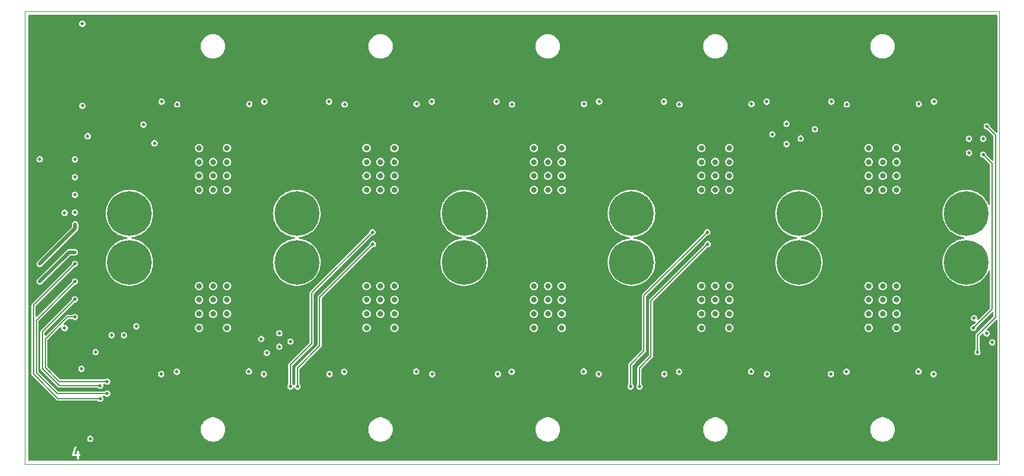
<source format=gbr>
%TF.GenerationSoftware,KiCad,Pcbnew,8.0.6*%
%TF.CreationDate,2024-12-06T19:08:14+01:00*%
%TF.ProjectId,AsicsBoard - 10xBM1370 - 01A,41736963-7342-46f6-9172-64202d203130,rev?*%
%TF.SameCoordinates,Original*%
%TF.FileFunction,Copper,L4,Inr*%
%TF.FilePolarity,Positive*%
%FSLAX46Y46*%
G04 Gerber Fmt 4.6, Leading zero omitted, Abs format (unit mm)*
G04 Created by KiCad (PCBNEW 8.0.6) date 2024-12-06 19:08:14*
%MOMM*%
%LPD*%
G01*
G04 APERTURE LIST*
%ADD10C,0.300000*%
%TA.AperFunction,ComponentPad*%
%ADD11C,0.800000*%
%TD*%
%TA.AperFunction,ComponentPad*%
%ADD12C,6.400000*%
%TD*%
%TA.AperFunction,ViaPad*%
%ADD13C,0.500000*%
%TD*%
%TA.AperFunction,ViaPad*%
%ADD14C,0.800000*%
%TD*%
%TA.AperFunction,Conductor*%
%ADD15C,0.200000*%
%TD*%
%TA.AperFunction,Conductor*%
%ADD16C,0.500000*%
%TD*%
%TA.AperFunction,Profile*%
%ADD17C,0.100000*%
%TD*%
G04 APERTURE END LIST*
D10*
G36*
X73159595Y-119479613D02*
G01*
X71601750Y-119479613D01*
X71601750Y-118647067D01*
X71768417Y-118647067D01*
X71770121Y-118671044D01*
X71770121Y-118695092D01*
X71772183Y-118700072D01*
X71772566Y-118705448D01*
X71783318Y-118726952D01*
X71792519Y-118749164D01*
X71796329Y-118752974D01*
X71798740Y-118757795D01*
X71816901Y-118773546D01*
X71833903Y-118790548D01*
X71838882Y-118792610D01*
X71842954Y-118796142D01*
X71865760Y-118803744D01*
X71887975Y-118812946D01*
X71895626Y-118813699D01*
X71898478Y-118814650D01*
X71902427Y-118814369D01*
X71917239Y-118815828D01*
X72481525Y-118815828D01*
X72481525Y-119165828D01*
X72484407Y-119195092D01*
X72506805Y-119249164D01*
X72548189Y-119290548D01*
X72602261Y-119312946D01*
X72660789Y-119312946D01*
X72714861Y-119290548D01*
X72756245Y-119249164D01*
X72778643Y-119195092D01*
X72781525Y-119165828D01*
X72781525Y-118815828D01*
X72845810Y-118815828D01*
X72875074Y-118812946D01*
X72929146Y-118790548D01*
X72970530Y-118749164D01*
X72992928Y-118695092D01*
X72992928Y-118636564D01*
X72970530Y-118582492D01*
X72929146Y-118541108D01*
X72875074Y-118518710D01*
X72845810Y-118515828D01*
X72781525Y-118515828D01*
X72781525Y-118165828D01*
X72778643Y-118136564D01*
X72756245Y-118082492D01*
X72714861Y-118041108D01*
X72660789Y-118018710D01*
X72602261Y-118018710D01*
X72548189Y-118041108D01*
X72506805Y-118082492D01*
X72484407Y-118136564D01*
X72481525Y-118165828D01*
X72481525Y-118515828D01*
X72125352Y-118515828D01*
X72416684Y-117641835D01*
X72423204Y-117613161D01*
X72419055Y-117554781D01*
X72392881Y-117502434D01*
X72348667Y-117464086D01*
X72293142Y-117445578D01*
X72234762Y-117449727D01*
X72182415Y-117475901D01*
X72144068Y-117520115D01*
X72132079Y-117546966D01*
X71774937Y-118618394D01*
X71771638Y-118632901D01*
X71770121Y-118636564D01*
X71770121Y-118639573D01*
X71768417Y-118647067D01*
X71601750Y-118647067D01*
X71601750Y-117278911D01*
X73159595Y-117278911D01*
X73159595Y-119479613D01*
G37*
D11*
%TO.N,VPWR_ASIC*%
%TO.C,H33*%
X202600000Y-91000000D03*
X201900000Y-92900000D03*
X201900000Y-89100000D03*
X200000000Y-93600000D03*
D12*
X200000000Y-91000000D03*
D11*
X200000000Y-88400000D03*
X198100000Y-92900000D03*
X198100000Y-89100000D03*
X197400000Y-91000000D03*
%TD*%
%TO.N,VPWR_ASIC*%
%TO.C,H11*%
X82600000Y-84000000D03*
X81900000Y-85900000D03*
X81900000Y-82100000D03*
X80000000Y-86600000D03*
D12*
X80000000Y-84000000D03*
D11*
X80000000Y-81400000D03*
X78100000Y-85900000D03*
X78100000Y-82100000D03*
X77400000Y-84000000D03*
%TD*%
%TO.N,VPWR_ASIC*%
%TO.C,H27*%
X178600000Y-84000000D03*
X177900000Y-85900000D03*
X177900000Y-82100000D03*
X176000000Y-86600000D03*
D12*
X176000000Y-84000000D03*
D11*
X176000000Y-81400000D03*
X174100000Y-85900000D03*
X174100000Y-82100000D03*
X173400000Y-84000000D03*
%TD*%
%TO.N,GND*%
%TO.C,H14*%
X82600000Y-115000000D03*
X81900000Y-116900000D03*
X81900000Y-113100000D03*
X80000000Y-117600000D03*
D12*
X80000000Y-115000000D03*
D11*
X80000000Y-112400000D03*
X78100000Y-116900000D03*
X78100000Y-113100000D03*
X77400000Y-115000000D03*
%TD*%
%TO.N,GND*%
%TO.C,H34*%
X202600000Y-115000000D03*
X201900000Y-116900000D03*
X201900000Y-113100000D03*
X200000000Y-117600000D03*
D12*
X200000000Y-115000000D03*
D11*
X200000000Y-112400000D03*
X198100000Y-116900000D03*
X198100000Y-113100000D03*
X197400000Y-115000000D03*
%TD*%
%TO.N,VPWR_ASIC*%
%TO.C,H21*%
X130600000Y-91000000D03*
X129900000Y-92900000D03*
X129900000Y-89100000D03*
X128000000Y-93600000D03*
D12*
X128000000Y-91000000D03*
D11*
X128000000Y-88400000D03*
X126100000Y-92900000D03*
X126100000Y-89100000D03*
X125400000Y-91000000D03*
%TD*%
%TO.N,GND*%
%TO.C,H20*%
X130600000Y-60000000D03*
X129900000Y-61900000D03*
X129900000Y-58100000D03*
X128000000Y-62600000D03*
D12*
X128000000Y-60000000D03*
D11*
X128000000Y-57400000D03*
X126100000Y-61900000D03*
X126100000Y-58100000D03*
X125400000Y-60000000D03*
%TD*%
%TO.N,VPWR_ASIC*%
%TO.C,H19*%
X130600000Y-84000000D03*
X129900000Y-85900000D03*
X129900000Y-82100000D03*
X128000000Y-86600000D03*
D12*
X128000000Y-84000000D03*
D11*
X128000000Y-81400000D03*
X126100000Y-85900000D03*
X126100000Y-82100000D03*
X125400000Y-84000000D03*
%TD*%
%TO.N,GND*%
%TO.C,H32*%
X202600000Y-60000000D03*
X201900000Y-61900000D03*
X201900000Y-58100000D03*
X200000000Y-62600000D03*
D12*
X200000000Y-60000000D03*
D11*
X200000000Y-57400000D03*
X198100000Y-61900000D03*
X198100000Y-58100000D03*
X197400000Y-60000000D03*
%TD*%
%TO.N,VPWR_ASIC*%
%TO.C,H13*%
X82600000Y-91000000D03*
X81900000Y-92900000D03*
X81900000Y-89100000D03*
X80000000Y-93600000D03*
D12*
X80000000Y-91000000D03*
D11*
X80000000Y-88400000D03*
X78100000Y-92900000D03*
X78100000Y-89100000D03*
X77400000Y-91000000D03*
%TD*%
%TO.N,VPWR_ASIC*%
%TO.C,H31*%
X202600000Y-84000000D03*
X201900000Y-85900000D03*
X201900000Y-82100000D03*
X200000000Y-86600000D03*
D12*
X200000000Y-84000000D03*
D11*
X200000000Y-81400000D03*
X198100000Y-85900000D03*
X198100000Y-82100000D03*
X197400000Y-84000000D03*
%TD*%
%TO.N,GND*%
%TO.C,H30*%
X178600000Y-115000000D03*
X177900000Y-116900000D03*
X177900000Y-113100000D03*
X176000000Y-117600000D03*
D12*
X176000000Y-115000000D03*
D11*
X176000000Y-112400000D03*
X174100000Y-116900000D03*
X174100000Y-113100000D03*
X173400000Y-115000000D03*
%TD*%
%TO.N,VPWR_ASIC*%
%TO.C,H23*%
X154600000Y-84000000D03*
X153900000Y-85900000D03*
X153900000Y-82100000D03*
X152000000Y-86600000D03*
D12*
X152000000Y-84000000D03*
D11*
X152000000Y-81400000D03*
X150100000Y-85900000D03*
X150100000Y-82100000D03*
X149400000Y-84000000D03*
%TD*%
%TO.N,VPWR_ASIC*%
%TO.C,H17*%
X106600000Y-91000000D03*
X105900000Y-92900000D03*
X105900000Y-89100000D03*
X104000000Y-93600000D03*
D12*
X104000000Y-91000000D03*
D11*
X104000000Y-88400000D03*
X102100000Y-92900000D03*
X102100000Y-89100000D03*
X101400000Y-91000000D03*
%TD*%
%TO.N,VPWR_ASIC*%
%TO.C,H25*%
X154600000Y-91000000D03*
X153900000Y-92900000D03*
X153900000Y-89100000D03*
X152000000Y-93600000D03*
D12*
X152000000Y-91000000D03*
D11*
X152000000Y-88400000D03*
X150100000Y-92900000D03*
X150100000Y-89100000D03*
X149400000Y-91000000D03*
%TD*%
%TO.N,GND*%
%TO.C,H22*%
X130600000Y-115000000D03*
X129900000Y-116900000D03*
X129900000Y-113100000D03*
X128000000Y-117600000D03*
D12*
X128000000Y-115000000D03*
D11*
X128000000Y-112400000D03*
X126100000Y-116900000D03*
X126100000Y-113100000D03*
X125400000Y-115000000D03*
%TD*%
%TO.N,VPWR_ASIC*%
%TO.C,H15*%
X106600000Y-84000000D03*
X105900000Y-85900000D03*
X105900000Y-82100000D03*
X104000000Y-86600000D03*
D12*
X104000000Y-84000000D03*
D11*
X104000000Y-81400000D03*
X102100000Y-85900000D03*
X102100000Y-82100000D03*
X101400000Y-84000000D03*
%TD*%
%TO.N,GND*%
%TO.C,H12*%
X82600000Y-60000000D03*
X81900000Y-61900000D03*
X81900000Y-58100000D03*
X80000000Y-62600000D03*
D12*
X80000000Y-60000000D03*
D11*
X80000000Y-57400000D03*
X78100000Y-61900000D03*
X78100000Y-58100000D03*
X77400000Y-60000000D03*
%TD*%
%TO.N,VPWR_ASIC*%
%TO.C,H29*%
X178600000Y-91000000D03*
X177900000Y-92900000D03*
X177900000Y-89100000D03*
X176000000Y-93600000D03*
D12*
X176000000Y-91000000D03*
D11*
X176000000Y-88400000D03*
X174100000Y-92900000D03*
X174100000Y-89100000D03*
X173400000Y-91000000D03*
%TD*%
%TO.N,GND*%
%TO.C,H24*%
X154600000Y-60000000D03*
X153900000Y-61900000D03*
X153900000Y-58100000D03*
X152000000Y-62600000D03*
D12*
X152000000Y-60000000D03*
D11*
X152000000Y-57400000D03*
X150100000Y-61900000D03*
X150100000Y-58100000D03*
X149400000Y-60000000D03*
%TD*%
%TO.N,GND*%
%TO.C,H18*%
X106600000Y-115000000D03*
X105900000Y-116900000D03*
X105900000Y-113100000D03*
X104000000Y-117600000D03*
D12*
X104000000Y-115000000D03*
D11*
X104000000Y-112400000D03*
X102100000Y-116900000D03*
X102100000Y-113100000D03*
X101400000Y-115000000D03*
%TD*%
%TO.N,GND*%
%TO.C,H26*%
X154600000Y-115000000D03*
X153900000Y-116900000D03*
X153900000Y-113100000D03*
X152000000Y-117600000D03*
D12*
X152000000Y-115000000D03*
D11*
X152000000Y-112400000D03*
X150100000Y-116900000D03*
X150100000Y-113100000D03*
X149400000Y-115000000D03*
%TD*%
%TO.N,GND*%
%TO.C,H28*%
X178600000Y-60000000D03*
X177900000Y-61900000D03*
X177900000Y-58100000D03*
X176000000Y-62600000D03*
D12*
X176000000Y-60000000D03*
D11*
X176000000Y-57400000D03*
X174100000Y-61900000D03*
X174100000Y-58100000D03*
X173400000Y-60000000D03*
%TD*%
%TO.N,GND*%
%TO.C,H16*%
X106600000Y-60000000D03*
X105900000Y-61900000D03*
X105900000Y-58100000D03*
X104000000Y-62600000D03*
D12*
X104000000Y-60000000D03*
D11*
X104000000Y-57400000D03*
X102100000Y-61900000D03*
X102100000Y-58100000D03*
X101400000Y-60000000D03*
%TD*%
D13*
%TO.N,/CTN2*%
X72195000Y-91232000D03*
%TO.N,/CTN2_RTN*%
X72195000Y-93772000D03*
%TO.N,/CTN1*%
X72195000Y-96312000D03*
%TO.N,/CTN1_RTN*%
X72195000Y-98852000D03*
%TO.N,/VSP*%
X67145000Y-91232000D03*
%TO.N,/VSN*%
X67145000Y-93772000D03*
%TO.N,+1.2V*%
X70715000Y-83900000D03*
%TO.N,/ASICs/ASICs_BM1370_1/CO1*%
X98900000Y-102000000D03*
%TO.N,/ASICs/ASICs_BM1370_1/RSTO1*%
X101500000Y-101200000D03*
%TO.N,/ASICs/ASICs_BM1370_1/RI1*%
X103100000Y-102380000D03*
%TO.N,/ASICs/ASICs_BM1370_1/CLKO1*%
X101500000Y-103100000D03*
%TO.N,/ASICs/ASICs_BM1370_1/BO1*%
X99700000Y-104000000D03*
%TO.N,+1.2V*%
X74017000Y-72883000D03*
%TO.N,/CTN1*%
X114914000Y-88377000D03*
%TO.N,/CTN1_RTN*%
X114860000Y-86675000D03*
%TO.N,/CTN2*%
X162920000Y-88377000D03*
%TO.N,/CTN2_RTN*%
X162866000Y-86675000D03*
%TO.N,+0.8V*%
X84627000Y-67930000D03*
X99348000Y-67930000D03*
X108630000Y-67930000D03*
X123351000Y-67930000D03*
X132633000Y-67930000D03*
X147354000Y-67930000D03*
X171357000Y-67930000D03*
X180639000Y-67930000D03*
X195360000Y-67930000D03*
%TO.N,+5V_STDBY*%
X73128000Y-106284000D03*
X67145000Y-76185000D03*
X73255000Y-56754000D03*
D14*
%TO.N,GND*%
X94000000Y-103500000D03*
D13*
X99320000Y-108000000D03*
X122200000Y-74500000D03*
X67032000Y-64882000D03*
D14*
X114000000Y-103500000D03*
X138000000Y-108508000D03*
D13*
X159180000Y-96200000D03*
D14*
X162000000Y-73000000D03*
D13*
X180680000Y-104500000D03*
X157500000Y-105700000D03*
D14*
X166000000Y-71500000D03*
D13*
X134596000Y-66160000D03*
X96820000Y-96200000D03*
D14*
X190000000Y-103500000D03*
X90000000Y-68500000D03*
X166000000Y-66500000D03*
X186000000Y-106500000D03*
D13*
X194500000Y-69454010D03*
X168820000Y-95200000D03*
X192820000Y-95200000D03*
X193524000Y-108816000D03*
X135180000Y-79800000D03*
X67032000Y-60310000D03*
X168820000Y-78800000D03*
D14*
X118000000Y-66500000D03*
D13*
X123300000Y-78620000D03*
D14*
X138000000Y-71500000D03*
D13*
X144820000Y-95200000D03*
X183200000Y-95200000D03*
D14*
X162000000Y-108508000D03*
D13*
X158472000Y-69708000D03*
X108700000Y-78620000D03*
D14*
X186000000Y-68500000D03*
D13*
X108680000Y-67000000D03*
D14*
X114000000Y-73000000D03*
X116000000Y-66500000D03*
D13*
X183180000Y-78800000D03*
D14*
X114000000Y-106500000D03*
D13*
X144800000Y-79800000D03*
X99320000Y-70500000D03*
D14*
X162000000Y-66500000D03*
X142000000Y-106500000D03*
X92000000Y-66500000D03*
X90000000Y-102000000D03*
D13*
X98200000Y-100500000D03*
X159180000Y-78800000D03*
D14*
X94000000Y-68500000D03*
D13*
X87180000Y-79800000D03*
D14*
X138000000Y-105000000D03*
D13*
X195300000Y-78620000D03*
D14*
X186000000Y-70000000D03*
D13*
X86500000Y-108734000D03*
D14*
X92000000Y-108500000D03*
X190000000Y-68500000D03*
X162000000Y-106500000D03*
D13*
X180700000Y-96380000D03*
D14*
X186000000Y-105000000D03*
D13*
X66943500Y-114704500D03*
X183180000Y-96200000D03*
D14*
X90000000Y-70000000D03*
X94000000Y-70000000D03*
D13*
X99320000Y-67000000D03*
X135180000Y-78800000D03*
X109500000Y-105700000D03*
X97512000Y-108816000D03*
D14*
X190000000Y-105000000D03*
X138000000Y-66500000D03*
D13*
X144820000Y-78800000D03*
D14*
X188000000Y-66500000D03*
D13*
X110466000Y-69708000D03*
X84680000Y-108000000D03*
X110466000Y-108816000D03*
D14*
X114000000Y-108500000D03*
X114000000Y-70000000D03*
D13*
X156700000Y-78620000D03*
X97512000Y-66160000D03*
X123320000Y-108000000D03*
X108700000Y-96380000D03*
D14*
X186000000Y-108508000D03*
X94000000Y-71500000D03*
D13*
X84700000Y-96380000D03*
X181800000Y-74500000D03*
D14*
X162000000Y-70000000D03*
X94000000Y-102000000D03*
D13*
X120820000Y-95200000D03*
D14*
X166000000Y-108508000D03*
D13*
X86590000Y-69708000D03*
X84700000Y-78620000D03*
D14*
X114000000Y-105000000D03*
X114000000Y-71500000D03*
X142000000Y-66500000D03*
X90000000Y-73000000D03*
D13*
X182602000Y-66160000D03*
X145518000Y-108816000D03*
X180700000Y-78620000D03*
D14*
X94000000Y-66500000D03*
D13*
X171320000Y-108000000D03*
X146500000Y-105700000D03*
X157800000Y-100500000D03*
X168820000Y-96200000D03*
D14*
X189996441Y-66468000D03*
D13*
X147320000Y-70500000D03*
D14*
X190000000Y-102000000D03*
D13*
X170200000Y-100500000D03*
D14*
X186000000Y-71500000D03*
D13*
X85446994Y-105268000D03*
X171320000Y-67000000D03*
D14*
X138000000Y-68500000D03*
X166000000Y-106500000D03*
X166000000Y-68500000D03*
X90000000Y-103500000D03*
D13*
X171300000Y-78620000D03*
D14*
X142000000Y-70000000D03*
X114000000Y-66500000D03*
D13*
X181500000Y-105700000D03*
X122500000Y-105700000D03*
D14*
X90000000Y-71500000D03*
X186000000Y-66500000D03*
X138000000Y-106500000D03*
X118000000Y-73000000D03*
X142000000Y-103500000D03*
X94000000Y-108500000D03*
D13*
X111200000Y-95200000D03*
X67145000Y-83852000D03*
X183180000Y-79800000D03*
X109800000Y-74500000D03*
X109800000Y-100500000D03*
X182602000Y-108816000D03*
X71096000Y-106284000D03*
D14*
X94000000Y-73000000D03*
D13*
X146200000Y-100500000D03*
D14*
X162000000Y-68500000D03*
D13*
X84680000Y-67000000D03*
X156680000Y-67000000D03*
X99300000Y-96380000D03*
D14*
X142000000Y-68500000D03*
X94000000Y-105000000D03*
X138000000Y-73000000D03*
D13*
X133800000Y-100500000D03*
D14*
X162000000Y-103500000D03*
D13*
X194200000Y-100500000D03*
X156680000Y-108000000D03*
X133500000Y-105700000D03*
D14*
X142000000Y-71500000D03*
X90000000Y-105000000D03*
D13*
X133800000Y-74500000D03*
X111180000Y-79800000D03*
D14*
X140000000Y-66500000D03*
D13*
X96820000Y-95200000D03*
X120820000Y-78800000D03*
D14*
X118000000Y-108500000D03*
D13*
X156680000Y-104500000D03*
X98200000Y-74500000D03*
X70080000Y-58024000D03*
D14*
X118000000Y-71500000D03*
D13*
X157800000Y-74500000D03*
X108680000Y-108000000D03*
D14*
X166000000Y-70000000D03*
D13*
X134596000Y-69708000D03*
X132700000Y-78620000D03*
D14*
X118000000Y-103500000D03*
D13*
X159180000Y-79800000D03*
X147300000Y-78620000D03*
X71096000Y-115809000D03*
D14*
X164000000Y-66500000D03*
D13*
X182602000Y-69708000D03*
X170500000Y-69454000D03*
D14*
X166000000Y-103500000D03*
D13*
X87180000Y-96200000D03*
D14*
X118000000Y-106500000D03*
D13*
X144820000Y-96200000D03*
X193524000Y-66160000D03*
D14*
X164000000Y-108508000D03*
D13*
X86590000Y-66160000D03*
D14*
X118000000Y-102000000D03*
D13*
X156700000Y-96380000D03*
D14*
X142000000Y-108508000D03*
X118000000Y-70000000D03*
D13*
X180680000Y-108000000D03*
X98500000Y-69454002D03*
D14*
X142000000Y-105000000D03*
D13*
X111180000Y-78800000D03*
X158472000Y-108816000D03*
D14*
X190000000Y-108508000D03*
D13*
X169394000Y-108816000D03*
X85800000Y-74500000D03*
D14*
X138000000Y-102000000D03*
X118000000Y-68500000D03*
D13*
X195320000Y-70500000D03*
X121388000Y-66160000D03*
D14*
X186000000Y-102000000D03*
D13*
X195320000Y-108000000D03*
X96820000Y-78800000D03*
X146500000Y-69454000D03*
X98500000Y-105700000D03*
D14*
X190000000Y-73000000D03*
D13*
X68810000Y-105141000D03*
X123320000Y-70500000D03*
X71527000Y-112380000D03*
X134596000Y-108816000D03*
X192820000Y-96200000D03*
X110466000Y-66160000D03*
X170500000Y-105700000D03*
X135180000Y-96200000D03*
D14*
X118000000Y-105000000D03*
D13*
X120820000Y-96200000D03*
X132680000Y-108000000D03*
X146200000Y-74500000D03*
X121388000Y-108816000D03*
D14*
X166000000Y-105000000D03*
D13*
X87180000Y-78800000D03*
X147320000Y-67000000D03*
X123320000Y-67000000D03*
X159200000Y-95200000D03*
X122200000Y-100500000D03*
X145518000Y-66160000D03*
X171300000Y-96380000D03*
D14*
X166000000Y-102000000D03*
D13*
X87200000Y-95200000D03*
X181800000Y-100500000D03*
D14*
X188000000Y-108508000D03*
D13*
X168800000Y-79800000D03*
X132680000Y-67000000D03*
X71477000Y-62596000D03*
X192800000Y-79800000D03*
D14*
X90000000Y-66500000D03*
X90000000Y-106500000D03*
X190000000Y-106500000D03*
D13*
X192820000Y-78800000D03*
X99300000Y-78620000D03*
D14*
X186000000Y-73000000D03*
D13*
X66943500Y-110132500D03*
X195300000Y-96380000D03*
X85800000Y-100500000D03*
X84680000Y-104500000D03*
D14*
X162000000Y-102000000D03*
X142000000Y-102000000D03*
D13*
X169394000Y-66160000D03*
D14*
X114000000Y-68500000D03*
X142000000Y-73000000D03*
X190000000Y-71500000D03*
D13*
X132700000Y-96380000D03*
D14*
X140000000Y-108508000D03*
D13*
X75600000Y-88500000D03*
X120800000Y-79800000D03*
X158472000Y-66160000D03*
X194500000Y-105700000D03*
D14*
X162000000Y-71500000D03*
X94000000Y-106500000D03*
X190000000Y-70000000D03*
D13*
X96800000Y-79800000D03*
X147300000Y-96380000D03*
X111180000Y-96200000D03*
X132680000Y-104500000D03*
D14*
X114000000Y-102000000D03*
X138000000Y-70000000D03*
D13*
X123300000Y-96380000D03*
X170200000Y-74500000D03*
D14*
X166000000Y-73000000D03*
D13*
X195320000Y-67000000D03*
D14*
X138000000Y-103500000D03*
D13*
X180680000Y-67000000D03*
X194200000Y-74500000D03*
D14*
X162000000Y-105000000D03*
D13*
X122500000Y-69453982D03*
D14*
X186000000Y-103500000D03*
D13*
X70080000Y-67168000D03*
X171320000Y-70500000D03*
X147320000Y-108000000D03*
X73166500Y-101204000D03*
X108680000Y-104500000D03*
D14*
X90000000Y-108500000D03*
X116000000Y-108500000D03*
D13*
X135200000Y-95200000D03*
%TO.N,+0.8V*%
X123412000Y-107046000D03*
X156702000Y-107046000D03*
X147288000Y-107046000D03*
X84566000Y-107046000D03*
X180578000Y-107046000D03*
X99282000Y-107046000D03*
X108696000Y-107046000D03*
X171418000Y-107046000D03*
X132826000Y-107046000D03*
X74398000Y-116317000D03*
X195294000Y-107046000D03*
%TO.N,+1.2V*%
X86810000Y-106710000D03*
X97190000Y-68290000D03*
X72195000Y-83852000D03*
X86860000Y-68340000D03*
X97140000Y-106660000D03*
X158860000Y-68340000D03*
X193190000Y-68290000D03*
X70715000Y-100442000D03*
X134810000Y-106710000D03*
X169190000Y-68290000D03*
X121190000Y-68290000D03*
X110860000Y-68340000D03*
X110810000Y-106710000D03*
X182860000Y-68340000D03*
X158810000Y-106710000D03*
X73276500Y-68543500D03*
X134860000Y-68340000D03*
X182810000Y-106710000D03*
X121140000Y-106660000D03*
X193140000Y-106660000D03*
X145190000Y-68290000D03*
X145140000Y-106660000D03*
X169140000Y-106660000D03*
D14*
%TO.N,VPWR_ASIC*%
X162000000Y-78600000D03*
X116000000Y-96400000D03*
X118000000Y-94400000D03*
X166000000Y-98400000D03*
X186000000Y-76600000D03*
X118000000Y-96400000D03*
X164000000Y-96400000D03*
X118000000Y-78600000D03*
X118000000Y-100400000D03*
X186000000Y-80600000D03*
X92000000Y-80600000D03*
X116000000Y-98400000D03*
X118000000Y-74600000D03*
X162000000Y-80600000D03*
X188000000Y-78600000D03*
X190000000Y-98400000D03*
X114000000Y-98400000D03*
X186000000Y-94400000D03*
X138000000Y-94400000D03*
X116000000Y-76600000D03*
X116000000Y-78600000D03*
X190000000Y-96400000D03*
X162000000Y-100400000D03*
X114000000Y-74600000D03*
X116000000Y-94400000D03*
X166000000Y-100400000D03*
X140000000Y-78600000D03*
X140000000Y-98400000D03*
X138000000Y-74600000D03*
X142000000Y-94400000D03*
X114000000Y-100400000D03*
X164000000Y-80600000D03*
X90000000Y-98400000D03*
X92000000Y-78600000D03*
X138000000Y-100400000D03*
X186000000Y-74600000D03*
X94000000Y-74600000D03*
X94000000Y-100400000D03*
X142000000Y-78600000D03*
X190000000Y-94400000D03*
X94000000Y-98400000D03*
X142000000Y-80600000D03*
X186000000Y-96400000D03*
X90000000Y-94400000D03*
X118000000Y-80600000D03*
X140000000Y-80600000D03*
X140000000Y-76600000D03*
X190000000Y-76600000D03*
X114000000Y-94400000D03*
X190000000Y-80600000D03*
X140000000Y-96400000D03*
X164000000Y-78600000D03*
X166000000Y-78600000D03*
X92000000Y-94400000D03*
X116000000Y-80600000D03*
X114000000Y-96400000D03*
X164000000Y-76600000D03*
X164000000Y-94400000D03*
X186000000Y-100400000D03*
X166000000Y-74600000D03*
X186000000Y-98400000D03*
X94000000Y-94400000D03*
X114000000Y-76600000D03*
X90000000Y-74600000D03*
X166000000Y-96400000D03*
X94000000Y-96400000D03*
X142000000Y-100400000D03*
X162000000Y-76600000D03*
X190000000Y-78600000D03*
X142000000Y-74600000D03*
X138000000Y-80600000D03*
X166000000Y-94400000D03*
X94000000Y-78600000D03*
X90000000Y-76600000D03*
X114000000Y-78600000D03*
X186000000Y-78600000D03*
X94000000Y-76600000D03*
X118000000Y-98400000D03*
X188000000Y-98400000D03*
X166000000Y-76600000D03*
X162000000Y-74600000D03*
X166000000Y-80600000D03*
X188000000Y-96400000D03*
X90000000Y-78600000D03*
X138000000Y-96400000D03*
X138000000Y-76600000D03*
X162000000Y-96400000D03*
X90000000Y-96400000D03*
X190000000Y-74600000D03*
X190000000Y-100400000D03*
X140000000Y-94400000D03*
X92000000Y-98400000D03*
X90000000Y-80600000D03*
X114000000Y-80600000D03*
X188000000Y-80600000D03*
X138000000Y-98400000D03*
X92000000Y-96400000D03*
X162000000Y-94400000D03*
X142000000Y-96400000D03*
X92000000Y-76600000D03*
X138000000Y-78600000D03*
X94000000Y-80600000D03*
X142000000Y-76600000D03*
X188000000Y-76600000D03*
X142000000Y-98400000D03*
X162000000Y-98400000D03*
X90000000Y-100400000D03*
X188000000Y-94400000D03*
X164000000Y-98400000D03*
X118000000Y-76600000D03*
D13*
%TO.N,/VSP*%
X72239000Y-85555000D03*
%TO.N,/VSN*%
X72200000Y-89548000D03*
%TO.N,/CTN1_RTN*%
X103100000Y-108824000D03*
X76811000Y-108117591D03*
%TO.N,/CTN1*%
X104116000Y-108824000D03*
X75795000Y-108697000D03*
%TO.N,/CTN2*%
X75804668Y-110592332D03*
X153138000Y-108824000D03*
%TO.N,/CTN2_RTN*%
X151868000Y-108824000D03*
X76811000Y-109840000D03*
%TO.N,/RSTIn*%
X81002000Y-100188000D03*
X72195000Y-76232000D03*
%TO.N,/CLKI*%
X75160000Y-103871000D03*
%TO.N,/CI*%
X72195000Y-78772000D03*
X79224000Y-101458000D03*
%TO.N,/RO*%
X72195000Y-81312000D03*
X77446000Y-101458000D03*
%TO.N,/ASICs/ASICs_BM1370_2/RI1*%
X172188000Y-72620000D03*
%TO.N,/ASICs/ASICs_BM1370_2/CO1*%
X176252000Y-73220000D03*
%TO.N,/ASICs/ASICs_BM1370_1/BM1370-4/RI*%
X200382000Y-73264000D03*
X202922000Y-101204000D03*
%TO.N,/ASICs/ASICs_BM1370_2/CLKO1*%
X178284000Y-71900000D03*
%TO.N,/ASICs/ASICs_BM1370_2/BO1*%
X174220000Y-71100000D03*
%TO.N,/ASICs/ASICs_BM1370_1/BM1370-4/CO*%
X202414000Y-75550000D03*
X201000000Y-100400000D03*
%TO.N,/ASICs/ASICs_BM1370_1/BM1370-4/CLKO*%
X202414000Y-73264000D03*
X203699996Y-102500000D03*
%TO.N,/ASICs/ASICs_BM1370_1/BM1370-4/BO*%
X201600000Y-103900000D03*
X202922000Y-71486000D03*
%TO.N,/ASICs/ASICs_BM1370_2/BM1370-4/CLKO*%
X82018000Y-71232000D03*
%TO.N,/ASICs/ASICs_BM1370_1/BM1370-4/RSTO_n*%
X200382000Y-75296000D03*
X201094027Y-99029027D03*
%TO.N,/ASICs/ASICs_BM1370_2/BM1370-4/RSTO_n*%
X83600000Y-73900000D03*
%TO.N,/ASICs/ASICs_BM1370_2/RSTO1*%
X174220000Y-74026000D03*
%TO.N,+0.8V*%
X156636000Y-67930000D03*
%TD*%
D15*
%TO.N,/ASICs/ASICs_BM1370_1/BM1370-4/CO*%
X203684000Y-97716000D02*
X201000000Y-100400000D01*
X203684000Y-76820000D02*
X203684000Y-97716000D01*
X202414000Y-75550000D02*
X203684000Y-76820000D01*
%TO.N,/ASICs/ASICs_BM1370_1/BM1370-4/BO*%
X202922000Y-71486000D02*
X204192000Y-72756000D01*
X201600000Y-101500000D02*
X201600000Y-103900000D01*
X204192000Y-98908000D02*
X201600000Y-101500000D01*
X204192000Y-72756000D02*
X204192000Y-98908000D01*
%TO.N,/CTN2*%
X154789000Y-96508000D02*
X162920000Y-88377000D01*
X154789000Y-104506000D02*
X154789000Y-96508000D01*
X153138000Y-106157000D02*
X154789000Y-104506000D01*
X153138000Y-108824000D02*
X153138000Y-106157000D01*
%TO.N,/CTN2_RTN*%
X153773000Y-103744000D02*
X153773000Y-95768000D01*
X151868000Y-108824000D02*
X151868000Y-105649000D01*
X151868000Y-105649000D02*
X153773000Y-103744000D01*
X153773000Y-95768000D02*
X162866000Y-86675000D01*
%TO.N,/CTN1*%
X107291000Y-96000000D02*
X114914000Y-88377000D01*
X107291000Y-102982000D02*
X107291000Y-96000000D01*
X104116000Y-106157000D02*
X107291000Y-102982000D01*
X104116000Y-108824000D02*
X104116000Y-106157000D01*
%TO.N,/CTN1_RTN*%
X106148000Y-95387000D02*
X114860000Y-86675000D01*
X103100000Y-105649000D02*
X106148000Y-102601000D01*
X106148000Y-102601000D02*
X106148000Y-95387000D01*
X103100000Y-108824000D02*
X103100000Y-105649000D01*
D16*
%TO.N,/VSP*%
X72239000Y-86138000D02*
X67145000Y-91232000D01*
X72239000Y-85555000D02*
X72239000Y-86138000D01*
%TO.N,/VSN*%
X71369000Y-89548000D02*
X67145000Y-93772000D01*
X72200000Y-89548000D02*
X71369000Y-89548000D01*
D15*
%TO.N,/CTN1_RTN*%
X69958277Y-108117591D02*
X76810992Y-108117591D01*
X72195000Y-98852000D02*
X71120000Y-98852000D01*
X67940000Y-102032000D02*
X67940000Y-106099314D01*
X67940000Y-106099314D02*
X69958277Y-108117591D01*
X71120000Y-98852000D02*
X67940000Y-102032000D01*
%TO.N,/CTN1*%
X67540000Y-106265000D02*
X69972000Y-108697000D01*
X67540000Y-100967000D02*
X67540000Y-106265000D01*
X72195000Y-96312000D02*
X67540000Y-100967000D01*
X69972000Y-108697000D02*
X75795000Y-108697000D01*
%TO.N,/CTN2*%
X66270000Y-97157000D02*
X66270000Y-107046000D01*
X69783651Y-110559651D02*
X75771986Y-110559651D01*
X66270000Y-107046000D02*
X69783651Y-110559651D01*
X72195000Y-91232000D02*
X66270000Y-97157000D01*
%TO.N,/CTN2_RTN*%
X69629686Y-109840000D02*
X76811000Y-109840000D01*
X66670000Y-106880314D02*
X69629686Y-109840000D01*
X72195000Y-93772000D02*
X66670000Y-99297000D01*
X66670000Y-99297000D02*
X66670000Y-106880314D01*
%TD*%
%TA.AperFunction,Conductor*%
%TO.N,GND*%
G36*
X204392539Y-55503685D02*
G01*
X204438294Y-55556489D01*
X204449500Y-55608000D01*
X204449500Y-72289167D01*
X204429815Y-72356206D01*
X204377011Y-72401961D01*
X204307853Y-72411905D01*
X204244297Y-72382880D01*
X204237819Y-72376848D01*
X203411381Y-71550410D01*
X203377896Y-71489087D01*
X203376324Y-71480375D01*
X203375991Y-71478062D01*
X203358697Y-71357774D01*
X203304882Y-71239937D01*
X203220049Y-71142033D01*
X203111069Y-71071996D01*
X203111065Y-71071994D01*
X203111064Y-71071994D01*
X202986774Y-71035500D01*
X202986772Y-71035500D01*
X202857228Y-71035500D01*
X202857226Y-71035500D01*
X202732935Y-71071994D01*
X202732932Y-71071995D01*
X202732931Y-71071996D01*
X202689356Y-71100000D01*
X202623950Y-71142033D01*
X202539118Y-71239937D01*
X202539117Y-71239938D01*
X202485302Y-71357774D01*
X202466867Y-71486000D01*
X202485302Y-71614225D01*
X202516483Y-71682500D01*
X202539118Y-71732063D01*
X202623951Y-71829967D01*
X202732931Y-71900004D01*
X202857225Y-71936499D01*
X202857227Y-71936500D01*
X202857228Y-71936500D01*
X202896167Y-71936500D01*
X202963206Y-71956185D01*
X202983848Y-71972819D01*
X203855181Y-72844152D01*
X203888666Y-72905475D01*
X203891500Y-72931833D01*
X203891500Y-76303167D01*
X203871815Y-76370206D01*
X203819011Y-76415961D01*
X203749853Y-76425905D01*
X203686297Y-76396880D01*
X203679819Y-76390848D01*
X202903381Y-75614410D01*
X202869896Y-75553087D01*
X202868324Y-75544375D01*
X202867991Y-75542062D01*
X202850697Y-75421774D01*
X202796882Y-75303937D01*
X202712049Y-75206033D01*
X202603069Y-75135996D01*
X202603065Y-75135994D01*
X202603064Y-75135994D01*
X202478774Y-75099500D01*
X202478772Y-75099500D01*
X202349228Y-75099500D01*
X202349226Y-75099500D01*
X202224935Y-75135994D01*
X202224932Y-75135995D01*
X202224931Y-75135996D01*
X202175483Y-75167774D01*
X202115950Y-75206033D01*
X202031118Y-75303937D01*
X202031117Y-75303938D01*
X201977302Y-75421774D01*
X201958867Y-75550000D01*
X201977302Y-75678225D01*
X202008483Y-75746500D01*
X202031118Y-75796063D01*
X202115951Y-75893967D01*
X202224931Y-75964004D01*
X202328174Y-75994318D01*
X202349225Y-76000499D01*
X202349227Y-76000500D01*
X202349228Y-76000500D01*
X202388167Y-76000500D01*
X202455206Y-76020185D01*
X202475848Y-76036819D01*
X203347181Y-76908152D01*
X203380666Y-76969475D01*
X203383500Y-76995833D01*
X203383500Y-82658609D01*
X203363815Y-82725648D01*
X203311011Y-82771403D01*
X203241853Y-82781347D01*
X203178297Y-82752322D01*
X203144307Y-82704506D01*
X203090744Y-82570073D01*
X203090743Y-82570070D01*
X202918022Y-82244284D01*
X202711090Y-81939083D01*
X202472373Y-81658044D01*
X202204670Y-81404462D01*
X201911119Y-81181310D01*
X201595162Y-80991205D01*
X201595161Y-80991204D01*
X201595157Y-80991202D01*
X201595153Y-80991200D01*
X201260513Y-80836379D01*
X201260508Y-80836377D01*
X201260503Y-80836375D01*
X201090172Y-80778983D01*
X200911065Y-80718635D01*
X200550946Y-80639367D01*
X200184371Y-80599500D01*
X200184370Y-80599500D01*
X199815630Y-80599500D01*
X199815628Y-80599500D01*
X199449053Y-80639367D01*
X199088934Y-80718635D01*
X198818812Y-80809650D01*
X198739497Y-80836375D01*
X198739494Y-80836376D01*
X198739486Y-80836379D01*
X198404846Y-80991200D01*
X198404842Y-80991202D01*
X198183240Y-81124536D01*
X198088881Y-81181310D01*
X197988410Y-81257685D01*
X197795330Y-81404461D01*
X197795330Y-81404462D01*
X197527626Y-81658044D01*
X197288909Y-81939083D01*
X197081979Y-82244282D01*
X197081973Y-82244291D01*
X196909261Y-82570061D01*
X196909255Y-82570073D01*
X196772770Y-82912628D01*
X196772768Y-82912634D01*
X196674128Y-83267905D01*
X196674122Y-83267931D01*
X196614470Y-83631786D01*
X196614469Y-83631799D01*
X196614469Y-83631801D01*
X196594506Y-84000000D01*
X196613509Y-84350500D01*
X196614469Y-84368196D01*
X196614470Y-84368213D01*
X196674122Y-84732068D01*
X196674128Y-84732094D01*
X196772768Y-85087365D01*
X196772770Y-85087371D01*
X196772772Y-85087377D01*
X196772773Y-85087379D01*
X196794136Y-85140996D01*
X196909255Y-85429926D01*
X196909261Y-85429938D01*
X197081973Y-85755708D01*
X197081979Y-85755717D01*
X197288909Y-86060916D01*
X197404763Y-86197309D01*
X197527627Y-86341956D01*
X197795330Y-86595538D01*
X198088881Y-86818690D01*
X198404838Y-87008795D01*
X198404840Y-87008796D01*
X198404842Y-87008797D01*
X198404846Y-87008799D01*
X198657089Y-87125499D01*
X198739497Y-87163625D01*
X199088934Y-87281364D01*
X199449052Y-87360632D01*
X199573373Y-87374152D01*
X199597042Y-87376727D01*
X199661560Y-87403544D01*
X199701338Y-87460986D01*
X199703745Y-87530814D01*
X199668019Y-87590859D01*
X199605501Y-87622057D01*
X199597042Y-87623273D01*
X199449053Y-87639367D01*
X199088934Y-87718635D01*
X198818812Y-87809650D01*
X198739497Y-87836375D01*
X198739494Y-87836376D01*
X198739486Y-87836379D01*
X198404846Y-87991200D01*
X198404842Y-87991202D01*
X198335319Y-88033033D01*
X198088881Y-88181310D01*
X198000134Y-88248774D01*
X197795330Y-88404461D01*
X197795330Y-88404462D01*
X197527626Y-88658044D01*
X197288909Y-88939083D01*
X197081979Y-89244282D01*
X197081973Y-89244291D01*
X196909261Y-89570061D01*
X196909255Y-89570073D01*
X196772770Y-89912628D01*
X196772768Y-89912634D01*
X196674128Y-90267905D01*
X196674122Y-90267931D01*
X196614470Y-90631786D01*
X196614469Y-90631799D01*
X196614469Y-90631801D01*
X196594506Y-91000000D01*
X196612396Y-91329972D01*
X196614469Y-91368196D01*
X196614470Y-91368213D01*
X196674122Y-91732068D01*
X196674128Y-91732094D01*
X196772768Y-92087365D01*
X196772770Y-92087371D01*
X196909255Y-92429926D01*
X196909261Y-92429938D01*
X197081973Y-92755708D01*
X197081976Y-92755713D01*
X197081978Y-92755716D01*
X197288910Y-93060917D01*
X197527627Y-93341956D01*
X197795330Y-93595538D01*
X198088881Y-93818690D01*
X198404838Y-94008795D01*
X198404840Y-94008796D01*
X198404842Y-94008797D01*
X198404846Y-94008799D01*
X198721503Y-94155300D01*
X198739497Y-94163625D01*
X199088934Y-94281364D01*
X199449052Y-94360632D01*
X199815630Y-94400500D01*
X199815636Y-94400500D01*
X200184364Y-94400500D01*
X200184370Y-94400500D01*
X200550948Y-94360632D01*
X200911066Y-94281364D01*
X201260503Y-94163625D01*
X201595162Y-94008795D01*
X201911119Y-93818690D01*
X202204670Y-93595538D01*
X202472373Y-93341956D01*
X202711090Y-93060917D01*
X202918022Y-92755716D01*
X203090743Y-92429930D01*
X203144307Y-92295492D01*
X203187407Y-92240501D01*
X203253396Y-92217540D01*
X203321323Y-92233901D01*
X203369622Y-92284389D01*
X203383500Y-92341390D01*
X203383500Y-97540167D01*
X203363815Y-97607206D01*
X203347181Y-97627848D01*
X201745961Y-99229067D01*
X201684638Y-99262552D01*
X201614946Y-99257568D01*
X201559013Y-99215696D01*
X201534596Y-99150232D01*
X201535541Y-99123744D01*
X201549160Y-99029027D01*
X201530724Y-98900801D01*
X201476909Y-98782964D01*
X201392076Y-98685060D01*
X201283096Y-98615023D01*
X201283092Y-98615021D01*
X201283091Y-98615021D01*
X201158801Y-98578527D01*
X201158799Y-98578527D01*
X201029255Y-98578527D01*
X201029253Y-98578527D01*
X200904962Y-98615021D01*
X200904959Y-98615022D01*
X200904958Y-98615023D01*
X200853704Y-98647961D01*
X200795977Y-98685060D01*
X200711145Y-98782964D01*
X200711144Y-98782965D01*
X200657329Y-98900801D01*
X200638894Y-99029027D01*
X200657329Y-99157252D01*
X200706996Y-99266005D01*
X200711145Y-99275090D01*
X200795978Y-99372994D01*
X200904958Y-99443031D01*
X201029252Y-99479526D01*
X201029254Y-99479527D01*
X201029255Y-99479527D01*
X201158800Y-99479527D01*
X201158800Y-99479526D01*
X201169313Y-99476440D01*
X201239182Y-99476438D01*
X201297961Y-99514211D01*
X201326987Y-99577766D01*
X201317046Y-99646925D01*
X201291931Y-99683097D01*
X201061848Y-99913181D01*
X201000525Y-99946666D01*
X200974167Y-99949500D01*
X200935226Y-99949500D01*
X200810935Y-99985994D01*
X200810932Y-99985995D01*
X200810931Y-99985996D01*
X200802367Y-99991500D01*
X200701950Y-100056033D01*
X200617118Y-100153937D01*
X200617117Y-100153938D01*
X200563302Y-100271774D01*
X200544867Y-100400000D01*
X200563302Y-100528225D01*
X200613664Y-100638500D01*
X200617118Y-100646063D01*
X200701951Y-100743967D01*
X200810931Y-100814004D01*
X200859559Y-100828282D01*
X200935225Y-100850499D01*
X200935227Y-100850500D01*
X200935228Y-100850500D01*
X201064773Y-100850500D01*
X201064773Y-100850499D01*
X201189069Y-100814004D01*
X201298049Y-100743967D01*
X201382882Y-100646063D01*
X201436697Y-100528226D01*
X201454324Y-100405621D01*
X201483349Y-100342067D01*
X201489367Y-100335602D01*
X203679821Y-98145149D01*
X203741142Y-98111666D01*
X203810834Y-98116650D01*
X203866767Y-98158522D01*
X203891184Y-98223986D01*
X203891500Y-98232832D01*
X203891500Y-98732167D01*
X203871815Y-98799206D01*
X203855181Y-98819848D01*
X201359541Y-101315487D01*
X201359535Y-101315495D01*
X201319982Y-101384004D01*
X201319979Y-101384009D01*
X201313774Y-101407167D01*
X201300154Y-101458000D01*
X201299500Y-101460439D01*
X201299500Y-103512611D01*
X201279815Y-103579650D01*
X201269214Y-103593812D01*
X201217120Y-103653932D01*
X201217117Y-103653938D01*
X201163302Y-103771774D01*
X201144867Y-103900000D01*
X201163302Y-104028225D01*
X201208972Y-104128226D01*
X201217118Y-104146063D01*
X201301951Y-104243967D01*
X201410931Y-104314004D01*
X201535225Y-104350499D01*
X201535227Y-104350500D01*
X201535228Y-104350500D01*
X201664773Y-104350500D01*
X201664773Y-104350499D01*
X201789069Y-104314004D01*
X201898049Y-104243967D01*
X201982882Y-104146063D01*
X202036697Y-104028226D01*
X202055133Y-103900000D01*
X202036697Y-103771774D01*
X201982882Y-103653937D01*
X201982880Y-103653935D01*
X201982879Y-103653932D01*
X201930786Y-103593812D01*
X201901762Y-103530256D01*
X201900500Y-103512611D01*
X201900500Y-102500000D01*
X203244863Y-102500000D01*
X203263298Y-102628225D01*
X203307023Y-102723967D01*
X203317114Y-102746063D01*
X203401947Y-102843967D01*
X203510927Y-102914004D01*
X203635221Y-102950499D01*
X203635223Y-102950500D01*
X203635224Y-102950500D01*
X203764769Y-102950500D01*
X203764769Y-102950499D01*
X203889065Y-102914004D01*
X203998045Y-102843967D01*
X204082878Y-102746063D01*
X204136693Y-102628226D01*
X204155129Y-102500000D01*
X204136693Y-102371774D01*
X204082878Y-102253937D01*
X203998045Y-102156033D01*
X203889065Y-102085996D01*
X203889061Y-102085994D01*
X203889060Y-102085994D01*
X203764770Y-102049500D01*
X203764768Y-102049500D01*
X203635224Y-102049500D01*
X203635222Y-102049500D01*
X203510931Y-102085994D01*
X203510928Y-102085995D01*
X203510927Y-102085996D01*
X203459673Y-102118934D01*
X203401946Y-102156033D01*
X203317114Y-102253937D01*
X203317113Y-102253938D01*
X203263298Y-102371774D01*
X203244863Y-102500000D01*
X201900500Y-102500000D01*
X201900500Y-101675832D01*
X201920185Y-101608793D01*
X201936815Y-101588155D01*
X202273362Y-101251607D01*
X202334685Y-101218123D01*
X202404377Y-101223107D01*
X202460310Y-101264979D01*
X202483781Y-101321641D01*
X202485302Y-101332225D01*
X202537290Y-101446061D01*
X202539118Y-101450063D01*
X202623951Y-101547967D01*
X202732931Y-101618004D01*
X202843602Y-101650499D01*
X202857225Y-101654499D01*
X202857227Y-101654500D01*
X202857228Y-101654500D01*
X202986773Y-101654500D01*
X202986773Y-101654499D01*
X203111069Y-101618004D01*
X203220049Y-101547967D01*
X203304882Y-101450063D01*
X203358697Y-101332226D01*
X203377133Y-101204000D01*
X203358697Y-101075774D01*
X203304882Y-100957937D01*
X203220049Y-100860033D01*
X203111069Y-100789996D01*
X203111067Y-100789995D01*
X203111065Y-100789994D01*
X203020864Y-100763509D01*
X202962086Y-100725735D01*
X202933061Y-100662179D01*
X202943005Y-100593021D01*
X202968115Y-100556854D01*
X204237820Y-99287149D01*
X204299142Y-99253666D01*
X204368834Y-99258650D01*
X204424767Y-99300522D01*
X204449184Y-99365986D01*
X204449500Y-99374832D01*
X204449500Y-119368000D01*
X204429815Y-119435039D01*
X204377011Y-119480794D01*
X204325500Y-119492000D01*
X73124810Y-119492000D01*
X73057771Y-119472315D01*
X73012016Y-119419511D01*
X73000810Y-119368000D01*
X73000810Y-117437676D01*
X71760514Y-117437676D01*
X71760514Y-119368000D01*
X71740829Y-119435039D01*
X71688025Y-119480794D01*
X71636514Y-119492000D01*
X65632000Y-119492000D01*
X65564961Y-119472315D01*
X65519206Y-119419511D01*
X65508000Y-119368000D01*
X65508000Y-116317000D01*
X73942867Y-116317000D01*
X73961302Y-116445225D01*
X74015117Y-116563061D01*
X74015118Y-116563063D01*
X74099951Y-116660967D01*
X74208931Y-116731004D01*
X74275330Y-116750500D01*
X74333225Y-116767499D01*
X74333227Y-116767500D01*
X74333228Y-116767500D01*
X74462773Y-116767500D01*
X74462773Y-116767499D01*
X74587069Y-116731004D01*
X74696049Y-116660967D01*
X74780882Y-116563063D01*
X74834697Y-116445226D01*
X74853133Y-116317000D01*
X74834697Y-116188774D01*
X74780882Y-116070937D01*
X74696049Y-115973033D01*
X74587069Y-115902996D01*
X74587065Y-115902994D01*
X74587064Y-115902994D01*
X74462774Y-115866500D01*
X74462772Y-115866500D01*
X74333228Y-115866500D01*
X74333226Y-115866500D01*
X74208935Y-115902994D01*
X74208932Y-115902995D01*
X74208931Y-115902996D01*
X74157677Y-115935934D01*
X74099950Y-115973033D01*
X74015118Y-116070937D01*
X74015117Y-116070938D01*
X73961302Y-116188774D01*
X73942867Y-116317000D01*
X65508000Y-116317000D01*
X65508000Y-114885258D01*
X90249500Y-114885258D01*
X90249500Y-115114741D01*
X90274446Y-115304215D01*
X90279452Y-115342238D01*
X90279453Y-115342240D01*
X90338842Y-115563887D01*
X90426650Y-115775876D01*
X90426657Y-115775890D01*
X90541392Y-115974617D01*
X90681081Y-116156661D01*
X90681089Y-116156670D01*
X90843330Y-116318911D01*
X90843338Y-116318918D01*
X91025382Y-116458607D01*
X91025385Y-116458608D01*
X91025388Y-116458611D01*
X91224112Y-116573344D01*
X91224117Y-116573346D01*
X91224123Y-116573349D01*
X91315480Y-116611190D01*
X91436113Y-116661158D01*
X91657762Y-116720548D01*
X91885266Y-116750500D01*
X91885273Y-116750500D01*
X92114727Y-116750500D01*
X92114734Y-116750500D01*
X92342238Y-116720548D01*
X92563887Y-116661158D01*
X92775888Y-116573344D01*
X92974612Y-116458611D01*
X93156661Y-116318919D01*
X93156665Y-116318914D01*
X93156670Y-116318911D01*
X93318911Y-116156670D01*
X93318914Y-116156665D01*
X93318919Y-116156661D01*
X93458611Y-115974612D01*
X93573344Y-115775888D01*
X93661158Y-115563887D01*
X93720548Y-115342238D01*
X93750500Y-115114734D01*
X93750500Y-114885266D01*
X93750499Y-114885258D01*
X114249500Y-114885258D01*
X114249500Y-115114741D01*
X114274446Y-115304215D01*
X114279452Y-115342238D01*
X114279453Y-115342240D01*
X114338842Y-115563887D01*
X114426650Y-115775876D01*
X114426657Y-115775890D01*
X114541392Y-115974617D01*
X114681081Y-116156661D01*
X114681089Y-116156670D01*
X114843330Y-116318911D01*
X114843338Y-116318918D01*
X115025382Y-116458607D01*
X115025385Y-116458608D01*
X115025388Y-116458611D01*
X115224112Y-116573344D01*
X115224117Y-116573346D01*
X115224123Y-116573349D01*
X115315480Y-116611190D01*
X115436113Y-116661158D01*
X115657762Y-116720548D01*
X115885266Y-116750500D01*
X115885273Y-116750500D01*
X116114727Y-116750500D01*
X116114734Y-116750500D01*
X116342238Y-116720548D01*
X116563887Y-116661158D01*
X116775888Y-116573344D01*
X116974612Y-116458611D01*
X117156661Y-116318919D01*
X117156665Y-116318914D01*
X117156670Y-116318911D01*
X117318911Y-116156670D01*
X117318914Y-116156665D01*
X117318919Y-116156661D01*
X117458611Y-115974612D01*
X117573344Y-115775888D01*
X117661158Y-115563887D01*
X117720548Y-115342238D01*
X117750500Y-115114734D01*
X117750500Y-114885266D01*
X117750499Y-114885258D01*
X138249500Y-114885258D01*
X138249500Y-115114741D01*
X138274446Y-115304215D01*
X138279452Y-115342238D01*
X138279453Y-115342240D01*
X138338842Y-115563887D01*
X138426650Y-115775876D01*
X138426657Y-115775890D01*
X138541392Y-115974617D01*
X138681081Y-116156661D01*
X138681089Y-116156670D01*
X138843330Y-116318911D01*
X138843338Y-116318918D01*
X139025382Y-116458607D01*
X139025385Y-116458608D01*
X139025388Y-116458611D01*
X139224112Y-116573344D01*
X139224117Y-116573346D01*
X139224123Y-116573349D01*
X139315480Y-116611190D01*
X139436113Y-116661158D01*
X139657762Y-116720548D01*
X139885266Y-116750500D01*
X139885273Y-116750500D01*
X140114727Y-116750500D01*
X140114734Y-116750500D01*
X140342238Y-116720548D01*
X140563887Y-116661158D01*
X140775888Y-116573344D01*
X140974612Y-116458611D01*
X141156661Y-116318919D01*
X141156665Y-116318914D01*
X141156670Y-116318911D01*
X141318911Y-116156670D01*
X141318914Y-116156665D01*
X141318919Y-116156661D01*
X141458611Y-115974612D01*
X141573344Y-115775888D01*
X141661158Y-115563887D01*
X141720548Y-115342238D01*
X141750500Y-115114734D01*
X141750500Y-114885266D01*
X141750499Y-114885258D01*
X162249500Y-114885258D01*
X162249500Y-115114741D01*
X162274446Y-115304215D01*
X162279452Y-115342238D01*
X162279453Y-115342240D01*
X162338842Y-115563887D01*
X162426650Y-115775876D01*
X162426657Y-115775890D01*
X162541392Y-115974617D01*
X162681081Y-116156661D01*
X162681089Y-116156670D01*
X162843330Y-116318911D01*
X162843338Y-116318918D01*
X163025382Y-116458607D01*
X163025385Y-116458608D01*
X163025388Y-116458611D01*
X163224112Y-116573344D01*
X163224117Y-116573346D01*
X163224123Y-116573349D01*
X163315480Y-116611190D01*
X163436113Y-116661158D01*
X163657762Y-116720548D01*
X163885266Y-116750500D01*
X163885273Y-116750500D01*
X164114727Y-116750500D01*
X164114734Y-116750500D01*
X164342238Y-116720548D01*
X164563887Y-116661158D01*
X164775888Y-116573344D01*
X164974612Y-116458611D01*
X165156661Y-116318919D01*
X165156665Y-116318914D01*
X165156670Y-116318911D01*
X165318911Y-116156670D01*
X165318914Y-116156665D01*
X165318919Y-116156661D01*
X165458611Y-115974612D01*
X165573344Y-115775888D01*
X165661158Y-115563887D01*
X165720548Y-115342238D01*
X165750500Y-115114734D01*
X165750500Y-114885266D01*
X165750499Y-114885258D01*
X186249500Y-114885258D01*
X186249500Y-115114741D01*
X186274446Y-115304215D01*
X186279452Y-115342238D01*
X186279453Y-115342240D01*
X186338842Y-115563887D01*
X186426650Y-115775876D01*
X186426657Y-115775890D01*
X186541392Y-115974617D01*
X186681081Y-116156661D01*
X186681089Y-116156670D01*
X186843330Y-116318911D01*
X186843338Y-116318918D01*
X187025382Y-116458607D01*
X187025385Y-116458608D01*
X187025388Y-116458611D01*
X187224112Y-116573344D01*
X187224117Y-116573346D01*
X187224123Y-116573349D01*
X187315480Y-116611190D01*
X187436113Y-116661158D01*
X187657762Y-116720548D01*
X187885266Y-116750500D01*
X187885273Y-116750500D01*
X188114727Y-116750500D01*
X188114734Y-116750500D01*
X188342238Y-116720548D01*
X188563887Y-116661158D01*
X188775888Y-116573344D01*
X188974612Y-116458611D01*
X189156661Y-116318919D01*
X189156665Y-116318914D01*
X189156670Y-116318911D01*
X189318911Y-116156670D01*
X189318914Y-116156665D01*
X189318919Y-116156661D01*
X189458611Y-115974612D01*
X189573344Y-115775888D01*
X189661158Y-115563887D01*
X189720548Y-115342238D01*
X189750500Y-115114734D01*
X189750500Y-114885266D01*
X189720548Y-114657762D01*
X189661158Y-114436113D01*
X189573344Y-114224112D01*
X189458611Y-114025388D01*
X189458608Y-114025385D01*
X189458607Y-114025382D01*
X189318918Y-113843338D01*
X189318911Y-113843330D01*
X189156670Y-113681089D01*
X189156661Y-113681081D01*
X188974617Y-113541392D01*
X188775890Y-113426657D01*
X188775876Y-113426650D01*
X188563887Y-113338842D01*
X188342238Y-113279452D01*
X188304215Y-113274446D01*
X188114741Y-113249500D01*
X188114734Y-113249500D01*
X187885266Y-113249500D01*
X187885258Y-113249500D01*
X187668715Y-113278009D01*
X187657762Y-113279452D01*
X187564076Y-113304554D01*
X187436112Y-113338842D01*
X187224123Y-113426650D01*
X187224109Y-113426657D01*
X187025382Y-113541392D01*
X186843338Y-113681081D01*
X186681081Y-113843338D01*
X186541392Y-114025382D01*
X186426657Y-114224109D01*
X186426650Y-114224123D01*
X186338842Y-114436112D01*
X186279453Y-114657759D01*
X186279451Y-114657770D01*
X186249500Y-114885258D01*
X165750499Y-114885258D01*
X165720548Y-114657762D01*
X165661158Y-114436113D01*
X165573344Y-114224112D01*
X165458611Y-114025388D01*
X165458608Y-114025385D01*
X165458607Y-114025382D01*
X165318918Y-113843338D01*
X165318911Y-113843330D01*
X165156670Y-113681089D01*
X165156661Y-113681081D01*
X164974617Y-113541392D01*
X164775890Y-113426657D01*
X164775876Y-113426650D01*
X164563887Y-113338842D01*
X164342238Y-113279452D01*
X164304215Y-113274446D01*
X164114741Y-113249500D01*
X164114734Y-113249500D01*
X163885266Y-113249500D01*
X163885258Y-113249500D01*
X163668715Y-113278009D01*
X163657762Y-113279452D01*
X163564076Y-113304554D01*
X163436112Y-113338842D01*
X163224123Y-113426650D01*
X163224109Y-113426657D01*
X163025382Y-113541392D01*
X162843338Y-113681081D01*
X162681081Y-113843338D01*
X162541392Y-114025382D01*
X162426657Y-114224109D01*
X162426650Y-114224123D01*
X162338842Y-114436112D01*
X162279453Y-114657759D01*
X162279451Y-114657770D01*
X162249500Y-114885258D01*
X141750499Y-114885258D01*
X141720548Y-114657762D01*
X141661158Y-114436113D01*
X141573344Y-114224112D01*
X141458611Y-114025388D01*
X141458608Y-114025385D01*
X141458607Y-114025382D01*
X141318918Y-113843338D01*
X141318911Y-113843330D01*
X141156670Y-113681089D01*
X141156661Y-113681081D01*
X140974617Y-113541392D01*
X140775890Y-113426657D01*
X140775876Y-113426650D01*
X140563887Y-113338842D01*
X140342238Y-113279452D01*
X140304215Y-113274446D01*
X140114741Y-113249500D01*
X140114734Y-113249500D01*
X139885266Y-113249500D01*
X139885258Y-113249500D01*
X139668715Y-113278009D01*
X139657762Y-113279452D01*
X139564076Y-113304554D01*
X139436112Y-113338842D01*
X139224123Y-113426650D01*
X139224109Y-113426657D01*
X139025382Y-113541392D01*
X138843338Y-113681081D01*
X138681081Y-113843338D01*
X138541392Y-114025382D01*
X138426657Y-114224109D01*
X138426650Y-114224123D01*
X138338842Y-114436112D01*
X138279453Y-114657759D01*
X138279451Y-114657770D01*
X138249500Y-114885258D01*
X117750499Y-114885258D01*
X117720548Y-114657762D01*
X117661158Y-114436113D01*
X117573344Y-114224112D01*
X117458611Y-114025388D01*
X117458608Y-114025385D01*
X117458607Y-114025382D01*
X117318918Y-113843338D01*
X117318911Y-113843330D01*
X117156670Y-113681089D01*
X117156661Y-113681081D01*
X116974617Y-113541392D01*
X116775890Y-113426657D01*
X116775876Y-113426650D01*
X116563887Y-113338842D01*
X116342238Y-113279452D01*
X116304215Y-113274446D01*
X116114741Y-113249500D01*
X116114734Y-113249500D01*
X115885266Y-113249500D01*
X115885258Y-113249500D01*
X115668715Y-113278009D01*
X115657762Y-113279452D01*
X115564076Y-113304554D01*
X115436112Y-113338842D01*
X115224123Y-113426650D01*
X115224109Y-113426657D01*
X115025382Y-113541392D01*
X114843338Y-113681081D01*
X114681081Y-113843338D01*
X114541392Y-114025382D01*
X114426657Y-114224109D01*
X114426650Y-114224123D01*
X114338842Y-114436112D01*
X114279453Y-114657759D01*
X114279451Y-114657770D01*
X114249500Y-114885258D01*
X93750499Y-114885258D01*
X93720548Y-114657762D01*
X93661158Y-114436113D01*
X93573344Y-114224112D01*
X93458611Y-114025388D01*
X93458608Y-114025385D01*
X93458607Y-114025382D01*
X93318918Y-113843338D01*
X93318911Y-113843330D01*
X93156670Y-113681089D01*
X93156661Y-113681081D01*
X92974617Y-113541392D01*
X92775890Y-113426657D01*
X92775876Y-113426650D01*
X92563887Y-113338842D01*
X92342238Y-113279452D01*
X92304215Y-113274446D01*
X92114741Y-113249500D01*
X92114734Y-113249500D01*
X91885266Y-113249500D01*
X91885258Y-113249500D01*
X91668715Y-113278009D01*
X91657762Y-113279452D01*
X91564076Y-113304554D01*
X91436112Y-113338842D01*
X91224123Y-113426650D01*
X91224109Y-113426657D01*
X91025382Y-113541392D01*
X90843338Y-113681081D01*
X90681081Y-113843338D01*
X90541392Y-114025382D01*
X90426657Y-114224109D01*
X90426650Y-114224123D01*
X90338842Y-114436112D01*
X90279453Y-114657759D01*
X90279451Y-114657770D01*
X90249500Y-114885258D01*
X65508000Y-114885258D01*
X65508000Y-97117438D01*
X65969500Y-97117438D01*
X65969500Y-107085562D01*
X65979801Y-107124004D01*
X65989979Y-107161990D01*
X65989980Y-107161991D01*
X65997044Y-107174226D01*
X66029540Y-107230511D01*
X69543191Y-110744162D01*
X69599140Y-110800111D01*
X69599142Y-110800112D01*
X69599146Y-110800115D01*
X69665447Y-110838393D01*
X69667662Y-110839672D01*
X69744089Y-110860151D01*
X69823213Y-110860151D01*
X75384008Y-110860151D01*
X75451047Y-110879836D01*
X75477722Y-110902950D01*
X75506616Y-110936297D01*
X75506618Y-110936298D01*
X75506619Y-110936299D01*
X75615599Y-111006336D01*
X75739893Y-111042831D01*
X75739895Y-111042832D01*
X75739896Y-111042832D01*
X75869441Y-111042832D01*
X75869441Y-111042831D01*
X75993737Y-111006336D01*
X76102717Y-110936299D01*
X76187550Y-110838395D01*
X76241365Y-110720558D01*
X76259801Y-110592332D01*
X76241365Y-110464106D01*
X76187550Y-110346269D01*
X76187060Y-110345704D01*
X76186750Y-110345025D01*
X76182755Y-110338808D01*
X76183648Y-110338233D01*
X76158035Y-110282151D01*
X76167976Y-110212992D01*
X76213729Y-110160187D01*
X76280768Y-110140500D01*
X76418657Y-110140500D01*
X76485696Y-110160185D01*
X76512369Y-110183296D01*
X76512949Y-110183965D01*
X76512951Y-110183967D01*
X76621931Y-110254004D01*
X76746225Y-110290499D01*
X76746227Y-110290500D01*
X76746228Y-110290500D01*
X76875773Y-110290500D01*
X76875773Y-110290499D01*
X77000069Y-110254004D01*
X77109049Y-110183967D01*
X77193882Y-110086063D01*
X77247697Y-109968226D01*
X77266133Y-109840000D01*
X77247697Y-109711774D01*
X77193882Y-109593937D01*
X77109049Y-109496033D01*
X77000069Y-109425996D01*
X77000065Y-109425994D01*
X77000064Y-109425994D01*
X76875774Y-109389500D01*
X76875772Y-109389500D01*
X76746228Y-109389500D01*
X76746226Y-109389500D01*
X76621935Y-109425994D01*
X76621932Y-109425995D01*
X76621931Y-109425996D01*
X76549277Y-109472687D01*
X76512949Y-109496034D01*
X76512369Y-109496704D01*
X76511620Y-109497184D01*
X76506246Y-109501842D01*
X76505576Y-109501069D01*
X76453591Y-109534477D01*
X76418657Y-109539500D01*
X69805519Y-109539500D01*
X69738480Y-109519815D01*
X69717838Y-109503181D01*
X67006819Y-106792162D01*
X66973334Y-106730839D01*
X66970500Y-106704481D01*
X66970500Y-100927438D01*
X67239500Y-100927438D01*
X67239500Y-106304562D01*
X67253152Y-106355513D01*
X67259979Y-106380990D01*
X67259980Y-106380991D01*
X67279001Y-106413937D01*
X67284179Y-106422905D01*
X67299540Y-106449511D01*
X69731540Y-108881511D01*
X69787489Y-108937460D01*
X69787491Y-108937461D01*
X69787495Y-108937464D01*
X69844870Y-108970589D01*
X69856011Y-108977021D01*
X69932438Y-108997500D01*
X75402657Y-108997500D01*
X75469696Y-109017185D01*
X75496369Y-109040296D01*
X75496949Y-109040965D01*
X75496951Y-109040967D01*
X75605931Y-109111004D01*
X75730225Y-109147499D01*
X75730227Y-109147500D01*
X75730228Y-109147500D01*
X75859773Y-109147500D01*
X75859773Y-109147499D01*
X75984069Y-109111004D01*
X76093049Y-109040967D01*
X76177882Y-108943063D01*
X76231697Y-108825226D01*
X76231873Y-108824000D01*
X102644867Y-108824000D01*
X102663302Y-108952225D01*
X102703830Y-109040967D01*
X102717118Y-109070063D01*
X102801951Y-109167967D01*
X102910931Y-109238004D01*
X103035225Y-109274499D01*
X103035227Y-109274500D01*
X103035228Y-109274500D01*
X103164773Y-109274500D01*
X103164773Y-109274499D01*
X103289069Y-109238004D01*
X103398049Y-109167967D01*
X103482882Y-109070063D01*
X103495206Y-109043076D01*
X103540960Y-108990274D01*
X103608000Y-108970589D01*
X103675039Y-108990273D01*
X103720793Y-109043076D01*
X103733117Y-109070061D01*
X103733118Y-109070063D01*
X103800216Y-109147500D01*
X103817951Y-109167967D01*
X103926931Y-109238004D01*
X104051225Y-109274499D01*
X104051227Y-109274500D01*
X104051228Y-109274500D01*
X104180773Y-109274500D01*
X104180773Y-109274499D01*
X104305069Y-109238004D01*
X104414049Y-109167967D01*
X104498882Y-109070063D01*
X104552697Y-108952226D01*
X104571133Y-108824000D01*
X151412867Y-108824000D01*
X151431302Y-108952225D01*
X151471830Y-109040967D01*
X151485118Y-109070063D01*
X151569951Y-109167967D01*
X151678931Y-109238004D01*
X151803225Y-109274499D01*
X151803227Y-109274500D01*
X151803228Y-109274500D01*
X151932773Y-109274500D01*
X151932773Y-109274499D01*
X152057069Y-109238004D01*
X152166049Y-109167967D01*
X152250882Y-109070063D01*
X152304697Y-108952226D01*
X152323133Y-108824000D01*
X152682867Y-108824000D01*
X152701302Y-108952225D01*
X152741830Y-109040967D01*
X152755118Y-109070063D01*
X152839951Y-109167967D01*
X152948931Y-109238004D01*
X153073225Y-109274499D01*
X153073227Y-109274500D01*
X153073228Y-109274500D01*
X153202773Y-109274500D01*
X153202773Y-109274499D01*
X153327069Y-109238004D01*
X153436049Y-109167967D01*
X153520882Y-109070063D01*
X153574697Y-108952226D01*
X153593133Y-108824000D01*
X153574697Y-108695774D01*
X153520882Y-108577937D01*
X153520880Y-108577935D01*
X153520879Y-108577932D01*
X153468786Y-108517812D01*
X153439762Y-108454256D01*
X153438500Y-108436611D01*
X153438500Y-107046000D01*
X156246867Y-107046000D01*
X156265302Y-107174225D01*
X156291008Y-107230512D01*
X156319118Y-107292063D01*
X156403951Y-107389967D01*
X156512931Y-107460004D01*
X156637225Y-107496499D01*
X156637227Y-107496500D01*
X156637228Y-107496500D01*
X156766773Y-107496500D01*
X156766773Y-107496499D01*
X156891069Y-107460004D01*
X157000049Y-107389967D01*
X157084882Y-107292063D01*
X157138697Y-107174226D01*
X157157133Y-107046000D01*
X157138697Y-106917774D01*
X157084882Y-106799937D01*
X157006952Y-106710000D01*
X158354867Y-106710000D01*
X158373302Y-106838225D01*
X158404283Y-106906062D01*
X158427118Y-106956063D01*
X158511951Y-107053967D01*
X158620931Y-107124004D01*
X158745225Y-107160499D01*
X158745227Y-107160500D01*
X158745228Y-107160500D01*
X158874773Y-107160500D01*
X158874773Y-107160499D01*
X158999069Y-107124004D01*
X159108049Y-107053967D01*
X159192882Y-106956063D01*
X159246697Y-106838226D01*
X159265133Y-106710000D01*
X159257944Y-106660000D01*
X168684867Y-106660000D01*
X168703302Y-106788225D01*
X168757117Y-106906061D01*
X168757118Y-106906063D01*
X168841951Y-107003967D01*
X168950931Y-107074004D01*
X168990295Y-107085562D01*
X169075225Y-107110499D01*
X169075227Y-107110500D01*
X169075228Y-107110500D01*
X169204773Y-107110500D01*
X169204773Y-107110499D01*
X169329069Y-107074004D01*
X169372644Y-107046000D01*
X170962867Y-107046000D01*
X170981302Y-107174225D01*
X171007008Y-107230512D01*
X171035118Y-107292063D01*
X171119951Y-107389967D01*
X171228931Y-107460004D01*
X171353225Y-107496499D01*
X171353227Y-107496500D01*
X171353228Y-107496500D01*
X171482773Y-107496500D01*
X171482773Y-107496499D01*
X171607069Y-107460004D01*
X171716049Y-107389967D01*
X171800882Y-107292063D01*
X171854697Y-107174226D01*
X171873133Y-107046000D01*
X180122867Y-107046000D01*
X180141302Y-107174225D01*
X180167008Y-107230512D01*
X180195118Y-107292063D01*
X180279951Y-107389967D01*
X180388931Y-107460004D01*
X180513225Y-107496499D01*
X180513227Y-107496500D01*
X180513228Y-107496500D01*
X180642773Y-107496500D01*
X180642773Y-107496499D01*
X180767069Y-107460004D01*
X180876049Y-107389967D01*
X180960882Y-107292063D01*
X181014697Y-107174226D01*
X181033133Y-107046000D01*
X181014697Y-106917774D01*
X180960882Y-106799937D01*
X180882952Y-106710000D01*
X182354867Y-106710000D01*
X182373302Y-106838225D01*
X182404283Y-106906062D01*
X182427118Y-106956063D01*
X182511951Y-107053967D01*
X182620931Y-107124004D01*
X182745225Y-107160499D01*
X182745227Y-107160500D01*
X182745228Y-107160500D01*
X182874773Y-107160500D01*
X182874773Y-107160499D01*
X182999069Y-107124004D01*
X183108049Y-107053967D01*
X183192882Y-106956063D01*
X183246697Y-106838226D01*
X183265133Y-106710000D01*
X183257944Y-106660000D01*
X192684867Y-106660000D01*
X192703302Y-106788225D01*
X192757117Y-106906061D01*
X192757118Y-106906063D01*
X192841951Y-107003967D01*
X192950931Y-107074004D01*
X192990295Y-107085562D01*
X193075225Y-107110499D01*
X193075227Y-107110500D01*
X193075228Y-107110500D01*
X193204773Y-107110500D01*
X193204773Y-107110499D01*
X193329069Y-107074004D01*
X193372644Y-107046000D01*
X194838867Y-107046000D01*
X194857302Y-107174225D01*
X194883008Y-107230512D01*
X194911118Y-107292063D01*
X194995951Y-107389967D01*
X195104931Y-107460004D01*
X195229225Y-107496499D01*
X195229227Y-107496500D01*
X195229228Y-107496500D01*
X195358773Y-107496500D01*
X195358773Y-107496499D01*
X195483069Y-107460004D01*
X195592049Y-107389967D01*
X195676882Y-107292063D01*
X195730697Y-107174226D01*
X195749133Y-107046000D01*
X195730697Y-106917774D01*
X195676882Y-106799937D01*
X195592049Y-106702033D01*
X195483069Y-106631996D01*
X195483065Y-106631994D01*
X195483064Y-106631994D01*
X195358774Y-106595500D01*
X195358772Y-106595500D01*
X195229228Y-106595500D01*
X195229226Y-106595500D01*
X195104935Y-106631994D01*
X195104932Y-106631995D01*
X195104931Y-106631996D01*
X195061356Y-106660000D01*
X194995950Y-106702033D01*
X194911118Y-106799937D01*
X194911117Y-106799938D01*
X194857302Y-106917774D01*
X194838867Y-107046000D01*
X193372644Y-107046000D01*
X193438049Y-107003967D01*
X193522882Y-106906063D01*
X193576697Y-106788226D01*
X193595133Y-106660000D01*
X193576697Y-106531774D01*
X193522882Y-106413937D01*
X193438049Y-106316033D01*
X193329069Y-106245996D01*
X193329065Y-106245994D01*
X193329064Y-106245994D01*
X193204774Y-106209500D01*
X193204772Y-106209500D01*
X193075228Y-106209500D01*
X193075226Y-106209500D01*
X192950935Y-106245994D01*
X192950932Y-106245995D01*
X192950931Y-106245996D01*
X192920125Y-106265794D01*
X192841950Y-106316033D01*
X192757118Y-106413937D01*
X192757117Y-106413938D01*
X192703302Y-106531774D01*
X192684867Y-106660000D01*
X183257944Y-106660000D01*
X183246697Y-106581774D01*
X183192882Y-106463937D01*
X183108049Y-106366033D01*
X182999069Y-106295996D01*
X182999065Y-106295994D01*
X182999064Y-106295994D01*
X182874774Y-106259500D01*
X182874772Y-106259500D01*
X182745228Y-106259500D01*
X182745226Y-106259500D01*
X182620935Y-106295994D01*
X182620932Y-106295995D01*
X182620931Y-106295996D01*
X182589753Y-106316033D01*
X182511950Y-106366033D01*
X182427118Y-106463937D01*
X182427117Y-106463938D01*
X182373302Y-106581774D01*
X182354867Y-106710000D01*
X180882952Y-106710000D01*
X180876049Y-106702033D01*
X180767069Y-106631996D01*
X180767065Y-106631994D01*
X180767064Y-106631994D01*
X180642774Y-106595500D01*
X180642772Y-106595500D01*
X180513228Y-106595500D01*
X180513226Y-106595500D01*
X180388935Y-106631994D01*
X180388932Y-106631995D01*
X180388931Y-106631996D01*
X180345356Y-106660000D01*
X180279950Y-106702033D01*
X180195118Y-106799937D01*
X180195117Y-106799938D01*
X180141302Y-106917774D01*
X180122867Y-107046000D01*
X171873133Y-107046000D01*
X171854697Y-106917774D01*
X171800882Y-106799937D01*
X171716049Y-106702033D01*
X171607069Y-106631996D01*
X171607065Y-106631994D01*
X171607064Y-106631994D01*
X171482774Y-106595500D01*
X171482772Y-106595500D01*
X171353228Y-106595500D01*
X171353226Y-106595500D01*
X171228935Y-106631994D01*
X171228932Y-106631995D01*
X171228931Y-106631996D01*
X171185356Y-106660000D01*
X171119950Y-106702033D01*
X171035118Y-106799937D01*
X171035117Y-106799938D01*
X170981302Y-106917774D01*
X170962867Y-107046000D01*
X169372644Y-107046000D01*
X169438049Y-107003967D01*
X169522882Y-106906063D01*
X169576697Y-106788226D01*
X169595133Y-106660000D01*
X169576697Y-106531774D01*
X169522882Y-106413937D01*
X169438049Y-106316033D01*
X169329069Y-106245996D01*
X169329065Y-106245994D01*
X169329064Y-106245994D01*
X169204774Y-106209500D01*
X169204772Y-106209500D01*
X169075228Y-106209500D01*
X169075226Y-106209500D01*
X168950935Y-106245994D01*
X168950932Y-106245995D01*
X168950931Y-106245996D01*
X168920125Y-106265794D01*
X168841950Y-106316033D01*
X168757118Y-106413937D01*
X168757117Y-106413938D01*
X168703302Y-106531774D01*
X168684867Y-106660000D01*
X159257944Y-106660000D01*
X159246697Y-106581774D01*
X159192882Y-106463937D01*
X159108049Y-106366033D01*
X158999069Y-106295996D01*
X158999065Y-106295994D01*
X158999064Y-106295994D01*
X158874774Y-106259500D01*
X158874772Y-106259500D01*
X158745228Y-106259500D01*
X158745226Y-106259500D01*
X158620935Y-106295994D01*
X158620932Y-106295995D01*
X158620931Y-106295996D01*
X158589753Y-106316033D01*
X158511950Y-106366033D01*
X158427118Y-106463937D01*
X158427117Y-106463938D01*
X158373302Y-106581774D01*
X158354867Y-106710000D01*
X157006952Y-106710000D01*
X157000049Y-106702033D01*
X156891069Y-106631996D01*
X156891065Y-106631994D01*
X156891064Y-106631994D01*
X156766774Y-106595500D01*
X156766772Y-106595500D01*
X156637228Y-106595500D01*
X156637226Y-106595500D01*
X156512935Y-106631994D01*
X156512932Y-106631995D01*
X156512931Y-106631996D01*
X156469356Y-106660000D01*
X156403950Y-106702033D01*
X156319118Y-106799937D01*
X156319117Y-106799938D01*
X156265302Y-106917774D01*
X156246867Y-107046000D01*
X153438500Y-107046000D01*
X153438500Y-106332833D01*
X153458185Y-106265794D01*
X153474819Y-106245152D01*
X154186967Y-105533004D01*
X155029460Y-104690511D01*
X155069022Y-104621988D01*
X155089500Y-104545562D01*
X155089500Y-104466438D01*
X155089500Y-100399998D01*
X161394318Y-100399998D01*
X161394318Y-100400001D01*
X161414955Y-100556760D01*
X161414956Y-100556762D01*
X161475464Y-100702841D01*
X161571718Y-100828282D01*
X161697159Y-100924536D01*
X161843238Y-100985044D01*
X161921619Y-100995363D01*
X161999999Y-101005682D01*
X162000000Y-101005682D01*
X162000001Y-101005682D01*
X162052254Y-100998802D01*
X162156762Y-100985044D01*
X162302841Y-100924536D01*
X162428282Y-100828282D01*
X162524536Y-100702841D01*
X162585044Y-100556762D01*
X162605682Y-100400000D01*
X162605682Y-100399998D01*
X165394318Y-100399998D01*
X165394318Y-100400001D01*
X165414955Y-100556760D01*
X165414956Y-100556762D01*
X165475464Y-100702841D01*
X165571718Y-100828282D01*
X165697159Y-100924536D01*
X165843238Y-100985044D01*
X165921619Y-100995363D01*
X165999999Y-101005682D01*
X166000000Y-101005682D01*
X166000001Y-101005682D01*
X166052254Y-100998802D01*
X166156762Y-100985044D01*
X166302841Y-100924536D01*
X166428282Y-100828282D01*
X166524536Y-100702841D01*
X166585044Y-100556762D01*
X166605682Y-100400000D01*
X166605682Y-100399998D01*
X185394318Y-100399998D01*
X185394318Y-100400001D01*
X185414955Y-100556760D01*
X185414956Y-100556762D01*
X185475464Y-100702841D01*
X185571718Y-100828282D01*
X185697159Y-100924536D01*
X185843238Y-100985044D01*
X185921619Y-100995363D01*
X185999999Y-101005682D01*
X186000000Y-101005682D01*
X186000001Y-101005682D01*
X186052254Y-100998802D01*
X186156762Y-100985044D01*
X186302841Y-100924536D01*
X186428282Y-100828282D01*
X186524536Y-100702841D01*
X186585044Y-100556762D01*
X186605682Y-100400000D01*
X186605682Y-100399998D01*
X189394318Y-100399998D01*
X189394318Y-100400001D01*
X189414955Y-100556760D01*
X189414956Y-100556762D01*
X189475464Y-100702841D01*
X189571718Y-100828282D01*
X189697159Y-100924536D01*
X189843238Y-100985044D01*
X189921619Y-100995363D01*
X189999999Y-101005682D01*
X190000000Y-101005682D01*
X190000001Y-101005682D01*
X190052254Y-100998802D01*
X190156762Y-100985044D01*
X190302841Y-100924536D01*
X190428282Y-100828282D01*
X190524536Y-100702841D01*
X190585044Y-100556762D01*
X190605682Y-100400000D01*
X190598939Y-100348785D01*
X190585044Y-100243239D01*
X190585044Y-100243238D01*
X190524536Y-100097159D01*
X190428282Y-99971718D01*
X190302841Y-99875464D01*
X190156762Y-99814956D01*
X190156760Y-99814955D01*
X190000001Y-99794318D01*
X189999999Y-99794318D01*
X189843239Y-99814955D01*
X189843237Y-99814956D01*
X189697160Y-99875463D01*
X189571718Y-99971718D01*
X189475463Y-100097160D01*
X189414956Y-100243237D01*
X189414955Y-100243239D01*
X189394318Y-100399998D01*
X186605682Y-100399998D01*
X186598939Y-100348785D01*
X186585044Y-100243239D01*
X186585044Y-100243238D01*
X186524536Y-100097159D01*
X186428282Y-99971718D01*
X186302841Y-99875464D01*
X186156762Y-99814956D01*
X186156760Y-99814955D01*
X186000001Y-99794318D01*
X185999999Y-99794318D01*
X185843239Y-99814955D01*
X185843237Y-99814956D01*
X185697160Y-99875463D01*
X185571718Y-99971718D01*
X185475463Y-100097160D01*
X185414956Y-100243237D01*
X185414955Y-100243239D01*
X185394318Y-100399998D01*
X166605682Y-100399998D01*
X166598939Y-100348785D01*
X166585044Y-100243239D01*
X166585044Y-100243238D01*
X166524536Y-100097159D01*
X166428282Y-99971718D01*
X166302841Y-99875464D01*
X166156762Y-99814956D01*
X166156760Y-99814955D01*
X166000001Y-99794318D01*
X165999999Y-99794318D01*
X165843239Y-99814955D01*
X165843237Y-99814956D01*
X165697160Y-99875463D01*
X165571718Y-99971718D01*
X165475463Y-100097160D01*
X165414956Y-100243237D01*
X165414955Y-100243239D01*
X165394318Y-100399998D01*
X162605682Y-100399998D01*
X162598939Y-100348785D01*
X162585044Y-100243239D01*
X162585044Y-100243238D01*
X162524536Y-100097159D01*
X162428282Y-99971718D01*
X162302841Y-99875464D01*
X162156762Y-99814956D01*
X162156760Y-99814955D01*
X162000001Y-99794318D01*
X161999999Y-99794318D01*
X161843239Y-99814955D01*
X161843237Y-99814956D01*
X161697160Y-99875463D01*
X161571718Y-99971718D01*
X161475463Y-100097160D01*
X161414956Y-100243237D01*
X161414955Y-100243239D01*
X161394318Y-100399998D01*
X155089500Y-100399998D01*
X155089500Y-98399998D01*
X161394318Y-98399998D01*
X161394318Y-98400001D01*
X161414955Y-98556760D01*
X161414956Y-98556762D01*
X161439088Y-98615023D01*
X161475464Y-98702841D01*
X161571718Y-98828282D01*
X161697159Y-98924536D01*
X161843238Y-98985044D01*
X161921619Y-98995363D01*
X161999999Y-99005682D01*
X162000000Y-99005682D01*
X162000001Y-99005682D01*
X162052254Y-98998802D01*
X162156762Y-98985044D01*
X162302841Y-98924536D01*
X162428282Y-98828282D01*
X162524536Y-98702841D01*
X162585044Y-98556762D01*
X162605682Y-98400000D01*
X162605682Y-98399998D01*
X163394318Y-98399998D01*
X163394318Y-98400001D01*
X163414955Y-98556760D01*
X163414956Y-98556762D01*
X163439088Y-98615023D01*
X163475464Y-98702841D01*
X163571718Y-98828282D01*
X163697159Y-98924536D01*
X163843238Y-98985044D01*
X163921619Y-98995363D01*
X163999999Y-99005682D01*
X164000000Y-99005682D01*
X164000001Y-99005682D01*
X164052254Y-98998802D01*
X164156762Y-98985044D01*
X164302841Y-98924536D01*
X164428282Y-98828282D01*
X164524536Y-98702841D01*
X164585044Y-98556762D01*
X164605682Y-98400000D01*
X164605682Y-98399998D01*
X165394318Y-98399998D01*
X165394318Y-98400001D01*
X165414955Y-98556760D01*
X165414956Y-98556762D01*
X165439088Y-98615023D01*
X165475464Y-98702841D01*
X165571718Y-98828282D01*
X165697159Y-98924536D01*
X165843238Y-98985044D01*
X165921619Y-98995363D01*
X165999999Y-99005682D01*
X166000000Y-99005682D01*
X166000001Y-99005682D01*
X166052254Y-98998802D01*
X166156762Y-98985044D01*
X166302841Y-98924536D01*
X166428282Y-98828282D01*
X166524536Y-98702841D01*
X166585044Y-98556762D01*
X166605682Y-98400000D01*
X166605682Y-98399998D01*
X185394318Y-98399998D01*
X185394318Y-98400001D01*
X185414955Y-98556760D01*
X185414956Y-98556762D01*
X185439088Y-98615023D01*
X185475464Y-98702841D01*
X185571718Y-98828282D01*
X185697159Y-98924536D01*
X185843238Y-98985044D01*
X185921619Y-98995363D01*
X185999999Y-99005682D01*
X186000000Y-99005682D01*
X186000001Y-99005682D01*
X186052254Y-98998802D01*
X186156762Y-98985044D01*
X186302841Y-98924536D01*
X186428282Y-98828282D01*
X186524536Y-98702841D01*
X186585044Y-98556762D01*
X186605682Y-98400000D01*
X186605682Y-98399998D01*
X187394318Y-98399998D01*
X187394318Y-98400001D01*
X187414955Y-98556760D01*
X187414956Y-98556762D01*
X187439088Y-98615023D01*
X187475464Y-98702841D01*
X187571718Y-98828282D01*
X187697159Y-98924536D01*
X187843238Y-98985044D01*
X187921619Y-98995363D01*
X187999999Y-99005682D01*
X188000000Y-99005682D01*
X188000001Y-99005682D01*
X188052254Y-98998802D01*
X188156762Y-98985044D01*
X188302841Y-98924536D01*
X188428282Y-98828282D01*
X188524536Y-98702841D01*
X188585044Y-98556762D01*
X188605682Y-98400000D01*
X188605682Y-98399998D01*
X189394318Y-98399998D01*
X189394318Y-98400001D01*
X189414955Y-98556760D01*
X189414956Y-98556762D01*
X189439088Y-98615023D01*
X189475464Y-98702841D01*
X189571718Y-98828282D01*
X189697159Y-98924536D01*
X189843238Y-98985044D01*
X189921619Y-98995363D01*
X189999999Y-99005682D01*
X190000000Y-99005682D01*
X190000001Y-99005682D01*
X190052254Y-98998802D01*
X190156762Y-98985044D01*
X190302841Y-98924536D01*
X190428282Y-98828282D01*
X190524536Y-98702841D01*
X190585044Y-98556762D01*
X190605682Y-98400000D01*
X190585044Y-98243238D01*
X190524536Y-98097159D01*
X190428282Y-97971718D01*
X190302841Y-97875464D01*
X190156762Y-97814956D01*
X190156760Y-97814955D01*
X190000001Y-97794318D01*
X189999999Y-97794318D01*
X189843239Y-97814955D01*
X189843237Y-97814956D01*
X189697160Y-97875463D01*
X189571718Y-97971718D01*
X189475463Y-98097160D01*
X189414956Y-98243237D01*
X189414955Y-98243239D01*
X189394318Y-98399998D01*
X188605682Y-98399998D01*
X188585044Y-98243238D01*
X188524536Y-98097159D01*
X188428282Y-97971718D01*
X188302841Y-97875464D01*
X188156762Y-97814956D01*
X188156760Y-97814955D01*
X188000001Y-97794318D01*
X187999999Y-97794318D01*
X187843239Y-97814955D01*
X187843237Y-97814956D01*
X187697160Y-97875463D01*
X187571718Y-97971718D01*
X187475463Y-98097160D01*
X187414956Y-98243237D01*
X187414955Y-98243239D01*
X187394318Y-98399998D01*
X186605682Y-98399998D01*
X186585044Y-98243238D01*
X186524536Y-98097159D01*
X186428282Y-97971718D01*
X186302841Y-97875464D01*
X186156762Y-97814956D01*
X186156760Y-97814955D01*
X186000001Y-97794318D01*
X185999999Y-97794318D01*
X185843239Y-97814955D01*
X185843237Y-97814956D01*
X185697160Y-97875463D01*
X185571718Y-97971718D01*
X185475463Y-98097160D01*
X185414956Y-98243237D01*
X185414955Y-98243239D01*
X185394318Y-98399998D01*
X166605682Y-98399998D01*
X166585044Y-98243238D01*
X166524536Y-98097159D01*
X166428282Y-97971718D01*
X166302841Y-97875464D01*
X166156762Y-97814956D01*
X166156760Y-97814955D01*
X166000001Y-97794318D01*
X165999999Y-97794318D01*
X165843239Y-97814955D01*
X165843237Y-97814956D01*
X165697160Y-97875463D01*
X165571718Y-97971718D01*
X165475463Y-98097160D01*
X165414956Y-98243237D01*
X165414955Y-98243239D01*
X165394318Y-98399998D01*
X164605682Y-98399998D01*
X164585044Y-98243238D01*
X164524536Y-98097159D01*
X164428282Y-97971718D01*
X164302841Y-97875464D01*
X164156762Y-97814956D01*
X164156760Y-97814955D01*
X164000001Y-97794318D01*
X163999999Y-97794318D01*
X163843239Y-97814955D01*
X163843237Y-97814956D01*
X163697160Y-97875463D01*
X163571718Y-97971718D01*
X163475463Y-98097160D01*
X163414956Y-98243237D01*
X163414955Y-98243239D01*
X163394318Y-98399998D01*
X162605682Y-98399998D01*
X162585044Y-98243238D01*
X162524536Y-98097159D01*
X162428282Y-97971718D01*
X162302841Y-97875464D01*
X162156762Y-97814956D01*
X162156760Y-97814955D01*
X162000001Y-97794318D01*
X161999999Y-97794318D01*
X161843239Y-97814955D01*
X161843237Y-97814956D01*
X161697160Y-97875463D01*
X161571718Y-97971718D01*
X161475463Y-98097160D01*
X161414956Y-98243237D01*
X161414955Y-98243239D01*
X161394318Y-98399998D01*
X155089500Y-98399998D01*
X155089500Y-96683833D01*
X155109185Y-96616794D01*
X155125819Y-96596152D01*
X155321973Y-96399998D01*
X161394318Y-96399998D01*
X161394318Y-96400001D01*
X161414955Y-96556760D01*
X161414956Y-96556762D01*
X161467590Y-96683833D01*
X161475464Y-96702841D01*
X161571718Y-96828282D01*
X161697159Y-96924536D01*
X161843238Y-96985044D01*
X161921619Y-96995363D01*
X161999999Y-97005682D01*
X162000000Y-97005682D01*
X162000001Y-97005682D01*
X162052254Y-96998802D01*
X162156762Y-96985044D01*
X162302841Y-96924536D01*
X162428282Y-96828282D01*
X162524536Y-96702841D01*
X162585044Y-96556762D01*
X162605682Y-96400000D01*
X162605682Y-96399998D01*
X163394318Y-96399998D01*
X163394318Y-96400001D01*
X163414955Y-96556760D01*
X163414956Y-96556762D01*
X163467590Y-96683833D01*
X163475464Y-96702841D01*
X163571718Y-96828282D01*
X163697159Y-96924536D01*
X163843238Y-96985044D01*
X163921619Y-96995363D01*
X163999999Y-97005682D01*
X164000000Y-97005682D01*
X164000001Y-97005682D01*
X164052254Y-96998802D01*
X164156762Y-96985044D01*
X164302841Y-96924536D01*
X164428282Y-96828282D01*
X164524536Y-96702841D01*
X164585044Y-96556762D01*
X164605682Y-96400000D01*
X164605682Y-96399998D01*
X165394318Y-96399998D01*
X165394318Y-96400001D01*
X165414955Y-96556760D01*
X165414956Y-96556762D01*
X165467590Y-96683833D01*
X165475464Y-96702841D01*
X165571718Y-96828282D01*
X165697159Y-96924536D01*
X165843238Y-96985044D01*
X165921619Y-96995363D01*
X165999999Y-97005682D01*
X166000000Y-97005682D01*
X166000001Y-97005682D01*
X166052254Y-96998802D01*
X166156762Y-96985044D01*
X166302841Y-96924536D01*
X166428282Y-96828282D01*
X166524536Y-96702841D01*
X166585044Y-96556762D01*
X166605682Y-96400000D01*
X166605682Y-96399998D01*
X185394318Y-96399998D01*
X185394318Y-96400001D01*
X185414955Y-96556760D01*
X185414956Y-96556762D01*
X185467590Y-96683833D01*
X185475464Y-96702841D01*
X185571718Y-96828282D01*
X185697159Y-96924536D01*
X185843238Y-96985044D01*
X185921619Y-96995363D01*
X185999999Y-97005682D01*
X186000000Y-97005682D01*
X186000001Y-97005682D01*
X186052254Y-96998802D01*
X186156762Y-96985044D01*
X186302841Y-96924536D01*
X186428282Y-96828282D01*
X186524536Y-96702841D01*
X186585044Y-96556762D01*
X186605682Y-96400000D01*
X186605682Y-96399998D01*
X187394318Y-96399998D01*
X187394318Y-96400001D01*
X187414955Y-96556760D01*
X187414956Y-96556762D01*
X187467590Y-96683833D01*
X187475464Y-96702841D01*
X187571718Y-96828282D01*
X187697159Y-96924536D01*
X187843238Y-96985044D01*
X187921619Y-96995363D01*
X187999999Y-97005682D01*
X188000000Y-97005682D01*
X188000001Y-97005682D01*
X188052254Y-96998802D01*
X188156762Y-96985044D01*
X188302841Y-96924536D01*
X188428282Y-96828282D01*
X188524536Y-96702841D01*
X188585044Y-96556762D01*
X188605682Y-96400000D01*
X188605682Y-96399998D01*
X189394318Y-96399998D01*
X189394318Y-96400001D01*
X189414955Y-96556760D01*
X189414956Y-96556762D01*
X189467590Y-96683833D01*
X189475464Y-96702841D01*
X189571718Y-96828282D01*
X189697159Y-96924536D01*
X189843238Y-96985044D01*
X189921619Y-96995363D01*
X189999999Y-97005682D01*
X190000000Y-97005682D01*
X190000001Y-97005682D01*
X190052254Y-96998802D01*
X190156762Y-96985044D01*
X190302841Y-96924536D01*
X190428282Y-96828282D01*
X190524536Y-96702841D01*
X190585044Y-96556762D01*
X190605682Y-96400000D01*
X190604629Y-96392004D01*
X190585044Y-96243239D01*
X190585044Y-96243238D01*
X190524536Y-96097159D01*
X190428282Y-95971718D01*
X190302841Y-95875464D01*
X190156762Y-95814956D01*
X190156760Y-95814955D01*
X190000001Y-95794318D01*
X189999999Y-95794318D01*
X189843239Y-95814955D01*
X189843237Y-95814956D01*
X189697160Y-95875463D01*
X189571718Y-95971718D01*
X189475463Y-96097160D01*
X189414956Y-96243237D01*
X189414955Y-96243239D01*
X189394318Y-96399998D01*
X188605682Y-96399998D01*
X188604629Y-96392004D01*
X188585044Y-96243239D01*
X188585044Y-96243238D01*
X188524536Y-96097159D01*
X188428282Y-95971718D01*
X188302841Y-95875464D01*
X188156762Y-95814956D01*
X188156760Y-95814955D01*
X188000001Y-95794318D01*
X187999999Y-95794318D01*
X187843239Y-95814955D01*
X187843237Y-95814956D01*
X187697160Y-95875463D01*
X187571718Y-95971718D01*
X187475463Y-96097160D01*
X187414956Y-96243237D01*
X187414955Y-96243239D01*
X187394318Y-96399998D01*
X186605682Y-96399998D01*
X186604629Y-96392004D01*
X186585044Y-96243239D01*
X186585044Y-96243238D01*
X186524536Y-96097159D01*
X186428282Y-95971718D01*
X186302841Y-95875464D01*
X186156762Y-95814956D01*
X186156760Y-95814955D01*
X186000001Y-95794318D01*
X185999999Y-95794318D01*
X185843239Y-95814955D01*
X185843237Y-95814956D01*
X185697160Y-95875463D01*
X185571718Y-95971718D01*
X185475463Y-96097160D01*
X185414956Y-96243237D01*
X185414955Y-96243239D01*
X185394318Y-96399998D01*
X166605682Y-96399998D01*
X166604629Y-96392004D01*
X166585044Y-96243239D01*
X166585044Y-96243238D01*
X166524536Y-96097159D01*
X166428282Y-95971718D01*
X166302841Y-95875464D01*
X166156762Y-95814956D01*
X166156760Y-95814955D01*
X166000001Y-95794318D01*
X165999999Y-95794318D01*
X165843239Y-95814955D01*
X165843237Y-95814956D01*
X165697160Y-95875463D01*
X165571718Y-95971718D01*
X165475463Y-96097160D01*
X165414956Y-96243237D01*
X165414955Y-96243239D01*
X165394318Y-96399998D01*
X164605682Y-96399998D01*
X164604629Y-96392004D01*
X164585044Y-96243239D01*
X164585044Y-96243238D01*
X164524536Y-96097159D01*
X164428282Y-95971718D01*
X164302841Y-95875464D01*
X164156762Y-95814956D01*
X164156760Y-95814955D01*
X164000001Y-95794318D01*
X163999999Y-95794318D01*
X163843239Y-95814955D01*
X163843237Y-95814956D01*
X163697160Y-95875463D01*
X163571718Y-95971718D01*
X163475463Y-96097160D01*
X163414956Y-96243237D01*
X163414955Y-96243239D01*
X163394318Y-96399998D01*
X162605682Y-96399998D01*
X162604629Y-96392004D01*
X162585044Y-96243239D01*
X162585044Y-96243238D01*
X162524536Y-96097159D01*
X162428282Y-95971718D01*
X162302841Y-95875464D01*
X162156762Y-95814956D01*
X162156760Y-95814955D01*
X162000001Y-95794318D01*
X161999999Y-95794318D01*
X161843239Y-95814955D01*
X161843237Y-95814956D01*
X161697160Y-95875463D01*
X161571718Y-95971718D01*
X161475463Y-96097160D01*
X161414956Y-96243237D01*
X161414955Y-96243239D01*
X161394318Y-96399998D01*
X155321973Y-96399998D01*
X157321973Y-94399998D01*
X161394318Y-94399998D01*
X161394318Y-94400001D01*
X161414955Y-94556760D01*
X161414956Y-94556762D01*
X161475464Y-94702841D01*
X161571718Y-94828282D01*
X161697159Y-94924536D01*
X161843238Y-94985044D01*
X161921619Y-94995363D01*
X161999999Y-95005682D01*
X162000000Y-95005682D01*
X162000001Y-95005682D01*
X162052254Y-94998802D01*
X162156762Y-94985044D01*
X162302841Y-94924536D01*
X162428282Y-94828282D01*
X162524536Y-94702841D01*
X162585044Y-94556762D01*
X162605682Y-94400000D01*
X162605682Y-94399998D01*
X163394318Y-94399998D01*
X163394318Y-94400001D01*
X163414955Y-94556760D01*
X163414956Y-94556762D01*
X163475464Y-94702841D01*
X163571718Y-94828282D01*
X163697159Y-94924536D01*
X163843238Y-94985044D01*
X163921619Y-94995363D01*
X163999999Y-95005682D01*
X164000000Y-95005682D01*
X164000001Y-95005682D01*
X164052254Y-94998802D01*
X164156762Y-94985044D01*
X164302841Y-94924536D01*
X164428282Y-94828282D01*
X164524536Y-94702841D01*
X164585044Y-94556762D01*
X164605682Y-94400000D01*
X164605682Y-94399998D01*
X165394318Y-94399998D01*
X165394318Y-94400001D01*
X165414955Y-94556760D01*
X165414956Y-94556762D01*
X165475464Y-94702841D01*
X165571718Y-94828282D01*
X165697159Y-94924536D01*
X165843238Y-94985044D01*
X165921619Y-94995363D01*
X165999999Y-95005682D01*
X166000000Y-95005682D01*
X166000001Y-95005682D01*
X166052254Y-94998802D01*
X166156762Y-94985044D01*
X166302841Y-94924536D01*
X166428282Y-94828282D01*
X166524536Y-94702841D01*
X166585044Y-94556762D01*
X166605682Y-94400000D01*
X166585044Y-94243238D01*
X166524536Y-94097159D01*
X166428282Y-93971718D01*
X166302841Y-93875464D01*
X166289582Y-93869972D01*
X166156762Y-93814956D01*
X166156760Y-93814955D01*
X166000001Y-93794318D01*
X165999999Y-93794318D01*
X165843239Y-93814955D01*
X165843237Y-93814956D01*
X165697160Y-93875463D01*
X165571718Y-93971718D01*
X165475463Y-94097160D01*
X165414956Y-94243237D01*
X165414955Y-94243239D01*
X165394318Y-94399998D01*
X164605682Y-94399998D01*
X164585044Y-94243238D01*
X164524536Y-94097159D01*
X164428282Y-93971718D01*
X164302841Y-93875464D01*
X164289582Y-93869972D01*
X164156762Y-93814956D01*
X164156760Y-93814955D01*
X164000001Y-93794318D01*
X163999999Y-93794318D01*
X163843239Y-93814955D01*
X163843237Y-93814956D01*
X163697160Y-93875463D01*
X163571718Y-93971718D01*
X163475463Y-94097160D01*
X163414956Y-94243237D01*
X163414955Y-94243239D01*
X163394318Y-94399998D01*
X162605682Y-94399998D01*
X162585044Y-94243238D01*
X162524536Y-94097159D01*
X162428282Y-93971718D01*
X162302841Y-93875464D01*
X162289582Y-93869972D01*
X162156762Y-93814956D01*
X162156760Y-93814955D01*
X162000001Y-93794318D01*
X161999999Y-93794318D01*
X161843239Y-93814955D01*
X161843237Y-93814956D01*
X161697160Y-93875463D01*
X161571718Y-93971718D01*
X161475463Y-94097160D01*
X161414956Y-94243237D01*
X161414955Y-94243239D01*
X161394318Y-94399998D01*
X157321973Y-94399998D01*
X162858152Y-88863819D01*
X162919475Y-88830334D01*
X162945833Y-88827500D01*
X162984773Y-88827500D01*
X162984773Y-88827499D01*
X163109069Y-88791004D01*
X163218049Y-88720967D01*
X163302882Y-88623063D01*
X163356697Y-88505226D01*
X163375133Y-88377000D01*
X163356697Y-88248774D01*
X163302882Y-88130937D01*
X163218049Y-88033033D01*
X163109069Y-87962996D01*
X163109065Y-87962994D01*
X163109064Y-87962994D01*
X162984774Y-87926500D01*
X162984772Y-87926500D01*
X162855228Y-87926500D01*
X162855226Y-87926500D01*
X162730935Y-87962994D01*
X162730932Y-87962995D01*
X162730931Y-87962996D01*
X162687037Y-87991205D01*
X162621950Y-88033033D01*
X162537118Y-88130937D01*
X162537117Y-88130938D01*
X162483302Y-88248774D01*
X162465675Y-88371376D01*
X162436650Y-88434931D01*
X162430618Y-88441409D01*
X154604489Y-96267540D01*
X154548541Y-96323487D01*
X154548535Y-96323495D01*
X154508982Y-96392004D01*
X154508979Y-96392009D01*
X154488500Y-96468439D01*
X154488500Y-104330167D01*
X154468815Y-104397206D01*
X154452181Y-104417848D01*
X152897541Y-105972487D01*
X152897535Y-105972495D01*
X152857982Y-106041004D01*
X152857979Y-106041009D01*
X152837500Y-106117439D01*
X152837500Y-108436611D01*
X152817815Y-108503650D01*
X152807214Y-108517812D01*
X152755120Y-108577932D01*
X152755117Y-108577938D01*
X152701302Y-108695774D01*
X152682867Y-108824000D01*
X152323133Y-108824000D01*
X152304697Y-108695774D01*
X152250882Y-108577937D01*
X152250880Y-108577935D01*
X152250879Y-108577932D01*
X152198786Y-108517812D01*
X152169762Y-108454256D01*
X152168500Y-108436611D01*
X152168500Y-105824833D01*
X152188185Y-105757794D01*
X152204819Y-105737152D01*
X152533431Y-105408540D01*
X154013460Y-103928511D01*
X154029921Y-103900000D01*
X154053021Y-103859989D01*
X154073500Y-103783562D01*
X154073500Y-95943833D01*
X154093185Y-95876794D01*
X154109819Y-95856152D01*
X162804152Y-87161819D01*
X162865475Y-87128334D01*
X162891833Y-87125500D01*
X162930773Y-87125500D01*
X162930773Y-87125499D01*
X163055069Y-87089004D01*
X163164049Y-87018967D01*
X163248882Y-86921063D01*
X163302697Y-86803226D01*
X163321133Y-86675000D01*
X163302697Y-86546774D01*
X163248882Y-86428937D01*
X163164049Y-86331033D01*
X163055069Y-86260996D01*
X163055065Y-86260994D01*
X163055064Y-86260994D01*
X162930774Y-86224500D01*
X162930772Y-86224500D01*
X162801228Y-86224500D01*
X162801226Y-86224500D01*
X162676935Y-86260994D01*
X162676932Y-86260995D01*
X162676931Y-86260996D01*
X162625677Y-86293934D01*
X162567950Y-86331033D01*
X162483118Y-86428937D01*
X162483117Y-86428938D01*
X162429302Y-86546774D01*
X162411675Y-86669376D01*
X162382650Y-86732931D01*
X162376618Y-86739409D01*
X153588489Y-95527540D01*
X153532541Y-95583487D01*
X153532535Y-95583495D01*
X153492982Y-95652004D01*
X153492979Y-95652009D01*
X153472500Y-95728439D01*
X153472500Y-103568167D01*
X153452815Y-103635206D01*
X153436181Y-103655848D01*
X151627541Y-105464487D01*
X151627535Y-105464495D01*
X151587982Y-105533004D01*
X151587979Y-105533009D01*
X151567500Y-105609439D01*
X151567500Y-108436611D01*
X151547815Y-108503650D01*
X151537214Y-108517812D01*
X151485120Y-108577932D01*
X151485117Y-108577938D01*
X151431302Y-108695774D01*
X151412867Y-108824000D01*
X104571133Y-108824000D01*
X104552697Y-108695774D01*
X104498882Y-108577937D01*
X104498880Y-108577935D01*
X104498879Y-108577932D01*
X104446786Y-108517812D01*
X104417762Y-108454256D01*
X104416500Y-108436611D01*
X104416500Y-107046000D01*
X108240867Y-107046000D01*
X108259302Y-107174225D01*
X108285008Y-107230512D01*
X108313118Y-107292063D01*
X108397951Y-107389967D01*
X108506931Y-107460004D01*
X108631225Y-107496499D01*
X108631227Y-107496500D01*
X108631228Y-107496500D01*
X108760773Y-107496500D01*
X108760773Y-107496499D01*
X108885069Y-107460004D01*
X108994049Y-107389967D01*
X109078882Y-107292063D01*
X109132697Y-107174226D01*
X109151133Y-107046000D01*
X109132697Y-106917774D01*
X109078882Y-106799937D01*
X109000952Y-106710000D01*
X110354867Y-106710000D01*
X110373302Y-106838225D01*
X110404283Y-106906062D01*
X110427118Y-106956063D01*
X110511951Y-107053967D01*
X110620931Y-107124004D01*
X110745225Y-107160499D01*
X110745227Y-107160500D01*
X110745228Y-107160500D01*
X110874773Y-107160500D01*
X110874773Y-107160499D01*
X110999069Y-107124004D01*
X111108049Y-107053967D01*
X111192882Y-106956063D01*
X111246697Y-106838226D01*
X111265133Y-106710000D01*
X111257944Y-106660000D01*
X120684867Y-106660000D01*
X120703302Y-106788225D01*
X120757117Y-106906061D01*
X120757118Y-106906063D01*
X120841951Y-107003967D01*
X120950931Y-107074004D01*
X120990295Y-107085562D01*
X121075225Y-107110499D01*
X121075227Y-107110500D01*
X121075228Y-107110500D01*
X121204773Y-107110500D01*
X121204773Y-107110499D01*
X121329069Y-107074004D01*
X121372644Y-107046000D01*
X122956867Y-107046000D01*
X122975302Y-107174225D01*
X123001008Y-107230512D01*
X123029118Y-107292063D01*
X123113951Y-107389967D01*
X123222931Y-107460004D01*
X123347225Y-107496499D01*
X123347227Y-107496500D01*
X123347228Y-107496500D01*
X123476773Y-107496500D01*
X123476773Y-107496499D01*
X123601069Y-107460004D01*
X123710049Y-107389967D01*
X123794882Y-107292063D01*
X123848697Y-107174226D01*
X123867133Y-107046000D01*
X132370867Y-107046000D01*
X132389302Y-107174225D01*
X132415008Y-107230512D01*
X132443118Y-107292063D01*
X132527951Y-107389967D01*
X132636931Y-107460004D01*
X132761225Y-107496499D01*
X132761227Y-107496500D01*
X132761228Y-107496500D01*
X132890773Y-107496500D01*
X132890773Y-107496499D01*
X133015069Y-107460004D01*
X133124049Y-107389967D01*
X133208882Y-107292063D01*
X133262697Y-107174226D01*
X133281133Y-107046000D01*
X133262697Y-106917774D01*
X133208882Y-106799937D01*
X133130952Y-106710000D01*
X134354867Y-106710000D01*
X134373302Y-106838225D01*
X134404283Y-106906062D01*
X134427118Y-106956063D01*
X134511951Y-107053967D01*
X134620931Y-107124004D01*
X134745225Y-107160499D01*
X134745227Y-107160500D01*
X134745228Y-107160500D01*
X134874773Y-107160500D01*
X134874773Y-107160499D01*
X134999069Y-107124004D01*
X135108049Y-107053967D01*
X135192882Y-106956063D01*
X135246697Y-106838226D01*
X135265133Y-106710000D01*
X135257944Y-106660000D01*
X144684867Y-106660000D01*
X144703302Y-106788225D01*
X144757117Y-106906061D01*
X144757118Y-106906063D01*
X144841951Y-107003967D01*
X144950931Y-107074004D01*
X144990295Y-107085562D01*
X145075225Y-107110499D01*
X145075227Y-107110500D01*
X145075228Y-107110500D01*
X145204773Y-107110500D01*
X145204773Y-107110499D01*
X145329069Y-107074004D01*
X145372644Y-107046000D01*
X146832867Y-107046000D01*
X146851302Y-107174225D01*
X146877008Y-107230512D01*
X146905118Y-107292063D01*
X146989951Y-107389967D01*
X147098931Y-107460004D01*
X147223225Y-107496499D01*
X147223227Y-107496500D01*
X147223228Y-107496500D01*
X147352773Y-107496500D01*
X147352773Y-107496499D01*
X147477069Y-107460004D01*
X147586049Y-107389967D01*
X147670882Y-107292063D01*
X147724697Y-107174226D01*
X147743133Y-107046000D01*
X147724697Y-106917774D01*
X147670882Y-106799937D01*
X147586049Y-106702033D01*
X147477069Y-106631996D01*
X147477065Y-106631994D01*
X147477064Y-106631994D01*
X147352774Y-106595500D01*
X147352772Y-106595500D01*
X147223228Y-106595500D01*
X147223226Y-106595500D01*
X147098935Y-106631994D01*
X147098932Y-106631995D01*
X147098931Y-106631996D01*
X147055356Y-106660000D01*
X146989950Y-106702033D01*
X146905118Y-106799937D01*
X146905117Y-106799938D01*
X146851302Y-106917774D01*
X146832867Y-107046000D01*
X145372644Y-107046000D01*
X145438049Y-107003967D01*
X145522882Y-106906063D01*
X145576697Y-106788226D01*
X145595133Y-106660000D01*
X145576697Y-106531774D01*
X145522882Y-106413937D01*
X145438049Y-106316033D01*
X145329069Y-106245996D01*
X145329065Y-106245994D01*
X145329064Y-106245994D01*
X145204774Y-106209500D01*
X145204772Y-106209500D01*
X145075228Y-106209500D01*
X145075226Y-106209500D01*
X144950935Y-106245994D01*
X144950932Y-106245995D01*
X144950931Y-106245996D01*
X144920125Y-106265794D01*
X144841950Y-106316033D01*
X144757118Y-106413937D01*
X144757117Y-106413938D01*
X144703302Y-106531774D01*
X144684867Y-106660000D01*
X135257944Y-106660000D01*
X135246697Y-106581774D01*
X135192882Y-106463937D01*
X135108049Y-106366033D01*
X134999069Y-106295996D01*
X134999065Y-106295994D01*
X134999064Y-106295994D01*
X134874774Y-106259500D01*
X134874772Y-106259500D01*
X134745228Y-106259500D01*
X134745226Y-106259500D01*
X134620935Y-106295994D01*
X134620932Y-106295995D01*
X134620931Y-106295996D01*
X134589753Y-106316033D01*
X134511950Y-106366033D01*
X134427118Y-106463937D01*
X134427117Y-106463938D01*
X134373302Y-106581774D01*
X134354867Y-106710000D01*
X133130952Y-106710000D01*
X133124049Y-106702033D01*
X133015069Y-106631996D01*
X133015065Y-106631994D01*
X133015064Y-106631994D01*
X132890774Y-106595500D01*
X132890772Y-106595500D01*
X132761228Y-106595500D01*
X132761226Y-106595500D01*
X132636935Y-106631994D01*
X132636932Y-106631995D01*
X132636931Y-106631996D01*
X132593356Y-106660000D01*
X132527950Y-106702033D01*
X132443118Y-106799937D01*
X132443117Y-106799938D01*
X132389302Y-106917774D01*
X132370867Y-107046000D01*
X123867133Y-107046000D01*
X123848697Y-106917774D01*
X123794882Y-106799937D01*
X123710049Y-106702033D01*
X123601069Y-106631996D01*
X123601065Y-106631994D01*
X123601064Y-106631994D01*
X123476774Y-106595500D01*
X123476772Y-106595500D01*
X123347228Y-106595500D01*
X123347226Y-106595500D01*
X123222935Y-106631994D01*
X123222932Y-106631995D01*
X123222931Y-106631996D01*
X123179356Y-106660000D01*
X123113950Y-106702033D01*
X123029118Y-106799937D01*
X123029117Y-106799938D01*
X122975302Y-106917774D01*
X122956867Y-107046000D01*
X121372644Y-107046000D01*
X121438049Y-107003967D01*
X121522882Y-106906063D01*
X121576697Y-106788226D01*
X121595133Y-106660000D01*
X121576697Y-106531774D01*
X121522882Y-106413937D01*
X121438049Y-106316033D01*
X121329069Y-106245996D01*
X121329065Y-106245994D01*
X121329064Y-106245994D01*
X121204774Y-106209500D01*
X121204772Y-106209500D01*
X121075228Y-106209500D01*
X121075226Y-106209500D01*
X120950935Y-106245994D01*
X120950932Y-106245995D01*
X120950931Y-106245996D01*
X120920125Y-106265794D01*
X120841950Y-106316033D01*
X120757118Y-106413937D01*
X120757117Y-106413938D01*
X120703302Y-106531774D01*
X120684867Y-106660000D01*
X111257944Y-106660000D01*
X111246697Y-106581774D01*
X111192882Y-106463937D01*
X111108049Y-106366033D01*
X110999069Y-106295996D01*
X110999065Y-106295994D01*
X110999064Y-106295994D01*
X110874774Y-106259500D01*
X110874772Y-106259500D01*
X110745228Y-106259500D01*
X110745226Y-106259500D01*
X110620935Y-106295994D01*
X110620932Y-106295995D01*
X110620931Y-106295996D01*
X110589753Y-106316033D01*
X110511950Y-106366033D01*
X110427118Y-106463937D01*
X110427117Y-106463938D01*
X110373302Y-106581774D01*
X110354867Y-106710000D01*
X109000952Y-106710000D01*
X108994049Y-106702033D01*
X108885069Y-106631996D01*
X108885065Y-106631994D01*
X108885064Y-106631994D01*
X108760774Y-106595500D01*
X108760772Y-106595500D01*
X108631228Y-106595500D01*
X108631226Y-106595500D01*
X108506935Y-106631994D01*
X108506932Y-106631995D01*
X108506931Y-106631996D01*
X108463356Y-106660000D01*
X108397950Y-106702033D01*
X108313118Y-106799937D01*
X108313117Y-106799938D01*
X108259302Y-106917774D01*
X108240867Y-107046000D01*
X104416500Y-107046000D01*
X104416500Y-106332833D01*
X104436185Y-106265794D01*
X104452819Y-106245152D01*
X105289431Y-105408540D01*
X107531460Y-103166511D01*
X107571021Y-103097989D01*
X107591500Y-103021562D01*
X107591500Y-100399998D01*
X113394318Y-100399998D01*
X113394318Y-100400001D01*
X113414955Y-100556760D01*
X113414956Y-100556762D01*
X113475464Y-100702841D01*
X113571718Y-100828282D01*
X113697159Y-100924536D01*
X113843238Y-100985044D01*
X113921619Y-100995363D01*
X113999999Y-101005682D01*
X114000000Y-101005682D01*
X114000001Y-101005682D01*
X114052254Y-100998802D01*
X114156762Y-100985044D01*
X114302841Y-100924536D01*
X114428282Y-100828282D01*
X114524536Y-100702841D01*
X114585044Y-100556762D01*
X114605682Y-100400000D01*
X114605682Y-100399998D01*
X117394318Y-100399998D01*
X117394318Y-100400001D01*
X117414955Y-100556760D01*
X117414956Y-100556762D01*
X117475464Y-100702841D01*
X117571718Y-100828282D01*
X117697159Y-100924536D01*
X117843238Y-100985044D01*
X117921619Y-100995363D01*
X117999999Y-101005682D01*
X118000000Y-101005682D01*
X118000001Y-101005682D01*
X118052254Y-100998802D01*
X118156762Y-100985044D01*
X118302841Y-100924536D01*
X118428282Y-100828282D01*
X118524536Y-100702841D01*
X118585044Y-100556762D01*
X118605682Y-100400000D01*
X118605682Y-100399998D01*
X137394318Y-100399998D01*
X137394318Y-100400001D01*
X137414955Y-100556760D01*
X137414956Y-100556762D01*
X137475464Y-100702841D01*
X137571718Y-100828282D01*
X137697159Y-100924536D01*
X137843238Y-100985044D01*
X137921619Y-100995363D01*
X137999999Y-101005682D01*
X138000000Y-101005682D01*
X138000001Y-101005682D01*
X138052254Y-100998802D01*
X138156762Y-100985044D01*
X138302841Y-100924536D01*
X138428282Y-100828282D01*
X138524536Y-100702841D01*
X138585044Y-100556762D01*
X138605682Y-100400000D01*
X138605682Y-100399998D01*
X141394318Y-100399998D01*
X141394318Y-100400001D01*
X141414955Y-100556760D01*
X141414956Y-100556762D01*
X141475464Y-100702841D01*
X141571718Y-100828282D01*
X141697159Y-100924536D01*
X141843238Y-100985044D01*
X141921619Y-100995363D01*
X141999999Y-101005682D01*
X142000000Y-101005682D01*
X142000001Y-101005682D01*
X142052254Y-100998802D01*
X142156762Y-100985044D01*
X142302841Y-100924536D01*
X142428282Y-100828282D01*
X142524536Y-100702841D01*
X142585044Y-100556762D01*
X142605682Y-100400000D01*
X142598939Y-100348785D01*
X142585044Y-100243239D01*
X142585044Y-100243238D01*
X142524536Y-100097159D01*
X142428282Y-99971718D01*
X142302841Y-99875464D01*
X142156762Y-99814956D01*
X142156760Y-99814955D01*
X142000001Y-99794318D01*
X141999999Y-99794318D01*
X141843239Y-99814955D01*
X141843237Y-99814956D01*
X141697160Y-99875463D01*
X141571718Y-99971718D01*
X141475463Y-100097160D01*
X141414956Y-100243237D01*
X141414955Y-100243239D01*
X141394318Y-100399998D01*
X138605682Y-100399998D01*
X138598939Y-100348785D01*
X138585044Y-100243239D01*
X138585044Y-100243238D01*
X138524536Y-100097159D01*
X138428282Y-99971718D01*
X138302841Y-99875464D01*
X138156762Y-99814956D01*
X138156760Y-99814955D01*
X138000001Y-99794318D01*
X137999999Y-99794318D01*
X137843239Y-99814955D01*
X137843237Y-99814956D01*
X137697160Y-99875463D01*
X137571718Y-99971718D01*
X137475463Y-100097160D01*
X137414956Y-100243237D01*
X137414955Y-100243239D01*
X137394318Y-100399998D01*
X118605682Y-100399998D01*
X118598939Y-100348785D01*
X118585044Y-100243239D01*
X118585044Y-100243238D01*
X118524536Y-100097159D01*
X118428282Y-99971718D01*
X118302841Y-99875464D01*
X118156762Y-99814956D01*
X118156760Y-99814955D01*
X118000001Y-99794318D01*
X117999999Y-99794318D01*
X117843239Y-99814955D01*
X117843237Y-99814956D01*
X117697160Y-99875463D01*
X117571718Y-99971718D01*
X117475463Y-100097160D01*
X117414956Y-100243237D01*
X117414955Y-100243239D01*
X117394318Y-100399998D01*
X114605682Y-100399998D01*
X114598939Y-100348785D01*
X114585044Y-100243239D01*
X114585044Y-100243238D01*
X114524536Y-100097159D01*
X114428282Y-99971718D01*
X114302841Y-99875464D01*
X114156762Y-99814956D01*
X114156760Y-99814955D01*
X114000001Y-99794318D01*
X113999999Y-99794318D01*
X113843239Y-99814955D01*
X113843237Y-99814956D01*
X113697160Y-99875463D01*
X113571718Y-99971718D01*
X113475463Y-100097160D01*
X113414956Y-100243237D01*
X113414955Y-100243239D01*
X113394318Y-100399998D01*
X107591500Y-100399998D01*
X107591500Y-98399998D01*
X113394318Y-98399998D01*
X113394318Y-98400001D01*
X113414955Y-98556760D01*
X113414956Y-98556762D01*
X113439088Y-98615023D01*
X113475464Y-98702841D01*
X113571718Y-98828282D01*
X113697159Y-98924536D01*
X113843238Y-98985044D01*
X113921619Y-98995363D01*
X113999999Y-99005682D01*
X114000000Y-99005682D01*
X114000001Y-99005682D01*
X114052254Y-98998802D01*
X114156762Y-98985044D01*
X114302841Y-98924536D01*
X114428282Y-98828282D01*
X114524536Y-98702841D01*
X114585044Y-98556762D01*
X114605682Y-98400000D01*
X114605682Y-98399998D01*
X115394318Y-98399998D01*
X115394318Y-98400001D01*
X115414955Y-98556760D01*
X115414956Y-98556762D01*
X115439088Y-98615023D01*
X115475464Y-98702841D01*
X115571718Y-98828282D01*
X115697159Y-98924536D01*
X115843238Y-98985044D01*
X115921619Y-98995363D01*
X115999999Y-99005682D01*
X116000000Y-99005682D01*
X116000001Y-99005682D01*
X116052254Y-98998802D01*
X116156762Y-98985044D01*
X116302841Y-98924536D01*
X116428282Y-98828282D01*
X116524536Y-98702841D01*
X116585044Y-98556762D01*
X116605682Y-98400000D01*
X116605682Y-98399998D01*
X117394318Y-98399998D01*
X117394318Y-98400001D01*
X117414955Y-98556760D01*
X117414956Y-98556762D01*
X117439088Y-98615023D01*
X117475464Y-98702841D01*
X117571718Y-98828282D01*
X117697159Y-98924536D01*
X117843238Y-98985044D01*
X117921619Y-98995363D01*
X117999999Y-99005682D01*
X118000000Y-99005682D01*
X118000001Y-99005682D01*
X118052254Y-98998802D01*
X118156762Y-98985044D01*
X118302841Y-98924536D01*
X118428282Y-98828282D01*
X118524536Y-98702841D01*
X118585044Y-98556762D01*
X118605682Y-98400000D01*
X118605682Y-98399998D01*
X137394318Y-98399998D01*
X137394318Y-98400001D01*
X137414955Y-98556760D01*
X137414956Y-98556762D01*
X137439088Y-98615023D01*
X137475464Y-98702841D01*
X137571718Y-98828282D01*
X137697159Y-98924536D01*
X137843238Y-98985044D01*
X137921619Y-98995363D01*
X137999999Y-99005682D01*
X138000000Y-99005682D01*
X138000001Y-99005682D01*
X138052254Y-98998802D01*
X138156762Y-98985044D01*
X138302841Y-98924536D01*
X138428282Y-98828282D01*
X138524536Y-98702841D01*
X138585044Y-98556762D01*
X138605682Y-98400000D01*
X138605682Y-98399998D01*
X139394318Y-98399998D01*
X139394318Y-98400001D01*
X139414955Y-98556760D01*
X139414956Y-98556762D01*
X139439088Y-98615023D01*
X139475464Y-98702841D01*
X139571718Y-98828282D01*
X139697159Y-98924536D01*
X139843238Y-98985044D01*
X139921619Y-98995363D01*
X139999999Y-99005682D01*
X140000000Y-99005682D01*
X140000001Y-99005682D01*
X140052254Y-98998802D01*
X140156762Y-98985044D01*
X140302841Y-98924536D01*
X140428282Y-98828282D01*
X140524536Y-98702841D01*
X140585044Y-98556762D01*
X140605682Y-98400000D01*
X140605682Y-98399998D01*
X141394318Y-98399998D01*
X141394318Y-98400001D01*
X141414955Y-98556760D01*
X141414956Y-98556762D01*
X141439088Y-98615023D01*
X141475464Y-98702841D01*
X141571718Y-98828282D01*
X141697159Y-98924536D01*
X141843238Y-98985044D01*
X141921619Y-98995363D01*
X141999999Y-99005682D01*
X142000000Y-99005682D01*
X142000001Y-99005682D01*
X142052254Y-98998802D01*
X142156762Y-98985044D01*
X142302841Y-98924536D01*
X142428282Y-98828282D01*
X142524536Y-98702841D01*
X142585044Y-98556762D01*
X142605682Y-98400000D01*
X142585044Y-98243238D01*
X142524536Y-98097159D01*
X142428282Y-97971718D01*
X142302841Y-97875464D01*
X142156762Y-97814956D01*
X142156760Y-97814955D01*
X142000001Y-97794318D01*
X141999999Y-97794318D01*
X141843239Y-97814955D01*
X141843237Y-97814956D01*
X141697160Y-97875463D01*
X141571718Y-97971718D01*
X141475463Y-98097160D01*
X141414956Y-98243237D01*
X141414955Y-98243239D01*
X141394318Y-98399998D01*
X140605682Y-98399998D01*
X140585044Y-98243238D01*
X140524536Y-98097159D01*
X140428282Y-97971718D01*
X140302841Y-97875464D01*
X140156762Y-97814956D01*
X140156760Y-97814955D01*
X140000001Y-97794318D01*
X139999999Y-97794318D01*
X139843239Y-97814955D01*
X139843237Y-97814956D01*
X139697160Y-97875463D01*
X139571718Y-97971718D01*
X139475463Y-98097160D01*
X139414956Y-98243237D01*
X139414955Y-98243239D01*
X139394318Y-98399998D01*
X138605682Y-98399998D01*
X138585044Y-98243238D01*
X138524536Y-98097159D01*
X138428282Y-97971718D01*
X138302841Y-97875464D01*
X138156762Y-97814956D01*
X138156760Y-97814955D01*
X138000001Y-97794318D01*
X137999999Y-97794318D01*
X137843239Y-97814955D01*
X137843237Y-97814956D01*
X137697160Y-97875463D01*
X137571718Y-97971718D01*
X137475463Y-98097160D01*
X137414956Y-98243237D01*
X137414955Y-98243239D01*
X137394318Y-98399998D01*
X118605682Y-98399998D01*
X118585044Y-98243238D01*
X118524536Y-98097159D01*
X118428282Y-97971718D01*
X118302841Y-97875464D01*
X118156762Y-97814956D01*
X118156760Y-97814955D01*
X118000001Y-97794318D01*
X117999999Y-97794318D01*
X117843239Y-97814955D01*
X117843237Y-97814956D01*
X117697160Y-97875463D01*
X117571718Y-97971718D01*
X117475463Y-98097160D01*
X117414956Y-98243237D01*
X117414955Y-98243239D01*
X117394318Y-98399998D01*
X116605682Y-98399998D01*
X116585044Y-98243238D01*
X116524536Y-98097159D01*
X116428282Y-97971718D01*
X116302841Y-97875464D01*
X116156762Y-97814956D01*
X116156760Y-97814955D01*
X116000001Y-97794318D01*
X115999999Y-97794318D01*
X115843239Y-97814955D01*
X115843237Y-97814956D01*
X115697160Y-97875463D01*
X115571718Y-97971718D01*
X115475463Y-98097160D01*
X115414956Y-98243237D01*
X115414955Y-98243239D01*
X115394318Y-98399998D01*
X114605682Y-98399998D01*
X114585044Y-98243238D01*
X114524536Y-98097159D01*
X114428282Y-97971718D01*
X114302841Y-97875464D01*
X114156762Y-97814956D01*
X114156760Y-97814955D01*
X114000001Y-97794318D01*
X113999999Y-97794318D01*
X113843239Y-97814955D01*
X113843237Y-97814956D01*
X113697160Y-97875463D01*
X113571718Y-97971718D01*
X113475463Y-98097160D01*
X113414956Y-98243237D01*
X113414955Y-98243239D01*
X113394318Y-98399998D01*
X107591500Y-98399998D01*
X107591500Y-96399998D01*
X113394318Y-96399998D01*
X113394318Y-96400001D01*
X113414955Y-96556760D01*
X113414956Y-96556762D01*
X113467590Y-96683833D01*
X113475464Y-96702841D01*
X113571718Y-96828282D01*
X113697159Y-96924536D01*
X113843238Y-96985044D01*
X113921619Y-96995363D01*
X113999999Y-97005682D01*
X114000000Y-97005682D01*
X114000001Y-97005682D01*
X114052254Y-96998802D01*
X114156762Y-96985044D01*
X114302841Y-96924536D01*
X114428282Y-96828282D01*
X114524536Y-96702841D01*
X114585044Y-96556762D01*
X114605682Y-96400000D01*
X114605682Y-96399998D01*
X115394318Y-96399998D01*
X115394318Y-96400001D01*
X115414955Y-96556760D01*
X115414956Y-96556762D01*
X115467590Y-96683833D01*
X115475464Y-96702841D01*
X115571718Y-96828282D01*
X115697159Y-96924536D01*
X115843238Y-96985044D01*
X115921619Y-96995363D01*
X115999999Y-97005682D01*
X116000000Y-97005682D01*
X116000001Y-97005682D01*
X116052254Y-96998802D01*
X116156762Y-96985044D01*
X116302841Y-96924536D01*
X116428282Y-96828282D01*
X116524536Y-96702841D01*
X116585044Y-96556762D01*
X116605682Y-96400000D01*
X116605682Y-96399998D01*
X117394318Y-96399998D01*
X117394318Y-96400001D01*
X117414955Y-96556760D01*
X117414956Y-96556762D01*
X117467590Y-96683833D01*
X117475464Y-96702841D01*
X117571718Y-96828282D01*
X117697159Y-96924536D01*
X117843238Y-96985044D01*
X117921619Y-96995363D01*
X117999999Y-97005682D01*
X118000000Y-97005682D01*
X118000001Y-97005682D01*
X118052254Y-96998802D01*
X118156762Y-96985044D01*
X118302841Y-96924536D01*
X118428282Y-96828282D01*
X118524536Y-96702841D01*
X118585044Y-96556762D01*
X118605682Y-96400000D01*
X118605682Y-96399998D01*
X137394318Y-96399998D01*
X137394318Y-96400001D01*
X137414955Y-96556760D01*
X137414956Y-96556762D01*
X137467590Y-96683833D01*
X137475464Y-96702841D01*
X137571718Y-96828282D01*
X137697159Y-96924536D01*
X137843238Y-96985044D01*
X137921619Y-96995363D01*
X137999999Y-97005682D01*
X138000000Y-97005682D01*
X138000001Y-97005682D01*
X138052254Y-96998802D01*
X138156762Y-96985044D01*
X138302841Y-96924536D01*
X138428282Y-96828282D01*
X138524536Y-96702841D01*
X138585044Y-96556762D01*
X138605682Y-96400000D01*
X138605682Y-96399998D01*
X139394318Y-96399998D01*
X139394318Y-96400001D01*
X139414955Y-96556760D01*
X139414956Y-96556762D01*
X139467590Y-96683833D01*
X139475464Y-96702841D01*
X139571718Y-96828282D01*
X139697159Y-96924536D01*
X139843238Y-96985044D01*
X139921619Y-96995363D01*
X139999999Y-97005682D01*
X140000000Y-97005682D01*
X140000001Y-97005682D01*
X140052254Y-96998802D01*
X140156762Y-96985044D01*
X140302841Y-96924536D01*
X140428282Y-96828282D01*
X140524536Y-96702841D01*
X140585044Y-96556762D01*
X140605682Y-96400000D01*
X140605682Y-96399998D01*
X141394318Y-96399998D01*
X141394318Y-96400001D01*
X141414955Y-96556760D01*
X141414956Y-96556762D01*
X141467590Y-96683833D01*
X141475464Y-96702841D01*
X141571718Y-96828282D01*
X141697159Y-96924536D01*
X141843238Y-96985044D01*
X141921619Y-96995363D01*
X141999999Y-97005682D01*
X142000000Y-97005682D01*
X142000001Y-97005682D01*
X142052254Y-96998802D01*
X142156762Y-96985044D01*
X142302841Y-96924536D01*
X142428282Y-96828282D01*
X142524536Y-96702841D01*
X142585044Y-96556762D01*
X142605682Y-96400000D01*
X142604629Y-96392004D01*
X142585044Y-96243239D01*
X142585044Y-96243238D01*
X142524536Y-96097159D01*
X142428282Y-95971718D01*
X142302841Y-95875464D01*
X142156762Y-95814956D01*
X142156760Y-95814955D01*
X142000001Y-95794318D01*
X141999999Y-95794318D01*
X141843239Y-95814955D01*
X141843237Y-95814956D01*
X141697160Y-95875463D01*
X141571718Y-95971718D01*
X141475463Y-96097160D01*
X141414956Y-96243237D01*
X141414955Y-96243239D01*
X141394318Y-96399998D01*
X140605682Y-96399998D01*
X140604629Y-96392004D01*
X140585044Y-96243239D01*
X140585044Y-96243238D01*
X140524536Y-96097159D01*
X140428282Y-95971718D01*
X140302841Y-95875464D01*
X140156762Y-95814956D01*
X140156760Y-95814955D01*
X140000001Y-95794318D01*
X139999999Y-95794318D01*
X139843239Y-95814955D01*
X139843237Y-95814956D01*
X139697160Y-95875463D01*
X139571718Y-95971718D01*
X139475463Y-96097160D01*
X139414956Y-96243237D01*
X139414955Y-96243239D01*
X139394318Y-96399998D01*
X138605682Y-96399998D01*
X138604629Y-96392004D01*
X138585044Y-96243239D01*
X138585044Y-96243238D01*
X138524536Y-96097159D01*
X138428282Y-95971718D01*
X138302841Y-95875464D01*
X138156762Y-95814956D01*
X138156760Y-95814955D01*
X138000001Y-95794318D01*
X137999999Y-95794318D01*
X137843239Y-95814955D01*
X137843237Y-95814956D01*
X137697160Y-95875463D01*
X137571718Y-95971718D01*
X137475463Y-96097160D01*
X137414956Y-96243237D01*
X137414955Y-96243239D01*
X137394318Y-96399998D01*
X118605682Y-96399998D01*
X118604629Y-96392004D01*
X118585044Y-96243239D01*
X118585044Y-96243238D01*
X118524536Y-96097159D01*
X118428282Y-95971718D01*
X118302841Y-95875464D01*
X118156762Y-95814956D01*
X118156760Y-95814955D01*
X118000001Y-95794318D01*
X117999999Y-95794318D01*
X117843239Y-95814955D01*
X117843237Y-95814956D01*
X117697160Y-95875463D01*
X117571718Y-95971718D01*
X117475463Y-96097160D01*
X117414956Y-96243237D01*
X117414955Y-96243239D01*
X117394318Y-96399998D01*
X116605682Y-96399998D01*
X116604629Y-96392004D01*
X116585044Y-96243239D01*
X116585044Y-96243238D01*
X116524536Y-96097159D01*
X116428282Y-95971718D01*
X116302841Y-95875464D01*
X116156762Y-95814956D01*
X116156760Y-95814955D01*
X116000001Y-95794318D01*
X115999999Y-95794318D01*
X115843239Y-95814955D01*
X115843237Y-95814956D01*
X115697160Y-95875463D01*
X115571718Y-95971718D01*
X115475463Y-96097160D01*
X115414956Y-96243237D01*
X115414955Y-96243239D01*
X115394318Y-96399998D01*
X114605682Y-96399998D01*
X114604629Y-96392004D01*
X114585044Y-96243239D01*
X114585044Y-96243238D01*
X114524536Y-96097159D01*
X114428282Y-95971718D01*
X114302841Y-95875464D01*
X114156762Y-95814956D01*
X114156760Y-95814955D01*
X114000001Y-95794318D01*
X113999999Y-95794318D01*
X113843239Y-95814955D01*
X113843237Y-95814956D01*
X113697160Y-95875463D01*
X113571718Y-95971718D01*
X113475463Y-96097160D01*
X113414956Y-96243237D01*
X113414955Y-96243239D01*
X113394318Y-96399998D01*
X107591500Y-96399998D01*
X107591500Y-96175833D01*
X107611185Y-96108794D01*
X107627819Y-96088152D01*
X109315973Y-94399998D01*
X113394318Y-94399998D01*
X113394318Y-94400001D01*
X113414955Y-94556760D01*
X113414956Y-94556762D01*
X113475464Y-94702841D01*
X113571718Y-94828282D01*
X113697159Y-94924536D01*
X113843238Y-94985044D01*
X113921619Y-94995363D01*
X113999999Y-95005682D01*
X114000000Y-95005682D01*
X114000001Y-95005682D01*
X114052254Y-94998802D01*
X114156762Y-94985044D01*
X114302841Y-94924536D01*
X114428282Y-94828282D01*
X114524536Y-94702841D01*
X114585044Y-94556762D01*
X114605682Y-94400000D01*
X114605682Y-94399998D01*
X115394318Y-94399998D01*
X115394318Y-94400001D01*
X115414955Y-94556760D01*
X115414956Y-94556762D01*
X115475464Y-94702841D01*
X115571718Y-94828282D01*
X115697159Y-94924536D01*
X115843238Y-94985044D01*
X115921619Y-94995363D01*
X115999999Y-95005682D01*
X116000000Y-95005682D01*
X116000001Y-95005682D01*
X116052254Y-94998802D01*
X116156762Y-94985044D01*
X116302841Y-94924536D01*
X116428282Y-94828282D01*
X116524536Y-94702841D01*
X116585044Y-94556762D01*
X116605682Y-94400000D01*
X116605682Y-94399998D01*
X117394318Y-94399998D01*
X117394318Y-94400001D01*
X117414955Y-94556760D01*
X117414956Y-94556762D01*
X117475464Y-94702841D01*
X117571718Y-94828282D01*
X117697159Y-94924536D01*
X117843238Y-94985044D01*
X117921619Y-94995363D01*
X117999999Y-95005682D01*
X118000000Y-95005682D01*
X118000001Y-95005682D01*
X118052254Y-94998802D01*
X118156762Y-94985044D01*
X118302841Y-94924536D01*
X118428282Y-94828282D01*
X118524536Y-94702841D01*
X118585044Y-94556762D01*
X118605682Y-94400000D01*
X118585044Y-94243238D01*
X118524536Y-94097159D01*
X118428282Y-93971718D01*
X118302841Y-93875464D01*
X118289582Y-93869972D01*
X118156762Y-93814956D01*
X118156760Y-93814955D01*
X118000001Y-93794318D01*
X117999999Y-93794318D01*
X117843239Y-93814955D01*
X117843237Y-93814956D01*
X117697160Y-93875463D01*
X117571718Y-93971718D01*
X117475463Y-94097160D01*
X117414956Y-94243237D01*
X117414955Y-94243239D01*
X117394318Y-94399998D01*
X116605682Y-94399998D01*
X116585044Y-94243238D01*
X116524536Y-94097159D01*
X116428282Y-93971718D01*
X116302841Y-93875464D01*
X116289582Y-93869972D01*
X116156762Y-93814956D01*
X116156760Y-93814955D01*
X116000001Y-93794318D01*
X115999999Y-93794318D01*
X115843239Y-93814955D01*
X115843237Y-93814956D01*
X115697160Y-93875463D01*
X115571718Y-93971718D01*
X115475463Y-94097160D01*
X115414956Y-94243237D01*
X115414955Y-94243239D01*
X115394318Y-94399998D01*
X114605682Y-94399998D01*
X114585044Y-94243238D01*
X114524536Y-94097159D01*
X114428282Y-93971718D01*
X114302841Y-93875464D01*
X114289582Y-93869972D01*
X114156762Y-93814956D01*
X114156760Y-93814955D01*
X114000001Y-93794318D01*
X113999999Y-93794318D01*
X113843239Y-93814955D01*
X113843237Y-93814956D01*
X113697160Y-93875463D01*
X113571718Y-93971718D01*
X113475463Y-94097160D01*
X113414956Y-94243237D01*
X113414955Y-94243239D01*
X113394318Y-94399998D01*
X109315973Y-94399998D01*
X114852152Y-88863819D01*
X114913475Y-88830334D01*
X114939833Y-88827500D01*
X114978773Y-88827500D01*
X114978773Y-88827499D01*
X115103069Y-88791004D01*
X115212049Y-88720967D01*
X115296882Y-88623063D01*
X115350697Y-88505226D01*
X115369133Y-88377000D01*
X115350697Y-88248774D01*
X115296882Y-88130937D01*
X115212049Y-88033033D01*
X115103069Y-87962996D01*
X115103065Y-87962994D01*
X115103064Y-87962994D01*
X114978774Y-87926500D01*
X114978772Y-87926500D01*
X114849228Y-87926500D01*
X114849226Y-87926500D01*
X114724935Y-87962994D01*
X114724932Y-87962995D01*
X114724931Y-87962996D01*
X114681037Y-87991205D01*
X114615950Y-88033033D01*
X114531118Y-88130937D01*
X114531117Y-88130938D01*
X114477302Y-88248774D01*
X114459675Y-88371376D01*
X114430650Y-88434931D01*
X114424618Y-88441409D01*
X107106489Y-95759540D01*
X107050541Y-95815487D01*
X107050535Y-95815495D01*
X107010982Y-95884004D01*
X107010979Y-95884009D01*
X106990500Y-95960439D01*
X106990500Y-102806167D01*
X106970815Y-102873206D01*
X106954181Y-102893848D01*
X103875541Y-105972487D01*
X103875535Y-105972495D01*
X103835982Y-106041004D01*
X103835979Y-106041009D01*
X103815500Y-106117439D01*
X103815500Y-108436611D01*
X103795815Y-108503650D01*
X103785214Y-108517812D01*
X103733120Y-108577932D01*
X103733117Y-108577938D01*
X103720794Y-108604922D01*
X103675039Y-108657726D01*
X103607999Y-108677410D01*
X103540960Y-108657725D01*
X103495206Y-108604922D01*
X103482882Y-108577938D01*
X103482879Y-108577932D01*
X103430786Y-108517812D01*
X103401762Y-108454256D01*
X103400500Y-108436611D01*
X103400500Y-105824833D01*
X103420185Y-105757794D01*
X103436819Y-105737152D01*
X104888967Y-104285004D01*
X106388460Y-102785511D01*
X106411235Y-102746063D01*
X106411773Y-102745132D01*
X106411773Y-102745131D01*
X106428021Y-102716989D01*
X106448500Y-102640562D01*
X106448500Y-95562833D01*
X106468185Y-95495794D01*
X106484819Y-95475152D01*
X114798152Y-87161819D01*
X114859475Y-87128334D01*
X114885833Y-87125500D01*
X114924773Y-87125500D01*
X114924773Y-87125499D01*
X115049069Y-87089004D01*
X115158049Y-87018967D01*
X115242882Y-86921063D01*
X115296697Y-86803226D01*
X115315133Y-86675000D01*
X115296697Y-86546774D01*
X115242882Y-86428937D01*
X115158049Y-86331033D01*
X115049069Y-86260996D01*
X115049065Y-86260994D01*
X115049064Y-86260994D01*
X114924774Y-86224500D01*
X114924772Y-86224500D01*
X114795228Y-86224500D01*
X114795226Y-86224500D01*
X114670935Y-86260994D01*
X114670932Y-86260995D01*
X114670931Y-86260996D01*
X114619677Y-86293934D01*
X114561950Y-86331033D01*
X114477118Y-86428937D01*
X114477117Y-86428938D01*
X114423302Y-86546774D01*
X114405675Y-86669376D01*
X114376650Y-86732931D01*
X114370618Y-86739409D01*
X105963489Y-95146540D01*
X105907541Y-95202487D01*
X105907535Y-95202495D01*
X105867982Y-95271004D01*
X105867979Y-95271009D01*
X105847500Y-95347439D01*
X105847500Y-102425167D01*
X105827815Y-102492206D01*
X105811181Y-102512848D01*
X102859541Y-105464487D01*
X102859535Y-105464495D01*
X102819982Y-105533004D01*
X102819979Y-105533009D01*
X102799500Y-105609439D01*
X102799500Y-108436611D01*
X102779815Y-108503650D01*
X102769214Y-108517812D01*
X102717120Y-108577932D01*
X102717117Y-108577938D01*
X102663302Y-108695774D01*
X102644867Y-108824000D01*
X76231873Y-108824000D01*
X76250133Y-108697000D01*
X76231697Y-108568774D01*
X76230435Y-108559996D01*
X76234134Y-108559464D01*
X76234089Y-108507260D01*
X76271813Y-108448449D01*
X76335343Y-108419369D01*
X76353097Y-108418091D01*
X76418657Y-108418091D01*
X76485696Y-108437776D01*
X76512369Y-108460887D01*
X76512949Y-108461556D01*
X76512951Y-108461558D01*
X76621931Y-108531595D01*
X76746225Y-108568090D01*
X76746227Y-108568091D01*
X76746228Y-108568091D01*
X76875773Y-108568091D01*
X76875773Y-108568090D01*
X77000069Y-108531595D01*
X77109049Y-108461558D01*
X77193882Y-108363654D01*
X77247697Y-108245817D01*
X77266133Y-108117591D01*
X77247697Y-107989365D01*
X77193882Y-107871528D01*
X77109049Y-107773624D01*
X77000069Y-107703587D01*
X77000065Y-107703585D01*
X77000064Y-107703585D01*
X76875774Y-107667091D01*
X76875772Y-107667091D01*
X76746228Y-107667091D01*
X76746226Y-107667091D01*
X76621935Y-107703585D01*
X76621932Y-107703586D01*
X76621931Y-107703587D01*
X76549277Y-107750278D01*
X76512949Y-107773625D01*
X76512369Y-107774295D01*
X76511620Y-107774775D01*
X76506246Y-107779433D01*
X76505576Y-107778660D01*
X76453591Y-107812068D01*
X76418657Y-107817091D01*
X70134110Y-107817091D01*
X70067071Y-107797406D01*
X70046429Y-107780772D01*
X69311657Y-107046000D01*
X84110867Y-107046000D01*
X84129302Y-107174225D01*
X84155008Y-107230512D01*
X84183118Y-107292063D01*
X84267951Y-107389967D01*
X84376931Y-107460004D01*
X84501225Y-107496499D01*
X84501227Y-107496500D01*
X84501228Y-107496500D01*
X84630773Y-107496500D01*
X84630773Y-107496499D01*
X84755069Y-107460004D01*
X84864049Y-107389967D01*
X84948882Y-107292063D01*
X85002697Y-107174226D01*
X85021133Y-107046000D01*
X85002697Y-106917774D01*
X84948882Y-106799937D01*
X84870952Y-106710000D01*
X86354867Y-106710000D01*
X86373302Y-106838225D01*
X86404283Y-106906062D01*
X86427118Y-106956063D01*
X86511951Y-107053967D01*
X86620931Y-107124004D01*
X86745225Y-107160499D01*
X86745227Y-107160500D01*
X86745228Y-107160500D01*
X86874773Y-107160500D01*
X86874773Y-107160499D01*
X86999069Y-107124004D01*
X87108049Y-107053967D01*
X87192882Y-106956063D01*
X87246697Y-106838226D01*
X87265133Y-106710000D01*
X87257944Y-106660000D01*
X96684867Y-106660000D01*
X96703302Y-106788225D01*
X96757117Y-106906061D01*
X96757118Y-106906063D01*
X96841951Y-107003967D01*
X96950931Y-107074004D01*
X96990295Y-107085562D01*
X97075225Y-107110499D01*
X97075227Y-107110500D01*
X97075228Y-107110500D01*
X97204773Y-107110500D01*
X97204773Y-107110499D01*
X97329069Y-107074004D01*
X97372644Y-107046000D01*
X98826867Y-107046000D01*
X98845302Y-107174225D01*
X98871008Y-107230512D01*
X98899118Y-107292063D01*
X98983951Y-107389967D01*
X99092931Y-107460004D01*
X99217225Y-107496499D01*
X99217227Y-107496500D01*
X99217228Y-107496500D01*
X99346773Y-107496500D01*
X99346773Y-107496499D01*
X99471069Y-107460004D01*
X99580049Y-107389967D01*
X99664882Y-107292063D01*
X99718697Y-107174226D01*
X99737133Y-107046000D01*
X99718697Y-106917774D01*
X99664882Y-106799937D01*
X99580049Y-106702033D01*
X99471069Y-106631996D01*
X99471065Y-106631994D01*
X99471064Y-106631994D01*
X99346774Y-106595500D01*
X99346772Y-106595500D01*
X99217228Y-106595500D01*
X99217226Y-106595500D01*
X99092935Y-106631994D01*
X99092932Y-106631995D01*
X99092931Y-106631996D01*
X99049356Y-106660000D01*
X98983950Y-106702033D01*
X98899118Y-106799937D01*
X98899117Y-106799938D01*
X98845302Y-106917774D01*
X98826867Y-107046000D01*
X97372644Y-107046000D01*
X97438049Y-107003967D01*
X97522882Y-106906063D01*
X97576697Y-106788226D01*
X97595133Y-106660000D01*
X97576697Y-106531774D01*
X97522882Y-106413937D01*
X97438049Y-106316033D01*
X97329069Y-106245996D01*
X97329065Y-106245994D01*
X97329064Y-106245994D01*
X97204774Y-106209500D01*
X97204772Y-106209500D01*
X97075228Y-106209500D01*
X97075226Y-106209500D01*
X96950935Y-106245994D01*
X96950932Y-106245995D01*
X96950931Y-106245996D01*
X96920125Y-106265794D01*
X96841950Y-106316033D01*
X96757118Y-106413937D01*
X96757117Y-106413938D01*
X96703302Y-106531774D01*
X96684867Y-106660000D01*
X87257944Y-106660000D01*
X87246697Y-106581774D01*
X87192882Y-106463937D01*
X87108049Y-106366033D01*
X86999069Y-106295996D01*
X86999065Y-106295994D01*
X86999064Y-106295994D01*
X86874774Y-106259500D01*
X86874772Y-106259500D01*
X86745228Y-106259500D01*
X86745226Y-106259500D01*
X86620935Y-106295994D01*
X86620932Y-106295995D01*
X86620931Y-106295996D01*
X86589753Y-106316033D01*
X86511950Y-106366033D01*
X86427118Y-106463937D01*
X86427117Y-106463938D01*
X86373302Y-106581774D01*
X86354867Y-106710000D01*
X84870952Y-106710000D01*
X84864049Y-106702033D01*
X84755069Y-106631996D01*
X84755065Y-106631994D01*
X84755064Y-106631994D01*
X84630774Y-106595500D01*
X84630772Y-106595500D01*
X84501228Y-106595500D01*
X84501226Y-106595500D01*
X84376935Y-106631994D01*
X84376932Y-106631995D01*
X84376931Y-106631996D01*
X84333356Y-106660000D01*
X84267950Y-106702033D01*
X84183118Y-106799937D01*
X84183117Y-106799938D01*
X84129302Y-106917774D01*
X84110867Y-107046000D01*
X69311657Y-107046000D01*
X68549657Y-106284000D01*
X72672867Y-106284000D01*
X72691302Y-106412225D01*
X72714919Y-106463937D01*
X72745118Y-106530063D01*
X72829951Y-106627967D01*
X72938931Y-106698004D01*
X73063225Y-106734499D01*
X73063227Y-106734500D01*
X73063228Y-106734500D01*
X73192773Y-106734500D01*
X73192773Y-106734499D01*
X73317069Y-106698004D01*
X73426049Y-106627967D01*
X73510882Y-106530063D01*
X73564697Y-106412226D01*
X73583133Y-106284000D01*
X73564697Y-106155774D01*
X73510882Y-106037937D01*
X73426049Y-105940033D01*
X73317069Y-105869996D01*
X73317065Y-105869994D01*
X73317064Y-105869994D01*
X73192774Y-105833500D01*
X73192772Y-105833500D01*
X73063228Y-105833500D01*
X73063226Y-105833500D01*
X72938935Y-105869994D01*
X72938932Y-105869995D01*
X72938931Y-105869996D01*
X72887677Y-105902934D01*
X72829950Y-105940033D01*
X72745118Y-106037937D01*
X72745117Y-106037938D01*
X72691302Y-106155774D01*
X72672867Y-106284000D01*
X68549657Y-106284000D01*
X68276819Y-106011162D01*
X68243334Y-105949839D01*
X68240500Y-105923481D01*
X68240500Y-103871000D01*
X74704867Y-103871000D01*
X74723302Y-103999225D01*
X74736547Y-104028226D01*
X74777118Y-104117063D01*
X74861951Y-104214967D01*
X74970931Y-104285004D01*
X75069702Y-104314005D01*
X75095225Y-104321499D01*
X75095227Y-104321500D01*
X75095228Y-104321500D01*
X75224773Y-104321500D01*
X75224773Y-104321499D01*
X75349069Y-104285004D01*
X75458049Y-104214967D01*
X75542882Y-104117063D01*
X75596344Y-104000000D01*
X99244867Y-104000000D01*
X99263302Y-104128225D01*
X99271449Y-104146063D01*
X99317118Y-104246063D01*
X99401951Y-104343967D01*
X99510931Y-104414004D01*
X99524023Y-104417848D01*
X99635225Y-104450499D01*
X99635227Y-104450500D01*
X99635228Y-104450500D01*
X99764773Y-104450500D01*
X99764773Y-104450499D01*
X99889069Y-104414004D01*
X99998049Y-104343967D01*
X100082882Y-104246063D01*
X100136697Y-104128226D01*
X100155133Y-104000000D01*
X100136697Y-103871774D01*
X100082882Y-103753937D01*
X99998049Y-103656033D01*
X99889069Y-103585996D01*
X99889065Y-103585994D01*
X99889064Y-103585994D01*
X99764774Y-103549500D01*
X99764772Y-103549500D01*
X99635228Y-103549500D01*
X99635226Y-103549500D01*
X99510935Y-103585994D01*
X99510932Y-103585995D01*
X99510931Y-103585996D01*
X99459677Y-103618934D01*
X99401950Y-103656033D01*
X99317118Y-103753937D01*
X99317117Y-103753938D01*
X99263302Y-103871774D01*
X99244867Y-104000000D01*
X75596344Y-104000000D01*
X75596697Y-103999226D01*
X75615133Y-103871000D01*
X75596697Y-103742774D01*
X75542882Y-103624937D01*
X75458049Y-103527033D01*
X75349069Y-103456996D01*
X75349065Y-103456994D01*
X75349064Y-103456994D01*
X75224774Y-103420500D01*
X75224772Y-103420500D01*
X75095228Y-103420500D01*
X75095226Y-103420500D01*
X74970935Y-103456994D01*
X74970932Y-103456995D01*
X74970931Y-103456996D01*
X74919677Y-103489934D01*
X74861950Y-103527033D01*
X74777118Y-103624937D01*
X74777117Y-103624938D01*
X74723302Y-103742774D01*
X74704867Y-103871000D01*
X68240500Y-103871000D01*
X68240500Y-103100000D01*
X101044867Y-103100000D01*
X101063302Y-103228225D01*
X101117117Y-103346061D01*
X101117118Y-103346063D01*
X101201951Y-103443967D01*
X101310931Y-103514004D01*
X101435225Y-103550499D01*
X101435227Y-103550500D01*
X101435228Y-103550500D01*
X101564773Y-103550500D01*
X101564773Y-103550499D01*
X101689069Y-103514004D01*
X101798049Y-103443967D01*
X101882882Y-103346063D01*
X101936697Y-103228226D01*
X101955133Y-103100000D01*
X101936697Y-102971774D01*
X101882882Y-102853937D01*
X101798049Y-102756033D01*
X101689069Y-102685996D01*
X101689065Y-102685994D01*
X101689064Y-102685994D01*
X101564774Y-102649500D01*
X101564772Y-102649500D01*
X101435228Y-102649500D01*
X101435226Y-102649500D01*
X101310935Y-102685994D01*
X101310932Y-102685995D01*
X101310931Y-102685996D01*
X101262705Y-102716989D01*
X101201950Y-102756033D01*
X101117118Y-102853937D01*
X101117117Y-102853938D01*
X101063302Y-102971774D01*
X101044867Y-103100000D01*
X68240500Y-103100000D01*
X68240500Y-102207833D01*
X68260185Y-102140794D01*
X68276819Y-102120152D01*
X68396971Y-102000000D01*
X98444867Y-102000000D01*
X98463302Y-102128225D01*
X98517117Y-102246061D01*
X98517118Y-102246063D01*
X98601951Y-102343967D01*
X98710931Y-102414004D01*
X98748950Y-102425167D01*
X98835225Y-102450499D01*
X98835227Y-102450500D01*
X98835228Y-102450500D01*
X98964773Y-102450500D01*
X98964773Y-102450499D01*
X99089069Y-102414004D01*
X99141980Y-102380000D01*
X102644867Y-102380000D01*
X102663302Y-102508225D01*
X102717117Y-102626061D01*
X102717118Y-102626063D01*
X102801951Y-102723967D01*
X102910931Y-102794004D01*
X103035225Y-102830499D01*
X103035227Y-102830500D01*
X103035228Y-102830500D01*
X103164773Y-102830500D01*
X103164773Y-102830499D01*
X103289069Y-102794004D01*
X103398049Y-102723967D01*
X103482882Y-102626063D01*
X103536697Y-102508226D01*
X103555133Y-102380000D01*
X103536697Y-102251774D01*
X103482882Y-102133937D01*
X103398049Y-102036033D01*
X103289069Y-101965996D01*
X103289065Y-101965994D01*
X103289064Y-101965994D01*
X103164774Y-101929500D01*
X103164772Y-101929500D01*
X103035228Y-101929500D01*
X103035226Y-101929500D01*
X102910935Y-101965994D01*
X102910932Y-101965995D01*
X102910931Y-101965996D01*
X102859677Y-101998934D01*
X102801950Y-102036033D01*
X102717118Y-102133937D01*
X102717117Y-102133938D01*
X102663302Y-102251774D01*
X102644867Y-102380000D01*
X99141980Y-102380000D01*
X99198049Y-102343967D01*
X99282882Y-102246063D01*
X99336697Y-102128226D01*
X99355133Y-102000000D01*
X99336697Y-101871774D01*
X99282882Y-101753937D01*
X99198049Y-101656033D01*
X99089069Y-101585996D01*
X99089065Y-101585994D01*
X99089064Y-101585994D01*
X98964774Y-101549500D01*
X98964772Y-101549500D01*
X98835228Y-101549500D01*
X98835226Y-101549500D01*
X98710935Y-101585994D01*
X98710932Y-101585995D01*
X98710931Y-101585996D01*
X98675458Y-101608793D01*
X98601950Y-101656033D01*
X98517118Y-101753937D01*
X98517117Y-101753938D01*
X98463302Y-101871774D01*
X98444867Y-102000000D01*
X68396971Y-102000000D01*
X68938971Y-101458000D01*
X76990867Y-101458000D01*
X77009302Y-101586225D01*
X77040483Y-101654500D01*
X77063118Y-101704063D01*
X77147951Y-101801967D01*
X77256931Y-101872004D01*
X77381225Y-101908499D01*
X77381227Y-101908500D01*
X77381228Y-101908500D01*
X77510773Y-101908500D01*
X77510773Y-101908499D01*
X77635069Y-101872004D01*
X77744049Y-101801967D01*
X77828882Y-101704063D01*
X77882697Y-101586226D01*
X77901133Y-101458000D01*
X78768867Y-101458000D01*
X78787302Y-101586225D01*
X78818483Y-101654500D01*
X78841118Y-101704063D01*
X78925951Y-101801967D01*
X79034931Y-101872004D01*
X79159225Y-101908499D01*
X79159227Y-101908500D01*
X79159228Y-101908500D01*
X79288773Y-101908500D01*
X79288773Y-101908499D01*
X79413069Y-101872004D01*
X79522049Y-101801967D01*
X79606882Y-101704063D01*
X79660697Y-101586226D01*
X79679133Y-101458000D01*
X79660697Y-101329774D01*
X79606882Y-101211937D01*
X79596539Y-101200000D01*
X101044867Y-101200000D01*
X101063302Y-101328225D01*
X101103394Y-101416013D01*
X101117118Y-101446063D01*
X101201951Y-101543967D01*
X101310931Y-101614004D01*
X101435225Y-101650499D01*
X101435227Y-101650500D01*
X101435228Y-101650500D01*
X101564773Y-101650500D01*
X101564773Y-101650499D01*
X101689069Y-101614004D01*
X101798049Y-101543967D01*
X101882882Y-101446063D01*
X101936697Y-101328226D01*
X101955133Y-101200000D01*
X101936697Y-101071774D01*
X101882882Y-100953937D01*
X101798049Y-100856033D01*
X101689069Y-100785996D01*
X101689065Y-100785994D01*
X101689064Y-100785994D01*
X101564774Y-100749500D01*
X101564772Y-100749500D01*
X101435228Y-100749500D01*
X101435226Y-100749500D01*
X101310935Y-100785994D01*
X101310932Y-100785995D01*
X101310931Y-100785996D01*
X101267350Y-100814004D01*
X101201950Y-100856033D01*
X101117118Y-100953937D01*
X101117117Y-100953938D01*
X101063302Y-101071774D01*
X101044867Y-101200000D01*
X79596539Y-101200000D01*
X79522049Y-101114033D01*
X79413069Y-101043996D01*
X79413065Y-101043994D01*
X79413064Y-101043994D01*
X79288774Y-101007500D01*
X79288772Y-101007500D01*
X79159228Y-101007500D01*
X79159226Y-101007500D01*
X79034935Y-101043994D01*
X79034932Y-101043995D01*
X79034931Y-101043996D01*
X78985483Y-101075774D01*
X78925950Y-101114033D01*
X78841118Y-101211937D01*
X78841117Y-101211938D01*
X78787302Y-101329774D01*
X78768867Y-101458000D01*
X77901133Y-101458000D01*
X77882697Y-101329774D01*
X77828882Y-101211937D01*
X77744049Y-101114033D01*
X77635069Y-101043996D01*
X77635065Y-101043994D01*
X77635064Y-101043994D01*
X77510774Y-101007500D01*
X77510772Y-101007500D01*
X77381228Y-101007500D01*
X77381226Y-101007500D01*
X77256935Y-101043994D01*
X77256932Y-101043995D01*
X77256931Y-101043996D01*
X77207483Y-101075774D01*
X77147950Y-101114033D01*
X77063118Y-101211937D01*
X77063117Y-101211938D01*
X77009302Y-101329774D01*
X76990867Y-101458000D01*
X68938971Y-101458000D01*
X70048186Y-100348785D01*
X70109509Y-100315300D01*
X70179201Y-100320284D01*
X70235134Y-100362156D01*
X70259551Y-100427620D01*
X70259867Y-100436466D01*
X70259867Y-100441999D01*
X70278302Y-100570225D01*
X70312937Y-100646063D01*
X70332118Y-100688063D01*
X70385353Y-100749500D01*
X70413942Y-100782495D01*
X70416951Y-100785967D01*
X70525931Y-100856004D01*
X70526030Y-100856033D01*
X70650225Y-100892499D01*
X70650227Y-100892500D01*
X70650228Y-100892500D01*
X70779773Y-100892500D01*
X70779773Y-100892499D01*
X70904069Y-100856004D01*
X71013049Y-100785967D01*
X71097882Y-100688063D01*
X71151697Y-100570226D01*
X71170133Y-100442000D01*
X71151697Y-100313774D01*
X71097882Y-100195937D01*
X71091005Y-100188000D01*
X80546867Y-100188000D01*
X80565302Y-100316225D01*
X80619117Y-100434061D01*
X80619118Y-100434063D01*
X80692624Y-100518895D01*
X80700708Y-100528225D01*
X80703951Y-100531967D01*
X80812931Y-100602004D01*
X80937225Y-100638499D01*
X80937227Y-100638500D01*
X80937228Y-100638500D01*
X81066773Y-100638500D01*
X81066773Y-100638499D01*
X81191069Y-100602004D01*
X81300049Y-100531967D01*
X81384882Y-100434063D01*
X81400439Y-100399998D01*
X89394318Y-100399998D01*
X89394318Y-100400001D01*
X89414955Y-100556760D01*
X89414956Y-100556762D01*
X89475464Y-100702841D01*
X89571718Y-100828282D01*
X89697159Y-100924536D01*
X89843238Y-100985044D01*
X89921619Y-100995363D01*
X89999999Y-101005682D01*
X90000000Y-101005682D01*
X90000001Y-101005682D01*
X90052254Y-100998802D01*
X90156762Y-100985044D01*
X90302841Y-100924536D01*
X90428282Y-100828282D01*
X90524536Y-100702841D01*
X90585044Y-100556762D01*
X90605682Y-100400000D01*
X90605682Y-100399998D01*
X93394318Y-100399998D01*
X93394318Y-100400001D01*
X93414955Y-100556760D01*
X93414956Y-100556762D01*
X93475464Y-100702841D01*
X93571718Y-100828282D01*
X93697159Y-100924536D01*
X93843238Y-100985044D01*
X93921619Y-100995363D01*
X93999999Y-101005682D01*
X94000000Y-101005682D01*
X94000001Y-101005682D01*
X94052254Y-100998802D01*
X94156762Y-100985044D01*
X94302841Y-100924536D01*
X94428282Y-100828282D01*
X94524536Y-100702841D01*
X94585044Y-100556762D01*
X94605682Y-100400000D01*
X94598939Y-100348785D01*
X94585044Y-100243239D01*
X94585044Y-100243238D01*
X94524536Y-100097159D01*
X94428282Y-99971718D01*
X94302841Y-99875464D01*
X94156762Y-99814956D01*
X94156760Y-99814955D01*
X94000001Y-99794318D01*
X93999999Y-99794318D01*
X93843239Y-99814955D01*
X93843237Y-99814956D01*
X93697160Y-99875463D01*
X93571718Y-99971718D01*
X93475463Y-100097160D01*
X93414956Y-100243237D01*
X93414955Y-100243239D01*
X93394318Y-100399998D01*
X90605682Y-100399998D01*
X90598939Y-100348785D01*
X90585044Y-100243239D01*
X90585044Y-100243238D01*
X90524536Y-100097159D01*
X90428282Y-99971718D01*
X90302841Y-99875464D01*
X90156762Y-99814956D01*
X90156760Y-99814955D01*
X90000001Y-99794318D01*
X89999999Y-99794318D01*
X89843239Y-99814955D01*
X89843237Y-99814956D01*
X89697160Y-99875463D01*
X89571718Y-99971718D01*
X89475463Y-100097160D01*
X89414956Y-100243237D01*
X89414955Y-100243239D01*
X89394318Y-100399998D01*
X81400439Y-100399998D01*
X81438697Y-100316226D01*
X81457133Y-100188000D01*
X81438697Y-100059774D01*
X81384882Y-99941937D01*
X81300049Y-99844033D01*
X81191069Y-99773996D01*
X81191065Y-99773994D01*
X81191064Y-99773994D01*
X81066774Y-99737500D01*
X81066772Y-99737500D01*
X80937228Y-99737500D01*
X80937226Y-99737500D01*
X80812935Y-99773994D01*
X80812932Y-99773995D01*
X80812931Y-99773996D01*
X80761677Y-99806934D01*
X80703950Y-99844033D01*
X80619118Y-99941937D01*
X80619117Y-99941938D01*
X80565302Y-100059774D01*
X80546867Y-100188000D01*
X71091005Y-100188000D01*
X71013049Y-100098033D01*
X70904069Y-100027996D01*
X70904065Y-100027994D01*
X70904064Y-100027994D01*
X70779774Y-99991500D01*
X70779772Y-99991500D01*
X70704833Y-99991500D01*
X70637794Y-99971815D01*
X70592039Y-99919011D01*
X70582095Y-99849853D01*
X70611120Y-99786297D01*
X70617152Y-99779819D01*
X71208152Y-99188819D01*
X71269475Y-99155334D01*
X71295833Y-99152500D01*
X71802657Y-99152500D01*
X71869696Y-99172185D01*
X71896369Y-99195296D01*
X71896949Y-99195965D01*
X71896951Y-99195967D01*
X72005931Y-99266004D01*
X72130225Y-99302499D01*
X72130227Y-99302500D01*
X72130228Y-99302500D01*
X72259773Y-99302500D01*
X72259773Y-99302499D01*
X72384069Y-99266004D01*
X72493049Y-99195967D01*
X72577882Y-99098063D01*
X72631697Y-98980226D01*
X72650133Y-98852000D01*
X72631697Y-98723774D01*
X72577882Y-98605937D01*
X72493049Y-98508033D01*
X72384069Y-98437996D01*
X72384065Y-98437994D01*
X72384064Y-98437994D01*
X72259774Y-98401500D01*
X72259772Y-98401500D01*
X72130228Y-98401500D01*
X72130226Y-98401500D01*
X72005935Y-98437994D01*
X72005932Y-98437995D01*
X72005931Y-98437996D01*
X71933277Y-98484687D01*
X71896949Y-98508034D01*
X71896369Y-98508704D01*
X71895620Y-98509184D01*
X71890246Y-98513842D01*
X71889576Y-98513069D01*
X71837591Y-98546477D01*
X71802657Y-98551500D01*
X71080438Y-98551500D01*
X71042224Y-98561739D01*
X71004009Y-98571979D01*
X70968015Y-98592760D01*
X70945194Y-98605937D01*
X70940341Y-98608738D01*
X70935488Y-98611540D01*
X70935486Y-98611542D01*
X68052181Y-101494848D01*
X67990858Y-101528333D01*
X67921166Y-101523349D01*
X67865233Y-101481477D01*
X67840816Y-101416013D01*
X67840500Y-101407167D01*
X67840500Y-101142833D01*
X67860185Y-101075794D01*
X67876819Y-101055152D01*
X70531973Y-98399998D01*
X89394318Y-98399998D01*
X89394318Y-98400001D01*
X89414955Y-98556760D01*
X89414956Y-98556762D01*
X89439088Y-98615023D01*
X89475464Y-98702841D01*
X89571718Y-98828282D01*
X89697159Y-98924536D01*
X89843238Y-98985044D01*
X89921619Y-98995363D01*
X89999999Y-99005682D01*
X90000000Y-99005682D01*
X90000001Y-99005682D01*
X90052254Y-98998802D01*
X90156762Y-98985044D01*
X90302841Y-98924536D01*
X90428282Y-98828282D01*
X90524536Y-98702841D01*
X90585044Y-98556762D01*
X90605682Y-98400000D01*
X90605682Y-98399998D01*
X91394318Y-98399998D01*
X91394318Y-98400001D01*
X91414955Y-98556760D01*
X91414956Y-98556762D01*
X91439088Y-98615023D01*
X91475464Y-98702841D01*
X91571718Y-98828282D01*
X91697159Y-98924536D01*
X91843238Y-98985044D01*
X91921619Y-98995363D01*
X91999999Y-99005682D01*
X92000000Y-99005682D01*
X92000001Y-99005682D01*
X92052254Y-98998802D01*
X92156762Y-98985044D01*
X92302841Y-98924536D01*
X92428282Y-98828282D01*
X92524536Y-98702841D01*
X92585044Y-98556762D01*
X92605682Y-98400000D01*
X92605682Y-98399998D01*
X93394318Y-98399998D01*
X93394318Y-98400001D01*
X93414955Y-98556760D01*
X93414956Y-98556762D01*
X93439088Y-98615023D01*
X93475464Y-98702841D01*
X93571718Y-98828282D01*
X93697159Y-98924536D01*
X93843238Y-98985044D01*
X93921619Y-98995363D01*
X93999999Y-99005682D01*
X94000000Y-99005682D01*
X94000001Y-99005682D01*
X94052254Y-98998802D01*
X94156762Y-98985044D01*
X94302841Y-98924536D01*
X94428282Y-98828282D01*
X94524536Y-98702841D01*
X94585044Y-98556762D01*
X94605682Y-98400000D01*
X94585044Y-98243238D01*
X94524536Y-98097159D01*
X94428282Y-97971718D01*
X94302841Y-97875464D01*
X94156762Y-97814956D01*
X94156760Y-97814955D01*
X94000001Y-97794318D01*
X93999999Y-97794318D01*
X93843239Y-97814955D01*
X93843237Y-97814956D01*
X93697160Y-97875463D01*
X93571718Y-97971718D01*
X93475463Y-98097160D01*
X93414956Y-98243237D01*
X93414955Y-98243239D01*
X93394318Y-98399998D01*
X92605682Y-98399998D01*
X92585044Y-98243238D01*
X92524536Y-98097159D01*
X92428282Y-97971718D01*
X92302841Y-97875464D01*
X92156762Y-97814956D01*
X92156760Y-97814955D01*
X92000001Y-97794318D01*
X91999999Y-97794318D01*
X91843239Y-97814955D01*
X91843237Y-97814956D01*
X91697160Y-97875463D01*
X91571718Y-97971718D01*
X91475463Y-98097160D01*
X91414956Y-98243237D01*
X91414955Y-98243239D01*
X91394318Y-98399998D01*
X90605682Y-98399998D01*
X90585044Y-98243238D01*
X90524536Y-98097159D01*
X90428282Y-97971718D01*
X90302841Y-97875464D01*
X90156762Y-97814956D01*
X90156760Y-97814955D01*
X90000001Y-97794318D01*
X89999999Y-97794318D01*
X89843239Y-97814955D01*
X89843237Y-97814956D01*
X89697160Y-97875463D01*
X89571718Y-97971718D01*
X89475463Y-98097160D01*
X89414956Y-98243237D01*
X89414955Y-98243239D01*
X89394318Y-98399998D01*
X70531973Y-98399998D01*
X72133152Y-96798819D01*
X72194475Y-96765334D01*
X72220833Y-96762500D01*
X72259773Y-96762500D01*
X72259773Y-96762499D01*
X72384069Y-96726004D01*
X72493049Y-96655967D01*
X72577882Y-96558063D01*
X72631697Y-96440226D01*
X72637481Y-96399998D01*
X89394318Y-96399998D01*
X89394318Y-96400001D01*
X89414955Y-96556760D01*
X89414956Y-96556762D01*
X89467590Y-96683833D01*
X89475464Y-96702841D01*
X89571718Y-96828282D01*
X89697159Y-96924536D01*
X89843238Y-96985044D01*
X89921619Y-96995363D01*
X89999999Y-97005682D01*
X90000000Y-97005682D01*
X90000001Y-97005682D01*
X90052254Y-96998802D01*
X90156762Y-96985044D01*
X90302841Y-96924536D01*
X90428282Y-96828282D01*
X90524536Y-96702841D01*
X90585044Y-96556762D01*
X90605682Y-96400000D01*
X90605682Y-96399998D01*
X91394318Y-96399998D01*
X91394318Y-96400001D01*
X91414955Y-96556760D01*
X91414956Y-96556762D01*
X91467590Y-96683833D01*
X91475464Y-96702841D01*
X91571718Y-96828282D01*
X91697159Y-96924536D01*
X91843238Y-96985044D01*
X91921619Y-96995363D01*
X91999999Y-97005682D01*
X92000000Y-97005682D01*
X92000001Y-97005682D01*
X92052254Y-96998802D01*
X92156762Y-96985044D01*
X92302841Y-96924536D01*
X92428282Y-96828282D01*
X92524536Y-96702841D01*
X92585044Y-96556762D01*
X92605682Y-96400000D01*
X92605682Y-96399998D01*
X93394318Y-96399998D01*
X93394318Y-96400001D01*
X93414955Y-96556760D01*
X93414956Y-96556762D01*
X93467590Y-96683833D01*
X93475464Y-96702841D01*
X93571718Y-96828282D01*
X93697159Y-96924536D01*
X93843238Y-96985044D01*
X93921619Y-96995363D01*
X93999999Y-97005682D01*
X94000000Y-97005682D01*
X94000001Y-97005682D01*
X94052254Y-96998802D01*
X94156762Y-96985044D01*
X94302841Y-96924536D01*
X94428282Y-96828282D01*
X94524536Y-96702841D01*
X94585044Y-96556762D01*
X94605682Y-96400000D01*
X94604629Y-96392004D01*
X94585044Y-96243239D01*
X94585044Y-96243238D01*
X94524536Y-96097159D01*
X94428282Y-95971718D01*
X94302841Y-95875464D01*
X94156762Y-95814956D01*
X94156760Y-95814955D01*
X94000001Y-95794318D01*
X93999999Y-95794318D01*
X93843239Y-95814955D01*
X93843237Y-95814956D01*
X93697160Y-95875463D01*
X93571718Y-95971718D01*
X93475463Y-96097160D01*
X93414956Y-96243237D01*
X93414955Y-96243239D01*
X93394318Y-96399998D01*
X92605682Y-96399998D01*
X92604629Y-96392004D01*
X92585044Y-96243239D01*
X92585044Y-96243238D01*
X92524536Y-96097159D01*
X92428282Y-95971718D01*
X92302841Y-95875464D01*
X92156762Y-95814956D01*
X92156760Y-95814955D01*
X92000001Y-95794318D01*
X91999999Y-95794318D01*
X91843239Y-95814955D01*
X91843237Y-95814956D01*
X91697160Y-95875463D01*
X91571718Y-95971718D01*
X91475463Y-96097160D01*
X91414956Y-96243237D01*
X91414955Y-96243239D01*
X91394318Y-96399998D01*
X90605682Y-96399998D01*
X90604629Y-96392004D01*
X90585044Y-96243239D01*
X90585044Y-96243238D01*
X90524536Y-96097159D01*
X90428282Y-95971718D01*
X90302841Y-95875464D01*
X90156762Y-95814956D01*
X90156760Y-95814955D01*
X90000001Y-95794318D01*
X89999999Y-95794318D01*
X89843239Y-95814955D01*
X89843237Y-95814956D01*
X89697160Y-95875463D01*
X89571718Y-95971718D01*
X89475463Y-96097160D01*
X89414956Y-96243237D01*
X89414955Y-96243239D01*
X89394318Y-96399998D01*
X72637481Y-96399998D01*
X72650133Y-96312000D01*
X72631697Y-96183774D01*
X72577882Y-96065937D01*
X72493049Y-95968033D01*
X72384069Y-95897996D01*
X72384065Y-95897994D01*
X72384064Y-95897994D01*
X72259774Y-95861500D01*
X72259772Y-95861500D01*
X72130228Y-95861500D01*
X72130226Y-95861500D01*
X72005935Y-95897994D01*
X72005932Y-95897995D01*
X72005931Y-95897996D01*
X71954677Y-95930934D01*
X71896950Y-95968033D01*
X71812118Y-96065937D01*
X71812117Y-96065938D01*
X71758302Y-96183774D01*
X71740675Y-96306376D01*
X71711650Y-96369931D01*
X71705618Y-96376409D01*
X67355489Y-100726540D01*
X67299541Y-100782487D01*
X67299535Y-100782495D01*
X67259982Y-100851004D01*
X67259979Y-100851009D01*
X67248862Y-100892499D01*
X67239500Y-100927438D01*
X66970500Y-100927438D01*
X66970500Y-99472833D01*
X66990185Y-99405794D01*
X67006819Y-99385152D01*
X72133152Y-94258819D01*
X72194475Y-94225334D01*
X72220833Y-94222500D01*
X72259773Y-94222500D01*
X72259773Y-94222499D01*
X72384069Y-94186004D01*
X72493049Y-94115967D01*
X72577882Y-94018063D01*
X72631697Y-93900226D01*
X72650133Y-93772000D01*
X72631697Y-93643774D01*
X72577882Y-93525937D01*
X72493049Y-93428033D01*
X72384069Y-93357996D01*
X72384065Y-93357994D01*
X72384064Y-93357994D01*
X72259774Y-93321500D01*
X72259772Y-93321500D01*
X72130228Y-93321500D01*
X72130226Y-93321500D01*
X72005935Y-93357994D01*
X72005932Y-93357995D01*
X72005931Y-93357996D01*
X71954677Y-93390934D01*
X71896950Y-93428033D01*
X71812118Y-93525937D01*
X71812117Y-93525938D01*
X71758302Y-93643774D01*
X71740675Y-93766376D01*
X71711650Y-93829931D01*
X71705618Y-93836409D01*
X66782181Y-98759847D01*
X66720858Y-98793332D01*
X66651166Y-98788348D01*
X66595233Y-98746476D01*
X66570816Y-98681012D01*
X66570500Y-98672166D01*
X66570500Y-97332833D01*
X66590185Y-97265794D01*
X66606819Y-97245152D01*
X72133152Y-91718819D01*
X72194475Y-91685334D01*
X72220833Y-91682500D01*
X72259773Y-91682500D01*
X72259773Y-91682499D01*
X72384069Y-91646004D01*
X72493049Y-91575967D01*
X72577882Y-91478063D01*
X72631697Y-91360226D01*
X72650133Y-91232000D01*
X72631697Y-91103774D01*
X72577882Y-90985937D01*
X72493049Y-90888033D01*
X72384069Y-90817996D01*
X72384065Y-90817994D01*
X72384064Y-90817994D01*
X72259774Y-90781500D01*
X72259772Y-90781500D01*
X72130228Y-90781500D01*
X72130226Y-90781500D01*
X72005935Y-90817994D01*
X72005932Y-90817995D01*
X72005931Y-90817996D01*
X71954677Y-90850934D01*
X71896950Y-90888033D01*
X71812118Y-90985937D01*
X71812117Y-90985938D01*
X71758302Y-91103774D01*
X71740675Y-91226376D01*
X71711650Y-91289931D01*
X71705618Y-91296409D01*
X66085489Y-96916540D01*
X66029541Y-96972487D01*
X66029535Y-96972495D01*
X65989982Y-97041004D01*
X65989979Y-97041009D01*
X65976326Y-97091962D01*
X65969500Y-97117438D01*
X65508000Y-97117438D01*
X65508000Y-93771999D01*
X66689867Y-93771999D01*
X66693239Y-93795452D01*
X66694501Y-93813099D01*
X66694501Y-93831313D01*
X66700991Y-93855535D01*
X66703952Y-93869972D01*
X66708303Y-93900225D01*
X66708304Y-93900230D01*
X66715286Y-93915518D01*
X66722265Y-93934932D01*
X66725201Y-93945887D01*
X66740114Y-93971718D01*
X66741166Y-93973539D01*
X66746573Y-93984026D01*
X66762117Y-94018062D01*
X66762118Y-94018063D01*
X66768609Y-94025555D01*
X66782283Y-94044756D01*
X66784509Y-94048612D01*
X66784510Y-94048613D01*
X66784511Y-94048614D01*
X66811945Y-94076048D01*
X66817951Y-94082499D01*
X66846951Y-94115967D01*
X66849488Y-94117597D01*
X66861898Y-94127598D01*
X66861941Y-94127543D01*
X66868384Y-94132487D01*
X66868386Y-94132489D01*
X66907896Y-94155300D01*
X66912886Y-94158340D01*
X66955931Y-94186004D01*
X66955936Y-94186005D01*
X66955937Y-94186006D01*
X66957235Y-94186599D01*
X66966170Y-94189751D01*
X66971111Y-94191798D01*
X66971113Y-94191799D01*
X66971114Y-94191799D01*
X66971116Y-94191800D01*
X67021777Y-94205374D01*
X67024584Y-94206161D01*
X67080228Y-94222500D01*
X67209772Y-94222500D01*
X67265423Y-94206159D01*
X67268218Y-94205374D01*
X67318887Y-94191799D01*
X67318899Y-94191791D01*
X67323823Y-94189753D01*
X67332764Y-94186599D01*
X67334065Y-94186005D01*
X67334069Y-94186004D01*
X67377081Y-94158360D01*
X67382085Y-94155310D01*
X67421614Y-94132489D01*
X67421616Y-94132487D01*
X67428069Y-94127536D01*
X67428112Y-94127592D01*
X67440519Y-94117592D01*
X67443049Y-94115967D01*
X67472055Y-94082490D01*
X67478060Y-94076041D01*
X71519284Y-90034819D01*
X71580607Y-90001334D01*
X71606965Y-89998500D01*
X72264772Y-89998500D01*
X72320426Y-89982157D01*
X72323243Y-89981368D01*
X72373886Y-89967799D01*
X72373892Y-89967795D01*
X72378821Y-89965754D01*
X72387768Y-89962597D01*
X72389062Y-89962005D01*
X72389069Y-89962004D01*
X72432114Y-89934339D01*
X72437086Y-89931309D01*
X72476613Y-89908489D01*
X72476618Y-89908483D01*
X72483068Y-89903536D01*
X72483111Y-89903593D01*
X72495525Y-89893588D01*
X72498049Y-89891967D01*
X72527054Y-89858491D01*
X72533060Y-89852040D01*
X72560489Y-89824613D01*
X72562708Y-89820767D01*
X72576387Y-89801557D01*
X72582882Y-89794063D01*
X72598428Y-89760018D01*
X72603822Y-89749555D01*
X72619799Y-89721886D01*
X72622734Y-89710931D01*
X72629715Y-89691513D01*
X72636697Y-89676226D01*
X72641044Y-89645985D01*
X72644005Y-89631544D01*
X72650500Y-89607309D01*
X72650500Y-89589092D01*
X72651762Y-89571445D01*
X72655133Y-89547999D01*
X72651762Y-89524552D01*
X72650500Y-89506906D01*
X72650500Y-89488692D01*
X72650500Y-89488691D01*
X72644004Y-89464451D01*
X72641044Y-89450013D01*
X72636697Y-89419776D01*
X72636696Y-89419771D01*
X72633780Y-89413387D01*
X72629713Y-89404481D01*
X72622735Y-89385074D01*
X72619799Y-89374114D01*
X72603826Y-89346450D01*
X72598427Y-89335975D01*
X72582884Y-89301941D01*
X72582883Y-89301940D01*
X72582882Y-89301937D01*
X72576385Y-89294439D01*
X72562709Y-89275233D01*
X72560488Y-89271386D01*
X72533065Y-89243963D01*
X72527046Y-89237498D01*
X72498049Y-89204033D01*
X72498047Y-89204032D01*
X72498048Y-89204032D01*
X72495508Y-89202400D01*
X72483101Y-89192401D01*
X72483059Y-89192458D01*
X72476617Y-89187515D01*
X72476613Y-89187511D01*
X72459933Y-89177881D01*
X72437115Y-89164706D01*
X72432078Y-89161636D01*
X72389068Y-89133995D01*
X72387773Y-89133404D01*
X72378845Y-89130254D01*
X72373887Y-89128200D01*
X72323195Y-89114617D01*
X72320358Y-89113821D01*
X72264772Y-89097500D01*
X72259309Y-89097500D01*
X71309691Y-89097500D01*
X71219325Y-89121713D01*
X71219324Y-89121712D01*
X71195116Y-89128199D01*
X71195113Y-89128200D01*
X71092386Y-89187511D01*
X71092383Y-89187513D01*
X66870125Y-93409770D01*
X66849491Y-93426400D01*
X66846950Y-93428032D01*
X66846949Y-93428033D01*
X66817969Y-93461478D01*
X66811943Y-93467951D01*
X66784515Y-93495380D01*
X66784503Y-93495396D01*
X66782279Y-93499249D01*
X66768619Y-93518433D01*
X66762116Y-93525938D01*
X66762114Y-93525941D01*
X66746576Y-93559965D01*
X66741172Y-93570450D01*
X66725200Y-93598114D01*
X66722263Y-93609074D01*
X66715289Y-93628473D01*
X66708305Y-93643767D01*
X66708302Y-93643777D01*
X66703952Y-93674028D01*
X66700991Y-93688464D01*
X66694502Y-93712684D01*
X66694501Y-93712693D01*
X66694501Y-93730899D01*
X66693239Y-93748545D01*
X66689867Y-93771999D01*
X65508000Y-93771999D01*
X65508000Y-91231999D01*
X66689867Y-91231999D01*
X66693239Y-91255452D01*
X66694501Y-91273099D01*
X66694501Y-91291313D01*
X66700991Y-91315535D01*
X66703952Y-91329972D01*
X66708303Y-91360225D01*
X66708304Y-91360230D01*
X66715286Y-91375518D01*
X66722265Y-91394932D01*
X66725199Y-91405881D01*
X66725202Y-91405889D01*
X66741166Y-91433539D01*
X66746573Y-91444026D01*
X66762117Y-91478062D01*
X66762118Y-91478063D01*
X66768609Y-91485555D01*
X66782283Y-91504756D01*
X66784509Y-91508612D01*
X66784510Y-91508613D01*
X66784511Y-91508614D01*
X66811945Y-91536048D01*
X66817951Y-91542499D01*
X66846951Y-91575967D01*
X66849488Y-91577597D01*
X66861898Y-91587598D01*
X66861941Y-91587543D01*
X66868384Y-91592487D01*
X66868386Y-91592489D01*
X66907896Y-91615300D01*
X66912886Y-91618340D01*
X66955931Y-91646004D01*
X66955936Y-91646005D01*
X66955937Y-91646006D01*
X66957235Y-91646599D01*
X66966170Y-91649751D01*
X66971111Y-91651798D01*
X66971113Y-91651799D01*
X66971114Y-91651799D01*
X66971116Y-91651800D01*
X67021777Y-91665374D01*
X67024584Y-91666161D01*
X67080228Y-91682500D01*
X67209772Y-91682500D01*
X67265423Y-91666159D01*
X67268218Y-91665374D01*
X67318887Y-91651799D01*
X67318899Y-91651791D01*
X67323823Y-91649753D01*
X67332764Y-91646599D01*
X67334065Y-91646005D01*
X67334069Y-91646004D01*
X67377081Y-91618360D01*
X67382085Y-91615310D01*
X67421614Y-91592489D01*
X67421616Y-91592487D01*
X67428069Y-91587536D01*
X67428112Y-91587592D01*
X67440519Y-91577592D01*
X67443049Y-91575967D01*
X67472055Y-91542490D01*
X67478060Y-91536041D01*
X72599489Y-86414614D01*
X72658799Y-86311887D01*
X72672571Y-86260489D01*
X72689500Y-86197309D01*
X72689500Y-85596092D01*
X72690762Y-85578445D01*
X72694133Y-85554999D01*
X72690762Y-85531552D01*
X72689500Y-85513906D01*
X72689500Y-85495692D01*
X72689498Y-85495683D01*
X72683004Y-85471451D01*
X72680044Y-85457013D01*
X72676152Y-85429938D01*
X72675697Y-85426774D01*
X72668713Y-85411481D01*
X72661734Y-85392069D01*
X72658799Y-85381114D01*
X72642826Y-85353450D01*
X72637427Y-85342975D01*
X72621884Y-85308941D01*
X72621883Y-85308940D01*
X72621882Y-85308937D01*
X72615385Y-85301439D01*
X72601709Y-85282233D01*
X72599488Y-85278386D01*
X72572062Y-85250960D01*
X72566046Y-85244498D01*
X72562583Y-85240501D01*
X72537049Y-85211033D01*
X72537047Y-85211032D01*
X72537048Y-85211032D01*
X72534508Y-85209400D01*
X72522101Y-85199401D01*
X72522059Y-85199458D01*
X72515617Y-85194515D01*
X72515613Y-85194511D01*
X72498933Y-85184881D01*
X72476115Y-85171706D01*
X72471078Y-85168636D01*
X72428068Y-85140995D01*
X72426773Y-85140404D01*
X72417845Y-85137254D01*
X72412887Y-85135200D01*
X72362195Y-85121617D01*
X72359358Y-85120821D01*
X72303772Y-85104500D01*
X72174228Y-85104500D01*
X72118584Y-85120837D01*
X72115747Y-85121633D01*
X72065112Y-85135201D01*
X72060148Y-85137257D01*
X72051223Y-85140405D01*
X72049932Y-85140995D01*
X72006923Y-85168635D01*
X72001887Y-85171704D01*
X71962388Y-85194509D01*
X71955942Y-85199456D01*
X71955900Y-85199401D01*
X71943501Y-85209392D01*
X71940956Y-85211027D01*
X71940951Y-85211032D01*
X71911965Y-85244484D01*
X71905936Y-85250960D01*
X71878511Y-85278386D01*
X71876283Y-85282245D01*
X71862618Y-85301435D01*
X71856117Y-85308937D01*
X71840574Y-85342971D01*
X71835169Y-85353454D01*
X71819202Y-85381110D01*
X71816265Y-85392069D01*
X71809290Y-85411472D01*
X71802302Y-85426774D01*
X71802301Y-85426780D01*
X71797952Y-85457023D01*
X71794990Y-85471464D01*
X71788501Y-85495683D01*
X71788500Y-85495691D01*
X71788500Y-85513906D01*
X71787238Y-85531552D01*
X71783867Y-85554999D01*
X71787238Y-85578445D01*
X71788500Y-85596092D01*
X71788500Y-85900034D01*
X71768815Y-85967073D01*
X71752181Y-85987715D01*
X66870125Y-90869770D01*
X66849491Y-90886400D01*
X66846950Y-90888032D01*
X66846949Y-90888033D01*
X66817969Y-90921478D01*
X66811943Y-90927951D01*
X66784515Y-90955380D01*
X66784503Y-90955396D01*
X66782279Y-90959249D01*
X66768619Y-90978433D01*
X66762116Y-90985938D01*
X66762114Y-90985941D01*
X66746576Y-91019965D01*
X66741172Y-91030450D01*
X66725200Y-91058114D01*
X66722263Y-91069074D01*
X66715289Y-91088473D01*
X66708305Y-91103767D01*
X66708302Y-91103777D01*
X66703952Y-91134028D01*
X66700991Y-91148464D01*
X66694502Y-91172684D01*
X66694501Y-91172693D01*
X66694501Y-91190899D01*
X66693239Y-91208545D01*
X66689867Y-91231999D01*
X65508000Y-91231999D01*
X65508000Y-83900000D01*
X70259867Y-83900000D01*
X70278302Y-84028225D01*
X70310196Y-84098061D01*
X70332118Y-84146063D01*
X70416951Y-84243967D01*
X70525931Y-84314004D01*
X70650225Y-84350499D01*
X70650227Y-84350500D01*
X70650228Y-84350500D01*
X70779773Y-84350500D01*
X70779773Y-84350499D01*
X70904069Y-84314004D01*
X71013049Y-84243967D01*
X71097882Y-84146063D01*
X71151697Y-84028226D01*
X71170133Y-83900000D01*
X71163232Y-83852000D01*
X71739867Y-83852000D01*
X71758302Y-83980225D01*
X71780224Y-84028226D01*
X71812118Y-84098063D01*
X71896951Y-84195967D01*
X72005931Y-84266004D01*
X72130225Y-84302499D01*
X72130227Y-84302500D01*
X72130228Y-84302500D01*
X72259773Y-84302500D01*
X72259773Y-84302499D01*
X72384069Y-84266004D01*
X72493049Y-84195967D01*
X72577882Y-84098063D01*
X72622666Y-84000000D01*
X76594506Y-84000000D01*
X76613509Y-84350500D01*
X76614469Y-84368196D01*
X76614470Y-84368213D01*
X76674122Y-84732068D01*
X76674128Y-84732094D01*
X76772768Y-85087365D01*
X76772770Y-85087371D01*
X76772772Y-85087377D01*
X76772773Y-85087379D01*
X76794136Y-85140996D01*
X76909255Y-85429926D01*
X76909261Y-85429938D01*
X77081973Y-85755708D01*
X77081979Y-85755717D01*
X77288909Y-86060916D01*
X77404763Y-86197309D01*
X77527627Y-86341956D01*
X77795330Y-86595538D01*
X78088881Y-86818690D01*
X78404838Y-87008795D01*
X78404840Y-87008796D01*
X78404842Y-87008797D01*
X78404846Y-87008799D01*
X78657089Y-87125499D01*
X78739497Y-87163625D01*
X79088934Y-87281364D01*
X79449052Y-87360632D01*
X79573373Y-87374152D01*
X79597042Y-87376727D01*
X79661560Y-87403544D01*
X79701338Y-87460986D01*
X79703745Y-87530814D01*
X79668019Y-87590859D01*
X79605501Y-87622057D01*
X79597042Y-87623273D01*
X79449053Y-87639367D01*
X79088934Y-87718635D01*
X78818812Y-87809650D01*
X78739497Y-87836375D01*
X78739494Y-87836376D01*
X78739486Y-87836379D01*
X78404846Y-87991200D01*
X78404842Y-87991202D01*
X78335319Y-88033033D01*
X78088881Y-88181310D01*
X78000134Y-88248774D01*
X77795330Y-88404461D01*
X77795330Y-88404462D01*
X77527626Y-88658044D01*
X77288909Y-88939083D01*
X77081979Y-89244282D01*
X77081973Y-89244291D01*
X76909261Y-89570061D01*
X76909255Y-89570073D01*
X76772770Y-89912628D01*
X76772768Y-89912634D01*
X76674128Y-90267905D01*
X76674122Y-90267931D01*
X76614470Y-90631786D01*
X76614469Y-90631799D01*
X76614469Y-90631801D01*
X76594506Y-91000000D01*
X76612396Y-91329972D01*
X76614469Y-91368196D01*
X76614470Y-91368213D01*
X76674122Y-91732068D01*
X76674128Y-91732094D01*
X76772768Y-92087365D01*
X76772770Y-92087371D01*
X76909255Y-92429926D01*
X76909261Y-92429938D01*
X77081973Y-92755708D01*
X77081976Y-92755713D01*
X77081978Y-92755716D01*
X77288910Y-93060917D01*
X77527627Y-93341956D01*
X77795330Y-93595538D01*
X78088881Y-93818690D01*
X78404838Y-94008795D01*
X78404840Y-94008796D01*
X78404842Y-94008797D01*
X78404846Y-94008799D01*
X78721503Y-94155300D01*
X78739497Y-94163625D01*
X79088934Y-94281364D01*
X79449052Y-94360632D01*
X79815630Y-94400500D01*
X79815636Y-94400500D01*
X80184364Y-94400500D01*
X80184370Y-94400500D01*
X80188986Y-94399998D01*
X89394318Y-94399998D01*
X89394318Y-94400001D01*
X89414955Y-94556760D01*
X89414956Y-94556762D01*
X89475464Y-94702841D01*
X89571718Y-94828282D01*
X89697159Y-94924536D01*
X89843238Y-94985044D01*
X89921619Y-94995363D01*
X89999999Y-95005682D01*
X90000000Y-95005682D01*
X90000001Y-95005682D01*
X90052254Y-94998802D01*
X90156762Y-94985044D01*
X90302841Y-94924536D01*
X90428282Y-94828282D01*
X90524536Y-94702841D01*
X90585044Y-94556762D01*
X90605682Y-94400000D01*
X90605682Y-94399998D01*
X91394318Y-94399998D01*
X91394318Y-94400001D01*
X91414955Y-94556760D01*
X91414956Y-94556762D01*
X91475464Y-94702841D01*
X91571718Y-94828282D01*
X91697159Y-94924536D01*
X91843238Y-94985044D01*
X91921619Y-94995363D01*
X91999999Y-95005682D01*
X92000000Y-95005682D01*
X92000001Y-95005682D01*
X92052254Y-94998802D01*
X92156762Y-94985044D01*
X92302841Y-94924536D01*
X92428282Y-94828282D01*
X92524536Y-94702841D01*
X92585044Y-94556762D01*
X92605682Y-94400000D01*
X92605682Y-94399998D01*
X93394318Y-94399998D01*
X93394318Y-94400001D01*
X93414955Y-94556760D01*
X93414956Y-94556762D01*
X93475464Y-94702841D01*
X93571718Y-94828282D01*
X93697159Y-94924536D01*
X93843238Y-94985044D01*
X93921619Y-94995363D01*
X93999999Y-95005682D01*
X94000000Y-95005682D01*
X94000001Y-95005682D01*
X94052254Y-94998802D01*
X94156762Y-94985044D01*
X94302841Y-94924536D01*
X94428282Y-94828282D01*
X94524536Y-94702841D01*
X94585044Y-94556762D01*
X94605682Y-94400000D01*
X94585044Y-94243238D01*
X94524536Y-94097159D01*
X94428282Y-93971718D01*
X94302841Y-93875464D01*
X94289582Y-93869972D01*
X94156762Y-93814956D01*
X94156760Y-93814955D01*
X94000001Y-93794318D01*
X93999999Y-93794318D01*
X93843239Y-93814955D01*
X93843237Y-93814956D01*
X93697160Y-93875463D01*
X93571718Y-93971718D01*
X93475463Y-94097160D01*
X93414956Y-94243237D01*
X93414955Y-94243239D01*
X93394318Y-94399998D01*
X92605682Y-94399998D01*
X92585044Y-94243238D01*
X92524536Y-94097159D01*
X92428282Y-93971718D01*
X92302841Y-93875464D01*
X92289582Y-93869972D01*
X92156762Y-93814956D01*
X92156760Y-93814955D01*
X92000001Y-93794318D01*
X91999999Y-93794318D01*
X91843239Y-93814955D01*
X91843237Y-93814956D01*
X91697160Y-93875463D01*
X91571718Y-93971718D01*
X91475463Y-94097160D01*
X91414956Y-94243237D01*
X91414955Y-94243239D01*
X91394318Y-94399998D01*
X90605682Y-94399998D01*
X90585044Y-94243238D01*
X90524536Y-94097159D01*
X90428282Y-93971718D01*
X90302841Y-93875464D01*
X90289582Y-93869972D01*
X90156762Y-93814956D01*
X90156760Y-93814955D01*
X90000001Y-93794318D01*
X89999999Y-93794318D01*
X89843239Y-93814955D01*
X89843237Y-93814956D01*
X89697160Y-93875463D01*
X89571718Y-93971718D01*
X89475463Y-94097160D01*
X89414956Y-94243237D01*
X89414955Y-94243239D01*
X89394318Y-94399998D01*
X80188986Y-94399998D01*
X80550948Y-94360632D01*
X80911066Y-94281364D01*
X81260503Y-94163625D01*
X81595162Y-94008795D01*
X81911119Y-93818690D01*
X82204670Y-93595538D01*
X82472373Y-93341956D01*
X82711090Y-93060917D01*
X82918022Y-92755716D01*
X83090743Y-92429930D01*
X83227227Y-92087379D01*
X83325875Y-91732081D01*
X83348760Y-91592489D01*
X83385529Y-91368213D01*
X83385529Y-91368210D01*
X83385531Y-91368199D01*
X83405494Y-91000000D01*
X83385531Y-90631801D01*
X83325875Y-90267919D01*
X83246315Y-89981368D01*
X83227231Y-89912634D01*
X83227229Y-89912628D01*
X83227228Y-89912627D01*
X83227227Y-89912621D01*
X83090743Y-89570070D01*
X82986854Y-89374114D01*
X82918026Y-89244291D01*
X82918024Y-89244288D01*
X82918022Y-89244284D01*
X82711090Y-88939083D01*
X82472373Y-88658044D01*
X82204670Y-88404462D01*
X81911119Y-88181310D01*
X81595162Y-87991205D01*
X81595161Y-87991204D01*
X81595157Y-87991202D01*
X81595153Y-87991200D01*
X81260513Y-87836379D01*
X81260508Y-87836377D01*
X81260503Y-87836375D01*
X81090172Y-87778983D01*
X80911065Y-87718635D01*
X80550946Y-87639367D01*
X80417925Y-87624900D01*
X80402956Y-87623272D01*
X80338439Y-87596456D01*
X80298662Y-87539014D01*
X80296254Y-87469186D01*
X80331980Y-87409141D01*
X80394498Y-87377943D01*
X80402954Y-87376727D01*
X80550948Y-87360632D01*
X80911066Y-87281364D01*
X81260503Y-87163625D01*
X81595162Y-87008795D01*
X81911119Y-86818690D01*
X82204670Y-86595538D01*
X82472373Y-86341956D01*
X82711090Y-86060917D01*
X82918022Y-85755716D01*
X83090743Y-85429930D01*
X83227227Y-85087379D01*
X83325875Y-84732081D01*
X83385531Y-84368199D01*
X83405494Y-84000000D01*
X100594506Y-84000000D01*
X100613509Y-84350500D01*
X100614469Y-84368196D01*
X100614470Y-84368213D01*
X100674122Y-84732068D01*
X100674128Y-84732094D01*
X100772768Y-85087365D01*
X100772770Y-85087371D01*
X100772772Y-85087377D01*
X100772773Y-85087379D01*
X100794136Y-85140996D01*
X100909255Y-85429926D01*
X100909261Y-85429938D01*
X101081973Y-85755708D01*
X101081979Y-85755717D01*
X101288909Y-86060916D01*
X101404763Y-86197309D01*
X101527627Y-86341956D01*
X101795330Y-86595538D01*
X102088881Y-86818690D01*
X102404838Y-87008795D01*
X102404840Y-87008796D01*
X102404842Y-87008797D01*
X102404846Y-87008799D01*
X102657089Y-87125499D01*
X102739497Y-87163625D01*
X103088934Y-87281364D01*
X103449052Y-87360632D01*
X103573373Y-87374152D01*
X103597042Y-87376727D01*
X103661560Y-87403544D01*
X103701338Y-87460986D01*
X103703745Y-87530814D01*
X103668019Y-87590859D01*
X103605501Y-87622057D01*
X103597042Y-87623273D01*
X103449053Y-87639367D01*
X103088934Y-87718635D01*
X102818812Y-87809650D01*
X102739497Y-87836375D01*
X102739494Y-87836376D01*
X102739486Y-87836379D01*
X102404846Y-87991200D01*
X102404842Y-87991202D01*
X102335319Y-88033033D01*
X102088881Y-88181310D01*
X102000134Y-88248774D01*
X101795330Y-88404461D01*
X101795330Y-88404462D01*
X101527626Y-88658044D01*
X101288909Y-88939083D01*
X101081979Y-89244282D01*
X101081973Y-89244291D01*
X100909261Y-89570061D01*
X100909255Y-89570073D01*
X100772770Y-89912628D01*
X100772768Y-89912634D01*
X100674128Y-90267905D01*
X100674122Y-90267931D01*
X100614470Y-90631786D01*
X100614469Y-90631799D01*
X100614469Y-90631801D01*
X100594506Y-91000000D01*
X100612396Y-91329972D01*
X100614469Y-91368196D01*
X100614470Y-91368213D01*
X100674122Y-91732068D01*
X100674128Y-91732094D01*
X100772768Y-92087365D01*
X100772770Y-92087371D01*
X100909255Y-92429926D01*
X100909261Y-92429938D01*
X101081973Y-92755708D01*
X101081976Y-92755713D01*
X101081978Y-92755716D01*
X101288910Y-93060917D01*
X101527627Y-93341956D01*
X101795330Y-93595538D01*
X102088881Y-93818690D01*
X102404838Y-94008795D01*
X102404840Y-94008796D01*
X102404842Y-94008797D01*
X102404846Y-94008799D01*
X102721503Y-94155300D01*
X102739497Y-94163625D01*
X103088934Y-94281364D01*
X103449052Y-94360632D01*
X103815630Y-94400500D01*
X103815636Y-94400500D01*
X104184364Y-94400500D01*
X104184370Y-94400500D01*
X104550948Y-94360632D01*
X104911066Y-94281364D01*
X105260503Y-94163625D01*
X105595162Y-94008795D01*
X105911119Y-93818690D01*
X106204670Y-93595538D01*
X106472373Y-93341956D01*
X106711090Y-93060917D01*
X106918022Y-92755716D01*
X107090743Y-92429930D01*
X107227227Y-92087379D01*
X107325875Y-91732081D01*
X107348760Y-91592489D01*
X107385529Y-91368213D01*
X107385529Y-91368210D01*
X107385531Y-91368199D01*
X107405494Y-91000000D01*
X107385531Y-90631801D01*
X107325875Y-90267919D01*
X107246315Y-89981368D01*
X107227231Y-89912634D01*
X107227229Y-89912628D01*
X107227228Y-89912627D01*
X107227227Y-89912621D01*
X107090743Y-89570070D01*
X106986854Y-89374114D01*
X106918026Y-89244291D01*
X106918024Y-89244288D01*
X106918022Y-89244284D01*
X106711090Y-88939083D01*
X106472373Y-88658044D01*
X106204670Y-88404462D01*
X105911119Y-88181310D01*
X105595162Y-87991205D01*
X105595161Y-87991204D01*
X105595157Y-87991202D01*
X105595153Y-87991200D01*
X105260513Y-87836379D01*
X105260508Y-87836377D01*
X105260503Y-87836375D01*
X105090172Y-87778983D01*
X104911065Y-87718635D01*
X104550946Y-87639367D01*
X104417925Y-87624900D01*
X104402956Y-87623272D01*
X104338439Y-87596456D01*
X104298662Y-87539014D01*
X104296254Y-87469186D01*
X104331980Y-87409141D01*
X104394498Y-87377943D01*
X104402954Y-87376727D01*
X104550948Y-87360632D01*
X104911066Y-87281364D01*
X105260503Y-87163625D01*
X105595162Y-87008795D01*
X105911119Y-86818690D01*
X106204670Y-86595538D01*
X106472373Y-86341956D01*
X106711090Y-86060917D01*
X106918022Y-85755716D01*
X107090743Y-85429930D01*
X107227227Y-85087379D01*
X107325875Y-84732081D01*
X107385531Y-84368199D01*
X107405494Y-84000000D01*
X124594506Y-84000000D01*
X124613509Y-84350500D01*
X124614469Y-84368196D01*
X124614470Y-84368213D01*
X124674122Y-84732068D01*
X124674128Y-84732094D01*
X124772768Y-85087365D01*
X124772770Y-85087371D01*
X124772772Y-85087377D01*
X124772773Y-85087379D01*
X124794136Y-85140996D01*
X124909255Y-85429926D01*
X124909261Y-85429938D01*
X125081973Y-85755708D01*
X125081979Y-85755717D01*
X125288909Y-86060916D01*
X125404763Y-86197309D01*
X125527627Y-86341956D01*
X125795330Y-86595538D01*
X126088881Y-86818690D01*
X126404838Y-87008795D01*
X126404840Y-87008796D01*
X126404842Y-87008797D01*
X126404846Y-87008799D01*
X126657089Y-87125499D01*
X126739497Y-87163625D01*
X127088934Y-87281364D01*
X127449052Y-87360632D01*
X127573373Y-87374152D01*
X127597042Y-87376727D01*
X127661560Y-87403544D01*
X127701338Y-87460986D01*
X127703745Y-87530814D01*
X127668019Y-87590859D01*
X127605501Y-87622057D01*
X127597042Y-87623273D01*
X127449053Y-87639367D01*
X127088934Y-87718635D01*
X126818812Y-87809650D01*
X126739497Y-87836375D01*
X126739494Y-87836376D01*
X126739486Y-87836379D01*
X126404846Y-87991200D01*
X126404842Y-87991202D01*
X126335319Y-88033033D01*
X126088881Y-88181310D01*
X126000134Y-88248774D01*
X125795330Y-88404461D01*
X125795330Y-88404462D01*
X125527626Y-88658044D01*
X125288909Y-88939083D01*
X125081979Y-89244282D01*
X125081973Y-89244291D01*
X124909261Y-89570061D01*
X124909255Y-89570073D01*
X124772770Y-89912628D01*
X124772768Y-89912634D01*
X124674128Y-90267905D01*
X124674122Y-90267931D01*
X124614470Y-90631786D01*
X124614469Y-90631799D01*
X124614469Y-90631801D01*
X124594506Y-91000000D01*
X124612396Y-91329972D01*
X124614469Y-91368196D01*
X124614470Y-91368213D01*
X124674122Y-91732068D01*
X124674128Y-91732094D01*
X124772768Y-92087365D01*
X124772770Y-92087371D01*
X124909255Y-92429926D01*
X124909261Y-92429938D01*
X125081973Y-92755708D01*
X125081976Y-92755713D01*
X125081978Y-92755716D01*
X125288910Y-93060917D01*
X125527627Y-93341956D01*
X125795330Y-93595538D01*
X126088881Y-93818690D01*
X126404838Y-94008795D01*
X126404840Y-94008796D01*
X126404842Y-94008797D01*
X126404846Y-94008799D01*
X126721503Y-94155300D01*
X126739497Y-94163625D01*
X127088934Y-94281364D01*
X127449052Y-94360632D01*
X127815630Y-94400500D01*
X127815636Y-94400500D01*
X128184364Y-94400500D01*
X128184370Y-94400500D01*
X128188986Y-94399998D01*
X137394318Y-94399998D01*
X137394318Y-94400001D01*
X137414955Y-94556760D01*
X137414956Y-94556762D01*
X137475464Y-94702841D01*
X137571718Y-94828282D01*
X137697159Y-94924536D01*
X137843238Y-94985044D01*
X137921619Y-94995363D01*
X137999999Y-95005682D01*
X138000000Y-95005682D01*
X138000001Y-95005682D01*
X138052254Y-94998802D01*
X138156762Y-94985044D01*
X138302841Y-94924536D01*
X138428282Y-94828282D01*
X138524536Y-94702841D01*
X138585044Y-94556762D01*
X138605682Y-94400000D01*
X138605682Y-94399998D01*
X139394318Y-94399998D01*
X139394318Y-94400001D01*
X139414955Y-94556760D01*
X139414956Y-94556762D01*
X139475464Y-94702841D01*
X139571718Y-94828282D01*
X139697159Y-94924536D01*
X139843238Y-94985044D01*
X139921619Y-94995363D01*
X139999999Y-95005682D01*
X140000000Y-95005682D01*
X140000001Y-95005682D01*
X140052254Y-94998802D01*
X140156762Y-94985044D01*
X140302841Y-94924536D01*
X140428282Y-94828282D01*
X140524536Y-94702841D01*
X140585044Y-94556762D01*
X140605682Y-94400000D01*
X140605682Y-94399998D01*
X141394318Y-94399998D01*
X141394318Y-94400001D01*
X141414955Y-94556760D01*
X141414956Y-94556762D01*
X141475464Y-94702841D01*
X141571718Y-94828282D01*
X141697159Y-94924536D01*
X141843238Y-94985044D01*
X141921619Y-94995363D01*
X141999999Y-95005682D01*
X142000000Y-95005682D01*
X142000001Y-95005682D01*
X142052254Y-94998802D01*
X142156762Y-94985044D01*
X142302841Y-94924536D01*
X142428282Y-94828282D01*
X142524536Y-94702841D01*
X142585044Y-94556762D01*
X142605682Y-94400000D01*
X142585044Y-94243238D01*
X142524536Y-94097159D01*
X142428282Y-93971718D01*
X142302841Y-93875464D01*
X142289582Y-93869972D01*
X142156762Y-93814956D01*
X142156760Y-93814955D01*
X142000001Y-93794318D01*
X141999999Y-93794318D01*
X141843239Y-93814955D01*
X141843237Y-93814956D01*
X141697160Y-93875463D01*
X141571718Y-93971718D01*
X141475463Y-94097160D01*
X141414956Y-94243237D01*
X141414955Y-94243239D01*
X141394318Y-94399998D01*
X140605682Y-94399998D01*
X140585044Y-94243238D01*
X140524536Y-94097159D01*
X140428282Y-93971718D01*
X140302841Y-93875464D01*
X140289582Y-93869972D01*
X140156762Y-93814956D01*
X140156760Y-93814955D01*
X140000001Y-93794318D01*
X139999999Y-93794318D01*
X139843239Y-93814955D01*
X139843237Y-93814956D01*
X139697160Y-93875463D01*
X139571718Y-93971718D01*
X139475463Y-94097160D01*
X139414956Y-94243237D01*
X139414955Y-94243239D01*
X139394318Y-94399998D01*
X138605682Y-94399998D01*
X138585044Y-94243238D01*
X138524536Y-94097159D01*
X138428282Y-93971718D01*
X138302841Y-93875464D01*
X138289582Y-93869972D01*
X138156762Y-93814956D01*
X138156760Y-93814955D01*
X138000001Y-93794318D01*
X137999999Y-93794318D01*
X137843239Y-93814955D01*
X137843237Y-93814956D01*
X137697160Y-93875463D01*
X137571718Y-93971718D01*
X137475463Y-94097160D01*
X137414956Y-94243237D01*
X137414955Y-94243239D01*
X137394318Y-94399998D01*
X128188986Y-94399998D01*
X128550948Y-94360632D01*
X128911066Y-94281364D01*
X129260503Y-94163625D01*
X129595162Y-94008795D01*
X129911119Y-93818690D01*
X130204670Y-93595538D01*
X130472373Y-93341956D01*
X130711090Y-93060917D01*
X130918022Y-92755716D01*
X131090743Y-92429930D01*
X131227227Y-92087379D01*
X131325875Y-91732081D01*
X131348760Y-91592489D01*
X131385529Y-91368213D01*
X131385529Y-91368210D01*
X131385531Y-91368199D01*
X131405494Y-91000000D01*
X131385531Y-90631801D01*
X131325875Y-90267919D01*
X131246315Y-89981368D01*
X131227231Y-89912634D01*
X131227229Y-89912628D01*
X131227228Y-89912627D01*
X131227227Y-89912621D01*
X131090743Y-89570070D01*
X130986854Y-89374114D01*
X130918026Y-89244291D01*
X130918024Y-89244288D01*
X130918022Y-89244284D01*
X130711090Y-88939083D01*
X130472373Y-88658044D01*
X130204670Y-88404462D01*
X129911119Y-88181310D01*
X129595162Y-87991205D01*
X129595161Y-87991204D01*
X129595157Y-87991202D01*
X129595153Y-87991200D01*
X129260513Y-87836379D01*
X129260508Y-87836377D01*
X129260503Y-87836375D01*
X129090172Y-87778983D01*
X128911065Y-87718635D01*
X128550946Y-87639367D01*
X128417925Y-87624900D01*
X128402956Y-87623272D01*
X128338439Y-87596456D01*
X128298662Y-87539014D01*
X128296254Y-87469186D01*
X128331980Y-87409141D01*
X128394498Y-87377943D01*
X128402954Y-87376727D01*
X128550948Y-87360632D01*
X128911066Y-87281364D01*
X129260503Y-87163625D01*
X129595162Y-87008795D01*
X129911119Y-86818690D01*
X130204670Y-86595538D01*
X130472373Y-86341956D01*
X130711090Y-86060917D01*
X130918022Y-85755716D01*
X131090743Y-85429930D01*
X131227227Y-85087379D01*
X131325875Y-84732081D01*
X131385531Y-84368199D01*
X131405494Y-84000000D01*
X148594506Y-84000000D01*
X148613509Y-84350500D01*
X148614469Y-84368196D01*
X148614470Y-84368213D01*
X148674122Y-84732068D01*
X148674128Y-84732094D01*
X148772768Y-85087365D01*
X148772770Y-85087371D01*
X148772772Y-85087377D01*
X148772773Y-85087379D01*
X148794136Y-85140996D01*
X148909255Y-85429926D01*
X148909261Y-85429938D01*
X149081973Y-85755708D01*
X149081979Y-85755717D01*
X149288909Y-86060916D01*
X149404763Y-86197309D01*
X149527627Y-86341956D01*
X149795330Y-86595538D01*
X150088881Y-86818690D01*
X150404838Y-87008795D01*
X150404840Y-87008796D01*
X150404842Y-87008797D01*
X150404846Y-87008799D01*
X150657089Y-87125499D01*
X150739497Y-87163625D01*
X151088934Y-87281364D01*
X151449052Y-87360632D01*
X151573373Y-87374152D01*
X151597042Y-87376727D01*
X151661560Y-87403544D01*
X151701338Y-87460986D01*
X151703745Y-87530814D01*
X151668019Y-87590859D01*
X151605501Y-87622057D01*
X151597042Y-87623273D01*
X151449053Y-87639367D01*
X151088934Y-87718635D01*
X150818812Y-87809650D01*
X150739497Y-87836375D01*
X150739494Y-87836376D01*
X150739486Y-87836379D01*
X150404846Y-87991200D01*
X150404842Y-87991202D01*
X150335319Y-88033033D01*
X150088881Y-88181310D01*
X150000134Y-88248774D01*
X149795330Y-88404461D01*
X149795330Y-88404462D01*
X149527626Y-88658044D01*
X149288909Y-88939083D01*
X149081979Y-89244282D01*
X149081973Y-89244291D01*
X148909261Y-89570061D01*
X148909255Y-89570073D01*
X148772770Y-89912628D01*
X148772768Y-89912634D01*
X148674128Y-90267905D01*
X148674122Y-90267931D01*
X148614470Y-90631786D01*
X148614469Y-90631799D01*
X148614469Y-90631801D01*
X148594506Y-91000000D01*
X148612396Y-91329972D01*
X148614469Y-91368196D01*
X148614470Y-91368213D01*
X148674122Y-91732068D01*
X148674128Y-91732094D01*
X148772768Y-92087365D01*
X148772770Y-92087371D01*
X148909255Y-92429926D01*
X148909261Y-92429938D01*
X149081973Y-92755708D01*
X149081976Y-92755713D01*
X149081978Y-92755716D01*
X149288910Y-93060917D01*
X149527627Y-93341956D01*
X149795330Y-93595538D01*
X150088881Y-93818690D01*
X150404838Y-94008795D01*
X150404840Y-94008796D01*
X150404842Y-94008797D01*
X150404846Y-94008799D01*
X150721503Y-94155300D01*
X150739497Y-94163625D01*
X151088934Y-94281364D01*
X151449052Y-94360632D01*
X151815630Y-94400500D01*
X151815636Y-94400500D01*
X152184364Y-94400500D01*
X152184370Y-94400500D01*
X152550948Y-94360632D01*
X152911066Y-94281364D01*
X153260503Y-94163625D01*
X153595162Y-94008795D01*
X153911119Y-93818690D01*
X154204670Y-93595538D01*
X154472373Y-93341956D01*
X154711090Y-93060917D01*
X154918022Y-92755716D01*
X155090743Y-92429930D01*
X155227227Y-92087379D01*
X155325875Y-91732081D01*
X155348760Y-91592489D01*
X155385529Y-91368213D01*
X155385529Y-91368210D01*
X155385531Y-91368199D01*
X155405494Y-91000000D01*
X155385531Y-90631801D01*
X155325875Y-90267919D01*
X155246315Y-89981368D01*
X155227231Y-89912634D01*
X155227229Y-89912628D01*
X155227228Y-89912627D01*
X155227227Y-89912621D01*
X155090743Y-89570070D01*
X154986854Y-89374114D01*
X154918026Y-89244291D01*
X154918024Y-89244288D01*
X154918022Y-89244284D01*
X154711090Y-88939083D01*
X154472373Y-88658044D01*
X154204670Y-88404462D01*
X153911119Y-88181310D01*
X153595162Y-87991205D01*
X153595161Y-87991204D01*
X153595157Y-87991202D01*
X153595153Y-87991200D01*
X153260513Y-87836379D01*
X153260508Y-87836377D01*
X153260503Y-87836375D01*
X153090172Y-87778983D01*
X152911065Y-87718635D01*
X152550946Y-87639367D01*
X152417925Y-87624900D01*
X152402956Y-87623272D01*
X152338439Y-87596456D01*
X152298662Y-87539014D01*
X152296254Y-87469186D01*
X152331980Y-87409141D01*
X152394498Y-87377943D01*
X152402954Y-87376727D01*
X152550948Y-87360632D01*
X152911066Y-87281364D01*
X153260503Y-87163625D01*
X153595162Y-87008795D01*
X153911119Y-86818690D01*
X154204670Y-86595538D01*
X154472373Y-86341956D01*
X154711090Y-86060917D01*
X154918022Y-85755716D01*
X155090743Y-85429930D01*
X155227227Y-85087379D01*
X155325875Y-84732081D01*
X155385531Y-84368199D01*
X155405494Y-84000000D01*
X172594506Y-84000000D01*
X172613509Y-84350500D01*
X172614469Y-84368196D01*
X172614470Y-84368213D01*
X172674122Y-84732068D01*
X172674128Y-84732094D01*
X172772768Y-85087365D01*
X172772770Y-85087371D01*
X172772772Y-85087377D01*
X172772773Y-85087379D01*
X172794136Y-85140996D01*
X172909255Y-85429926D01*
X172909261Y-85429938D01*
X173081973Y-85755708D01*
X173081979Y-85755717D01*
X173288909Y-86060916D01*
X173404763Y-86197309D01*
X173527627Y-86341956D01*
X173795330Y-86595538D01*
X174088881Y-86818690D01*
X174404838Y-87008795D01*
X174404840Y-87008796D01*
X174404842Y-87008797D01*
X174404846Y-87008799D01*
X174657089Y-87125499D01*
X174739497Y-87163625D01*
X175088934Y-87281364D01*
X175449052Y-87360632D01*
X175573373Y-87374152D01*
X175597042Y-87376727D01*
X175661560Y-87403544D01*
X175701338Y-87460986D01*
X175703745Y-87530814D01*
X175668019Y-87590859D01*
X175605501Y-87622057D01*
X175597042Y-87623273D01*
X175449053Y-87639367D01*
X175088934Y-87718635D01*
X174818812Y-87809650D01*
X174739497Y-87836375D01*
X174739494Y-87836376D01*
X174739486Y-87836379D01*
X174404846Y-87991200D01*
X174404842Y-87991202D01*
X174335319Y-88033033D01*
X174088881Y-88181310D01*
X174000134Y-88248774D01*
X173795330Y-88404461D01*
X173795330Y-88404462D01*
X173527626Y-88658044D01*
X173288909Y-88939083D01*
X173081979Y-89244282D01*
X173081973Y-89244291D01*
X172909261Y-89570061D01*
X172909255Y-89570073D01*
X172772770Y-89912628D01*
X172772768Y-89912634D01*
X172674128Y-90267905D01*
X172674122Y-90267931D01*
X172614470Y-90631786D01*
X172614469Y-90631799D01*
X172614469Y-90631801D01*
X172594506Y-91000000D01*
X172612396Y-91329972D01*
X172614469Y-91368196D01*
X172614470Y-91368213D01*
X172674122Y-91732068D01*
X172674128Y-91732094D01*
X172772768Y-92087365D01*
X172772770Y-92087371D01*
X172909255Y-92429926D01*
X172909261Y-92429938D01*
X173081973Y-92755708D01*
X173081976Y-92755713D01*
X173081978Y-92755716D01*
X173288910Y-93060917D01*
X173527627Y-93341956D01*
X173795330Y-93595538D01*
X174088881Y-93818690D01*
X174404838Y-94008795D01*
X174404840Y-94008796D01*
X174404842Y-94008797D01*
X174404846Y-94008799D01*
X174721503Y-94155300D01*
X174739497Y-94163625D01*
X175088934Y-94281364D01*
X175449052Y-94360632D01*
X175815630Y-94400500D01*
X175815636Y-94400500D01*
X176184364Y-94400500D01*
X176184370Y-94400500D01*
X176188986Y-94399998D01*
X185394318Y-94399998D01*
X185394318Y-94400001D01*
X185414955Y-94556760D01*
X185414956Y-94556762D01*
X185475464Y-94702841D01*
X185571718Y-94828282D01*
X185697159Y-94924536D01*
X185843238Y-94985044D01*
X185921619Y-94995363D01*
X185999999Y-95005682D01*
X186000000Y-95005682D01*
X186000001Y-95005682D01*
X186052254Y-94998802D01*
X186156762Y-94985044D01*
X186302841Y-94924536D01*
X186428282Y-94828282D01*
X186524536Y-94702841D01*
X186585044Y-94556762D01*
X186605682Y-94400000D01*
X186605682Y-94399998D01*
X187394318Y-94399998D01*
X187394318Y-94400001D01*
X187414955Y-94556760D01*
X187414956Y-94556762D01*
X187475464Y-94702841D01*
X187571718Y-94828282D01*
X187697159Y-94924536D01*
X187843238Y-94985044D01*
X187921619Y-94995363D01*
X187999999Y-95005682D01*
X188000000Y-95005682D01*
X188000001Y-95005682D01*
X188052254Y-94998802D01*
X188156762Y-94985044D01*
X188302841Y-94924536D01*
X188428282Y-94828282D01*
X188524536Y-94702841D01*
X188585044Y-94556762D01*
X188605682Y-94400000D01*
X188605682Y-94399998D01*
X189394318Y-94399998D01*
X189394318Y-94400001D01*
X189414955Y-94556760D01*
X189414956Y-94556762D01*
X189475464Y-94702841D01*
X189571718Y-94828282D01*
X189697159Y-94924536D01*
X189843238Y-94985044D01*
X189921619Y-94995363D01*
X189999999Y-95005682D01*
X190000000Y-95005682D01*
X190000001Y-95005682D01*
X190052254Y-94998802D01*
X190156762Y-94985044D01*
X190302841Y-94924536D01*
X190428282Y-94828282D01*
X190524536Y-94702841D01*
X190585044Y-94556762D01*
X190605682Y-94400000D01*
X190585044Y-94243238D01*
X190524536Y-94097159D01*
X190428282Y-93971718D01*
X190302841Y-93875464D01*
X190289582Y-93869972D01*
X190156762Y-93814956D01*
X190156760Y-93814955D01*
X190000001Y-93794318D01*
X189999999Y-93794318D01*
X189843239Y-93814955D01*
X189843237Y-93814956D01*
X189697160Y-93875463D01*
X189571718Y-93971718D01*
X189475463Y-94097160D01*
X189414956Y-94243237D01*
X189414955Y-94243239D01*
X189394318Y-94399998D01*
X188605682Y-94399998D01*
X188585044Y-94243238D01*
X188524536Y-94097159D01*
X188428282Y-93971718D01*
X188302841Y-93875464D01*
X188289582Y-93869972D01*
X188156762Y-93814956D01*
X188156760Y-93814955D01*
X188000001Y-93794318D01*
X187999999Y-93794318D01*
X187843239Y-93814955D01*
X187843237Y-93814956D01*
X187697160Y-93875463D01*
X187571718Y-93971718D01*
X187475463Y-94097160D01*
X187414956Y-94243237D01*
X187414955Y-94243239D01*
X187394318Y-94399998D01*
X186605682Y-94399998D01*
X186585044Y-94243238D01*
X186524536Y-94097159D01*
X186428282Y-93971718D01*
X186302841Y-93875464D01*
X186289582Y-93869972D01*
X186156762Y-93814956D01*
X186156760Y-93814955D01*
X186000001Y-93794318D01*
X185999999Y-93794318D01*
X185843239Y-93814955D01*
X185843237Y-93814956D01*
X185697160Y-93875463D01*
X185571718Y-93971718D01*
X185475463Y-94097160D01*
X185414956Y-94243237D01*
X185414955Y-94243239D01*
X185394318Y-94399998D01*
X176188986Y-94399998D01*
X176550948Y-94360632D01*
X176911066Y-94281364D01*
X177260503Y-94163625D01*
X177595162Y-94008795D01*
X177911119Y-93818690D01*
X178204670Y-93595538D01*
X178472373Y-93341956D01*
X178711090Y-93060917D01*
X178918022Y-92755716D01*
X179090743Y-92429930D01*
X179227227Y-92087379D01*
X179325875Y-91732081D01*
X179348760Y-91592489D01*
X179385529Y-91368213D01*
X179385529Y-91368210D01*
X179385531Y-91368199D01*
X179405494Y-91000000D01*
X179385531Y-90631801D01*
X179325875Y-90267919D01*
X179246315Y-89981368D01*
X179227231Y-89912634D01*
X179227229Y-89912628D01*
X179227228Y-89912627D01*
X179227227Y-89912621D01*
X179090743Y-89570070D01*
X178986854Y-89374114D01*
X178918026Y-89244291D01*
X178918024Y-89244288D01*
X178918022Y-89244284D01*
X178711090Y-88939083D01*
X178472373Y-88658044D01*
X178204670Y-88404462D01*
X177911119Y-88181310D01*
X177595162Y-87991205D01*
X177595161Y-87991204D01*
X177595157Y-87991202D01*
X177595153Y-87991200D01*
X177260513Y-87836379D01*
X177260508Y-87836377D01*
X177260503Y-87836375D01*
X177090172Y-87778983D01*
X176911065Y-87718635D01*
X176550946Y-87639367D01*
X176417925Y-87624900D01*
X176402956Y-87623272D01*
X176338439Y-87596456D01*
X176298662Y-87539014D01*
X176296254Y-87469186D01*
X176331980Y-87409141D01*
X176394498Y-87377943D01*
X176402954Y-87376727D01*
X176550948Y-87360632D01*
X176911066Y-87281364D01*
X177260503Y-87163625D01*
X177595162Y-87008795D01*
X177911119Y-86818690D01*
X178204670Y-86595538D01*
X178472373Y-86341956D01*
X178711090Y-86060917D01*
X178918022Y-85755716D01*
X179090743Y-85429930D01*
X179227227Y-85087379D01*
X179325875Y-84732081D01*
X179385531Y-84368199D01*
X179405494Y-84000000D01*
X179385531Y-83631801D01*
X179373109Y-83556033D01*
X179325877Y-83267931D01*
X179325876Y-83267930D01*
X179325875Y-83267919D01*
X179227227Y-82912621D01*
X179090743Y-82570070D01*
X178918022Y-82244284D01*
X178711090Y-81939083D01*
X178472373Y-81658044D01*
X178204670Y-81404462D01*
X177911119Y-81181310D01*
X177595162Y-80991205D01*
X177595161Y-80991204D01*
X177595157Y-80991202D01*
X177595153Y-80991200D01*
X177260513Y-80836379D01*
X177260508Y-80836377D01*
X177260503Y-80836375D01*
X177090172Y-80778983D01*
X176911065Y-80718635D01*
X176550946Y-80639367D01*
X176188950Y-80599998D01*
X185394318Y-80599998D01*
X185394318Y-80600001D01*
X185414955Y-80756760D01*
X185414956Y-80756762D01*
X185475464Y-80902841D01*
X185571718Y-81028282D01*
X185697159Y-81124536D01*
X185843238Y-81185044D01*
X185921619Y-81195363D01*
X185999999Y-81205682D01*
X186000000Y-81205682D01*
X186000001Y-81205682D01*
X186052254Y-81198802D01*
X186156762Y-81185044D01*
X186302841Y-81124536D01*
X186428282Y-81028282D01*
X186524536Y-80902841D01*
X186585044Y-80756762D01*
X186605682Y-80600000D01*
X186605682Y-80599998D01*
X187394318Y-80599998D01*
X187394318Y-80600001D01*
X187414955Y-80756760D01*
X187414956Y-80756762D01*
X187475464Y-80902841D01*
X187571718Y-81028282D01*
X187697159Y-81124536D01*
X187843238Y-81185044D01*
X187921619Y-81195363D01*
X187999999Y-81205682D01*
X188000000Y-81205682D01*
X188000001Y-81205682D01*
X188052254Y-81198802D01*
X188156762Y-81185044D01*
X188302841Y-81124536D01*
X188428282Y-81028282D01*
X188524536Y-80902841D01*
X188585044Y-80756762D01*
X188605682Y-80600000D01*
X188605682Y-80599998D01*
X189394318Y-80599998D01*
X189394318Y-80600001D01*
X189414955Y-80756760D01*
X189414956Y-80756762D01*
X189475464Y-80902841D01*
X189571718Y-81028282D01*
X189697159Y-81124536D01*
X189843238Y-81185044D01*
X189921619Y-81195363D01*
X189999999Y-81205682D01*
X190000000Y-81205682D01*
X190000001Y-81205682D01*
X190052254Y-81198802D01*
X190156762Y-81185044D01*
X190302841Y-81124536D01*
X190428282Y-81028282D01*
X190524536Y-80902841D01*
X190585044Y-80756762D01*
X190605682Y-80600000D01*
X190585044Y-80443238D01*
X190524536Y-80297159D01*
X190428282Y-80171718D01*
X190302841Y-80075464D01*
X190156762Y-80014956D01*
X190156760Y-80014955D01*
X190000001Y-79994318D01*
X189999999Y-79994318D01*
X189843239Y-80014955D01*
X189843237Y-80014956D01*
X189697160Y-80075463D01*
X189571718Y-80171718D01*
X189475463Y-80297160D01*
X189414956Y-80443237D01*
X189414955Y-80443239D01*
X189394318Y-80599998D01*
X188605682Y-80599998D01*
X188585044Y-80443238D01*
X188524536Y-80297159D01*
X188428282Y-80171718D01*
X188302841Y-80075464D01*
X188156762Y-80014956D01*
X188156760Y-80014955D01*
X188000001Y-79994318D01*
X187999999Y-79994318D01*
X187843239Y-80014955D01*
X187843237Y-80014956D01*
X187697160Y-80075463D01*
X187571718Y-80171718D01*
X187475463Y-80297160D01*
X187414956Y-80443237D01*
X187414955Y-80443239D01*
X187394318Y-80599998D01*
X186605682Y-80599998D01*
X186585044Y-80443238D01*
X186524536Y-80297159D01*
X186428282Y-80171718D01*
X186302841Y-80075464D01*
X186156762Y-80014956D01*
X186156760Y-80014955D01*
X186000001Y-79994318D01*
X185999999Y-79994318D01*
X185843239Y-80014955D01*
X185843237Y-80014956D01*
X185697160Y-80075463D01*
X185571718Y-80171718D01*
X185475463Y-80297160D01*
X185414956Y-80443237D01*
X185414955Y-80443239D01*
X185394318Y-80599998D01*
X176188950Y-80599998D01*
X176184371Y-80599500D01*
X176184370Y-80599500D01*
X175815630Y-80599500D01*
X175815628Y-80599500D01*
X175449053Y-80639367D01*
X175088934Y-80718635D01*
X174818812Y-80809650D01*
X174739497Y-80836375D01*
X174739494Y-80836376D01*
X174739486Y-80836379D01*
X174404846Y-80991200D01*
X174404842Y-80991202D01*
X174183240Y-81124536D01*
X174088881Y-81181310D01*
X173988410Y-81257685D01*
X173795330Y-81404461D01*
X173795330Y-81404462D01*
X173527626Y-81658044D01*
X173288909Y-81939083D01*
X173081979Y-82244282D01*
X173081973Y-82244291D01*
X172909261Y-82570061D01*
X172909255Y-82570073D01*
X172772770Y-82912628D01*
X172772768Y-82912634D01*
X172674128Y-83267905D01*
X172674122Y-83267931D01*
X172614470Y-83631786D01*
X172614469Y-83631799D01*
X172614469Y-83631801D01*
X172594506Y-84000000D01*
X155405494Y-84000000D01*
X155385531Y-83631801D01*
X155373109Y-83556033D01*
X155325877Y-83267931D01*
X155325876Y-83267930D01*
X155325875Y-83267919D01*
X155227227Y-82912621D01*
X155090743Y-82570070D01*
X154918022Y-82244284D01*
X154711090Y-81939083D01*
X154472373Y-81658044D01*
X154204670Y-81404462D01*
X153911119Y-81181310D01*
X153595162Y-80991205D01*
X153595161Y-80991204D01*
X153595157Y-80991202D01*
X153595153Y-80991200D01*
X153260513Y-80836379D01*
X153260508Y-80836377D01*
X153260503Y-80836375D01*
X153090172Y-80778983D01*
X152911065Y-80718635D01*
X152550946Y-80639367D01*
X152188950Y-80599998D01*
X161394318Y-80599998D01*
X161394318Y-80600001D01*
X161414955Y-80756760D01*
X161414956Y-80756762D01*
X161475464Y-80902841D01*
X161571718Y-81028282D01*
X161697159Y-81124536D01*
X161843238Y-81185044D01*
X161921619Y-81195363D01*
X161999999Y-81205682D01*
X162000000Y-81205682D01*
X162000001Y-81205682D01*
X162052254Y-81198802D01*
X162156762Y-81185044D01*
X162302841Y-81124536D01*
X162428282Y-81028282D01*
X162524536Y-80902841D01*
X162585044Y-80756762D01*
X162605682Y-80600000D01*
X162605682Y-80599998D01*
X163394318Y-80599998D01*
X163394318Y-80600001D01*
X163414955Y-80756760D01*
X163414956Y-80756762D01*
X163475464Y-80902841D01*
X163571718Y-81028282D01*
X163697159Y-81124536D01*
X163843238Y-81185044D01*
X163921619Y-81195363D01*
X163999999Y-81205682D01*
X164000000Y-81205682D01*
X164000001Y-81205682D01*
X164052254Y-81198802D01*
X164156762Y-81185044D01*
X164302841Y-81124536D01*
X164428282Y-81028282D01*
X164524536Y-80902841D01*
X164585044Y-80756762D01*
X164605682Y-80600000D01*
X164605682Y-80599998D01*
X165394318Y-80599998D01*
X165394318Y-80600001D01*
X165414955Y-80756760D01*
X165414956Y-80756762D01*
X165475464Y-80902841D01*
X165571718Y-81028282D01*
X165697159Y-81124536D01*
X165843238Y-81185044D01*
X165921619Y-81195363D01*
X165999999Y-81205682D01*
X166000000Y-81205682D01*
X166000001Y-81205682D01*
X166052254Y-81198802D01*
X166156762Y-81185044D01*
X166302841Y-81124536D01*
X166428282Y-81028282D01*
X166524536Y-80902841D01*
X166585044Y-80756762D01*
X166605682Y-80600000D01*
X166585044Y-80443238D01*
X166524536Y-80297159D01*
X166428282Y-80171718D01*
X166302841Y-80075464D01*
X166156762Y-80014956D01*
X166156760Y-80014955D01*
X166000001Y-79994318D01*
X165999999Y-79994318D01*
X165843239Y-80014955D01*
X165843237Y-80014956D01*
X165697160Y-80075463D01*
X165571718Y-80171718D01*
X165475463Y-80297160D01*
X165414956Y-80443237D01*
X165414955Y-80443239D01*
X165394318Y-80599998D01*
X164605682Y-80599998D01*
X164585044Y-80443238D01*
X164524536Y-80297159D01*
X164428282Y-80171718D01*
X164302841Y-80075464D01*
X164156762Y-80014956D01*
X164156760Y-80014955D01*
X164000001Y-79994318D01*
X163999999Y-79994318D01*
X163843239Y-80014955D01*
X163843237Y-80014956D01*
X163697160Y-80075463D01*
X163571718Y-80171718D01*
X163475463Y-80297160D01*
X163414956Y-80443237D01*
X163414955Y-80443239D01*
X163394318Y-80599998D01*
X162605682Y-80599998D01*
X162585044Y-80443238D01*
X162524536Y-80297159D01*
X162428282Y-80171718D01*
X162302841Y-80075464D01*
X162156762Y-80014956D01*
X162156760Y-80014955D01*
X162000001Y-79994318D01*
X161999999Y-79994318D01*
X161843239Y-80014955D01*
X161843237Y-80014956D01*
X161697160Y-80075463D01*
X161571718Y-80171718D01*
X161475463Y-80297160D01*
X161414956Y-80443237D01*
X161414955Y-80443239D01*
X161394318Y-80599998D01*
X152188950Y-80599998D01*
X152184371Y-80599500D01*
X152184370Y-80599500D01*
X151815630Y-80599500D01*
X151815628Y-80599500D01*
X151449053Y-80639367D01*
X151088934Y-80718635D01*
X150818812Y-80809650D01*
X150739497Y-80836375D01*
X150739494Y-80836376D01*
X150739486Y-80836379D01*
X150404846Y-80991200D01*
X150404842Y-80991202D01*
X150183240Y-81124536D01*
X150088881Y-81181310D01*
X149988410Y-81257685D01*
X149795330Y-81404461D01*
X149795330Y-81404462D01*
X149527626Y-81658044D01*
X149288909Y-81939083D01*
X149081979Y-82244282D01*
X149081973Y-82244291D01*
X148909261Y-82570061D01*
X148909255Y-82570073D01*
X148772770Y-82912628D01*
X148772768Y-82912634D01*
X148674128Y-83267905D01*
X148674122Y-83267931D01*
X148614470Y-83631786D01*
X148614469Y-83631799D01*
X148614469Y-83631801D01*
X148594506Y-84000000D01*
X131405494Y-84000000D01*
X131385531Y-83631801D01*
X131373109Y-83556033D01*
X131325877Y-83267931D01*
X131325876Y-83267930D01*
X131325875Y-83267919D01*
X131227227Y-82912621D01*
X131090743Y-82570070D01*
X130918022Y-82244284D01*
X130711090Y-81939083D01*
X130472373Y-81658044D01*
X130204670Y-81404462D01*
X129911119Y-81181310D01*
X129595162Y-80991205D01*
X129595161Y-80991204D01*
X129595157Y-80991202D01*
X129595153Y-80991200D01*
X129260513Y-80836379D01*
X129260508Y-80836377D01*
X129260503Y-80836375D01*
X129090172Y-80778983D01*
X128911065Y-80718635D01*
X128550946Y-80639367D01*
X128188950Y-80599998D01*
X137394318Y-80599998D01*
X137394318Y-80600001D01*
X137414955Y-80756760D01*
X137414956Y-80756762D01*
X137475464Y-80902841D01*
X137571718Y-81028282D01*
X137697159Y-81124536D01*
X137843238Y-81185044D01*
X137921619Y-81195363D01*
X137999999Y-81205682D01*
X138000000Y-81205682D01*
X138000001Y-81205682D01*
X138052254Y-81198802D01*
X138156762Y-81185044D01*
X138302841Y-81124536D01*
X138428282Y-81028282D01*
X138524536Y-80902841D01*
X138585044Y-80756762D01*
X138605682Y-80600000D01*
X138605682Y-80599998D01*
X139394318Y-80599998D01*
X139394318Y-80600001D01*
X139414955Y-80756760D01*
X139414956Y-80756762D01*
X139475464Y-80902841D01*
X139571718Y-81028282D01*
X139697159Y-81124536D01*
X139843238Y-81185044D01*
X139921619Y-81195363D01*
X139999999Y-81205682D01*
X140000000Y-81205682D01*
X140000001Y-81205682D01*
X140052254Y-81198802D01*
X140156762Y-81185044D01*
X140302841Y-81124536D01*
X140428282Y-81028282D01*
X140524536Y-80902841D01*
X140585044Y-80756762D01*
X140605682Y-80600000D01*
X140605682Y-80599998D01*
X141394318Y-80599998D01*
X141394318Y-80600001D01*
X141414955Y-80756760D01*
X141414956Y-80756762D01*
X141475464Y-80902841D01*
X141571718Y-81028282D01*
X141697159Y-81124536D01*
X141843238Y-81185044D01*
X141921619Y-81195363D01*
X141999999Y-81205682D01*
X142000000Y-81205682D01*
X142000001Y-81205682D01*
X142052254Y-81198802D01*
X142156762Y-81185044D01*
X142302841Y-81124536D01*
X142428282Y-81028282D01*
X142524536Y-80902841D01*
X142585044Y-80756762D01*
X142605682Y-80600000D01*
X142585044Y-80443238D01*
X142524536Y-80297159D01*
X142428282Y-80171718D01*
X142302841Y-80075464D01*
X142156762Y-80014956D01*
X142156760Y-80014955D01*
X142000001Y-79994318D01*
X141999999Y-79994318D01*
X141843239Y-80014955D01*
X141843237Y-80014956D01*
X141697160Y-80075463D01*
X141571718Y-80171718D01*
X141475463Y-80297160D01*
X141414956Y-80443237D01*
X141414955Y-80443239D01*
X141394318Y-80599998D01*
X140605682Y-80599998D01*
X140585044Y-80443238D01*
X140524536Y-80297159D01*
X140428282Y-80171718D01*
X140302841Y-80075464D01*
X140156762Y-80014956D01*
X140156760Y-80014955D01*
X140000001Y-79994318D01*
X139999999Y-79994318D01*
X139843239Y-80014955D01*
X139843237Y-80014956D01*
X139697160Y-80075463D01*
X139571718Y-80171718D01*
X139475463Y-80297160D01*
X139414956Y-80443237D01*
X139414955Y-80443239D01*
X139394318Y-80599998D01*
X138605682Y-80599998D01*
X138585044Y-80443238D01*
X138524536Y-80297159D01*
X138428282Y-80171718D01*
X138302841Y-80075464D01*
X138156762Y-80014956D01*
X138156760Y-80014955D01*
X138000001Y-79994318D01*
X137999999Y-79994318D01*
X137843239Y-80014955D01*
X137843237Y-80014956D01*
X137697160Y-80075463D01*
X137571718Y-80171718D01*
X137475463Y-80297160D01*
X137414956Y-80443237D01*
X137414955Y-80443239D01*
X137394318Y-80599998D01*
X128188950Y-80599998D01*
X128184371Y-80599500D01*
X128184370Y-80599500D01*
X127815630Y-80599500D01*
X127815628Y-80599500D01*
X127449053Y-80639367D01*
X127088934Y-80718635D01*
X126818812Y-80809650D01*
X126739497Y-80836375D01*
X126739494Y-80836376D01*
X126739486Y-80836379D01*
X126404846Y-80991200D01*
X126404842Y-80991202D01*
X126183240Y-81124536D01*
X126088881Y-81181310D01*
X125988410Y-81257685D01*
X125795330Y-81404461D01*
X125795330Y-81404462D01*
X125527626Y-81658044D01*
X125288909Y-81939083D01*
X125081979Y-82244282D01*
X125081973Y-82244291D01*
X124909261Y-82570061D01*
X124909255Y-82570073D01*
X124772770Y-82912628D01*
X124772768Y-82912634D01*
X124674128Y-83267905D01*
X124674122Y-83267931D01*
X124614470Y-83631786D01*
X124614469Y-83631799D01*
X124614469Y-83631801D01*
X124594506Y-84000000D01*
X107405494Y-84000000D01*
X107385531Y-83631801D01*
X107373109Y-83556033D01*
X107325877Y-83267931D01*
X107325876Y-83267930D01*
X107325875Y-83267919D01*
X107227227Y-82912621D01*
X107090743Y-82570070D01*
X106918022Y-82244284D01*
X106711090Y-81939083D01*
X106472373Y-81658044D01*
X106204670Y-81404462D01*
X105911119Y-81181310D01*
X105595162Y-80991205D01*
X105595161Y-80991204D01*
X105595157Y-80991202D01*
X105595153Y-80991200D01*
X105260513Y-80836379D01*
X105260508Y-80836377D01*
X105260503Y-80836375D01*
X105090172Y-80778983D01*
X104911065Y-80718635D01*
X104550946Y-80639367D01*
X104188950Y-80599998D01*
X113394318Y-80599998D01*
X113394318Y-80600001D01*
X113414955Y-80756760D01*
X113414956Y-80756762D01*
X113475464Y-80902841D01*
X113571718Y-81028282D01*
X113697159Y-81124536D01*
X113843238Y-81185044D01*
X113921619Y-81195363D01*
X113999999Y-81205682D01*
X114000000Y-81205682D01*
X114000001Y-81205682D01*
X114052254Y-81198802D01*
X114156762Y-81185044D01*
X114302841Y-81124536D01*
X114428282Y-81028282D01*
X114524536Y-80902841D01*
X114585044Y-80756762D01*
X114605682Y-80600000D01*
X114605682Y-80599998D01*
X115394318Y-80599998D01*
X115394318Y-80600001D01*
X115414955Y-80756760D01*
X115414956Y-80756762D01*
X115475464Y-80902841D01*
X115571718Y-81028282D01*
X115697159Y-81124536D01*
X115843238Y-81185044D01*
X115921619Y-81195363D01*
X115999999Y-81205682D01*
X116000000Y-81205682D01*
X116000001Y-81205682D01*
X116052254Y-81198802D01*
X116156762Y-81185044D01*
X116302841Y-81124536D01*
X116428282Y-81028282D01*
X116524536Y-80902841D01*
X116585044Y-80756762D01*
X116605682Y-80600000D01*
X116605682Y-80599998D01*
X117394318Y-80599998D01*
X117394318Y-80600001D01*
X117414955Y-80756760D01*
X117414956Y-80756762D01*
X117475464Y-80902841D01*
X117571718Y-81028282D01*
X117697159Y-81124536D01*
X117843238Y-81185044D01*
X117921619Y-81195363D01*
X117999999Y-81205682D01*
X118000000Y-81205682D01*
X118000001Y-81205682D01*
X118052254Y-81198802D01*
X118156762Y-81185044D01*
X118302841Y-81124536D01*
X118428282Y-81028282D01*
X118524536Y-80902841D01*
X118585044Y-80756762D01*
X118605682Y-80600000D01*
X118585044Y-80443238D01*
X118524536Y-80297159D01*
X118428282Y-80171718D01*
X118302841Y-80075464D01*
X118156762Y-80014956D01*
X118156760Y-80014955D01*
X118000001Y-79994318D01*
X117999999Y-79994318D01*
X117843239Y-80014955D01*
X117843237Y-80014956D01*
X117697160Y-80075463D01*
X117571718Y-80171718D01*
X117475463Y-80297160D01*
X117414956Y-80443237D01*
X117414955Y-80443239D01*
X117394318Y-80599998D01*
X116605682Y-80599998D01*
X116585044Y-80443238D01*
X116524536Y-80297159D01*
X116428282Y-80171718D01*
X116302841Y-80075464D01*
X116156762Y-80014956D01*
X116156760Y-80014955D01*
X116000001Y-79994318D01*
X115999999Y-79994318D01*
X115843239Y-80014955D01*
X115843237Y-80014956D01*
X115697160Y-80075463D01*
X115571718Y-80171718D01*
X115475463Y-80297160D01*
X115414956Y-80443237D01*
X115414955Y-80443239D01*
X115394318Y-80599998D01*
X114605682Y-80599998D01*
X114585044Y-80443238D01*
X114524536Y-80297159D01*
X114428282Y-80171718D01*
X114302841Y-80075464D01*
X114156762Y-80014956D01*
X114156760Y-80014955D01*
X114000001Y-79994318D01*
X113999999Y-79994318D01*
X113843239Y-80014955D01*
X113843237Y-80014956D01*
X113697160Y-80075463D01*
X113571718Y-80171718D01*
X113475463Y-80297160D01*
X113414956Y-80443237D01*
X113414955Y-80443239D01*
X113394318Y-80599998D01*
X104188950Y-80599998D01*
X104184371Y-80599500D01*
X104184370Y-80599500D01*
X103815630Y-80599500D01*
X103815628Y-80599500D01*
X103449053Y-80639367D01*
X103088934Y-80718635D01*
X102818812Y-80809650D01*
X102739497Y-80836375D01*
X102739494Y-80836376D01*
X102739486Y-80836379D01*
X102404846Y-80991200D01*
X102404842Y-80991202D01*
X102183240Y-81124536D01*
X102088881Y-81181310D01*
X101988410Y-81257685D01*
X101795330Y-81404461D01*
X101795330Y-81404462D01*
X101527626Y-81658044D01*
X101288909Y-81939083D01*
X101081979Y-82244282D01*
X101081973Y-82244291D01*
X100909261Y-82570061D01*
X100909255Y-82570073D01*
X100772770Y-82912628D01*
X100772768Y-82912634D01*
X100674128Y-83267905D01*
X100674122Y-83267931D01*
X100614470Y-83631786D01*
X100614469Y-83631799D01*
X100614469Y-83631801D01*
X100594506Y-84000000D01*
X83405494Y-84000000D01*
X83385531Y-83631801D01*
X83373109Y-83556033D01*
X83325877Y-83267931D01*
X83325876Y-83267930D01*
X83325875Y-83267919D01*
X83227227Y-82912621D01*
X83090743Y-82570070D01*
X82918022Y-82244284D01*
X82711090Y-81939083D01*
X82472373Y-81658044D01*
X82204670Y-81404462D01*
X81911119Y-81181310D01*
X81595162Y-80991205D01*
X81595161Y-80991204D01*
X81595157Y-80991202D01*
X81595153Y-80991200D01*
X81260513Y-80836379D01*
X81260508Y-80836377D01*
X81260503Y-80836375D01*
X81090172Y-80778983D01*
X80911065Y-80718635D01*
X80550946Y-80639367D01*
X80188950Y-80599998D01*
X89394318Y-80599998D01*
X89394318Y-80600001D01*
X89414955Y-80756760D01*
X89414956Y-80756762D01*
X89475464Y-80902841D01*
X89571718Y-81028282D01*
X89697159Y-81124536D01*
X89843238Y-81185044D01*
X89921619Y-81195363D01*
X89999999Y-81205682D01*
X90000000Y-81205682D01*
X90000001Y-81205682D01*
X90052254Y-81198802D01*
X90156762Y-81185044D01*
X90302841Y-81124536D01*
X90428282Y-81028282D01*
X90524536Y-80902841D01*
X90585044Y-80756762D01*
X90605682Y-80600000D01*
X90605682Y-80599998D01*
X91394318Y-80599998D01*
X91394318Y-80600001D01*
X91414955Y-80756760D01*
X91414956Y-80756762D01*
X91475464Y-80902841D01*
X91571718Y-81028282D01*
X91697159Y-81124536D01*
X91843238Y-81185044D01*
X91921619Y-81195363D01*
X91999999Y-81205682D01*
X92000000Y-81205682D01*
X92000001Y-81205682D01*
X92052254Y-81198802D01*
X92156762Y-81185044D01*
X92302841Y-81124536D01*
X92428282Y-81028282D01*
X92524536Y-80902841D01*
X92585044Y-80756762D01*
X92605682Y-80600000D01*
X92605682Y-80599998D01*
X93394318Y-80599998D01*
X93394318Y-80600001D01*
X93414955Y-80756760D01*
X93414956Y-80756762D01*
X93475464Y-80902841D01*
X93571718Y-81028282D01*
X93697159Y-81124536D01*
X93843238Y-81185044D01*
X93921619Y-81195363D01*
X93999999Y-81205682D01*
X94000000Y-81205682D01*
X94000001Y-81205682D01*
X94052254Y-81198802D01*
X94156762Y-81185044D01*
X94302841Y-81124536D01*
X94428282Y-81028282D01*
X94524536Y-80902841D01*
X94585044Y-80756762D01*
X94605682Y-80600000D01*
X94585044Y-80443238D01*
X94524536Y-80297159D01*
X94428282Y-80171718D01*
X94302841Y-80075464D01*
X94156762Y-80014956D01*
X94156760Y-80014955D01*
X94000001Y-79994318D01*
X93999999Y-79994318D01*
X93843239Y-80014955D01*
X93843237Y-80014956D01*
X93697160Y-80075463D01*
X93571718Y-80171718D01*
X93475463Y-80297160D01*
X93414956Y-80443237D01*
X93414955Y-80443239D01*
X93394318Y-80599998D01*
X92605682Y-80599998D01*
X92585044Y-80443238D01*
X92524536Y-80297159D01*
X92428282Y-80171718D01*
X92302841Y-80075464D01*
X92156762Y-80014956D01*
X92156760Y-80014955D01*
X92000001Y-79994318D01*
X91999999Y-79994318D01*
X91843239Y-80014955D01*
X91843237Y-80014956D01*
X91697160Y-80075463D01*
X91571718Y-80171718D01*
X91475463Y-80297160D01*
X91414956Y-80443237D01*
X91414955Y-80443239D01*
X91394318Y-80599998D01*
X90605682Y-80599998D01*
X90585044Y-80443238D01*
X90524536Y-80297159D01*
X90428282Y-80171718D01*
X90302841Y-80075464D01*
X90156762Y-80014956D01*
X90156760Y-80014955D01*
X90000001Y-79994318D01*
X89999999Y-79994318D01*
X89843239Y-80014955D01*
X89843237Y-80014956D01*
X89697160Y-80075463D01*
X89571718Y-80171718D01*
X89475463Y-80297160D01*
X89414956Y-80443237D01*
X89414955Y-80443239D01*
X89394318Y-80599998D01*
X80188950Y-80599998D01*
X80184371Y-80599500D01*
X80184370Y-80599500D01*
X79815630Y-80599500D01*
X79815628Y-80599500D01*
X79449053Y-80639367D01*
X79088934Y-80718635D01*
X78818812Y-80809650D01*
X78739497Y-80836375D01*
X78739494Y-80836376D01*
X78739486Y-80836379D01*
X78404846Y-80991200D01*
X78404842Y-80991202D01*
X78183240Y-81124536D01*
X78088881Y-81181310D01*
X77988410Y-81257685D01*
X77795330Y-81404461D01*
X77795330Y-81404462D01*
X77527626Y-81658044D01*
X77288909Y-81939083D01*
X77081979Y-82244282D01*
X77081973Y-82244291D01*
X76909261Y-82570061D01*
X76909255Y-82570073D01*
X76772770Y-82912628D01*
X76772768Y-82912634D01*
X76674128Y-83267905D01*
X76674122Y-83267931D01*
X76614470Y-83631786D01*
X76614469Y-83631799D01*
X76614469Y-83631801D01*
X76594506Y-84000000D01*
X72622666Y-84000000D01*
X72631697Y-83980226D01*
X72650133Y-83852000D01*
X72631697Y-83723774D01*
X72577882Y-83605937D01*
X72493049Y-83508033D01*
X72384069Y-83437996D01*
X72384065Y-83437994D01*
X72384064Y-83437994D01*
X72259774Y-83401500D01*
X72259772Y-83401500D01*
X72130228Y-83401500D01*
X72130226Y-83401500D01*
X72005935Y-83437994D01*
X72005932Y-83437995D01*
X72005931Y-83437996D01*
X71954677Y-83470934D01*
X71896950Y-83508033D01*
X71812118Y-83605937D01*
X71812117Y-83605938D01*
X71758302Y-83723774D01*
X71739867Y-83852000D01*
X71163232Y-83852000D01*
X71151697Y-83771774D01*
X71097882Y-83653937D01*
X71013049Y-83556033D01*
X70904069Y-83485996D01*
X70904065Y-83485994D01*
X70904064Y-83485994D01*
X70779774Y-83449500D01*
X70779772Y-83449500D01*
X70650228Y-83449500D01*
X70650226Y-83449500D01*
X70525935Y-83485994D01*
X70525932Y-83485995D01*
X70525931Y-83485996D01*
X70491641Y-83508033D01*
X70416950Y-83556033D01*
X70332118Y-83653937D01*
X70332117Y-83653938D01*
X70278302Y-83771774D01*
X70259867Y-83900000D01*
X65508000Y-83900000D01*
X65508000Y-81312000D01*
X71739867Y-81312000D01*
X71758302Y-81440225D01*
X71812117Y-81558061D01*
X71812118Y-81558063D01*
X71896951Y-81655967D01*
X72005931Y-81726004D01*
X72130225Y-81762499D01*
X72130227Y-81762500D01*
X72130228Y-81762500D01*
X72259773Y-81762500D01*
X72259773Y-81762499D01*
X72384069Y-81726004D01*
X72493049Y-81655967D01*
X72577882Y-81558063D01*
X72631697Y-81440226D01*
X72650133Y-81312000D01*
X72631697Y-81183774D01*
X72577882Y-81065937D01*
X72493049Y-80968033D01*
X72384069Y-80897996D01*
X72384065Y-80897994D01*
X72384064Y-80897994D01*
X72259774Y-80861500D01*
X72259772Y-80861500D01*
X72130228Y-80861500D01*
X72130226Y-80861500D01*
X72005935Y-80897994D01*
X72005932Y-80897995D01*
X72005931Y-80897996D01*
X71954677Y-80930934D01*
X71896950Y-80968033D01*
X71812118Y-81065937D01*
X71812117Y-81065938D01*
X71758302Y-81183774D01*
X71739867Y-81312000D01*
X65508000Y-81312000D01*
X65508000Y-78772000D01*
X71739867Y-78772000D01*
X71758302Y-78900225D01*
X7175949
... [82048 chars truncated]
</source>
